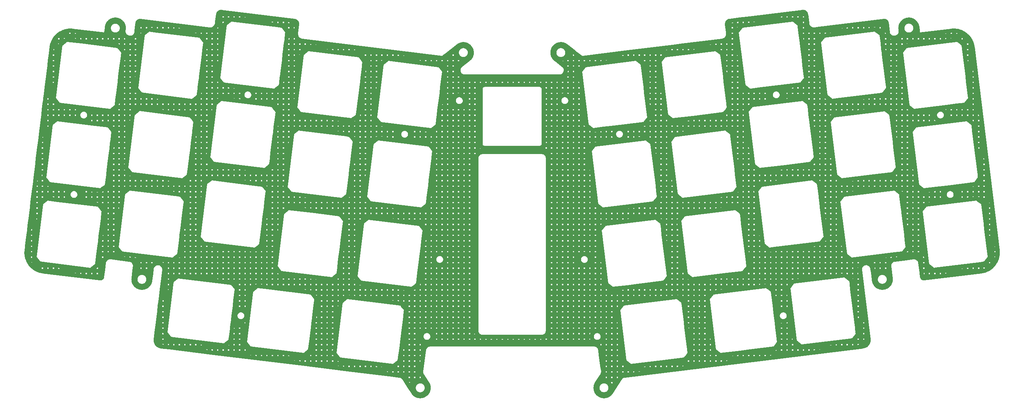
<source format=gbl>
G04 #@! TF.GenerationSoftware,KiCad,Pcbnew,7.0.10-7.0.10~ubuntu23.04.1*
G04 #@! TF.CreationDate,2024-02-22T03:40:30+00:00*
G04 #@! TF.ProjectId,plate_36keys,706c6174-655f-4333-966b-6579732e6b69,1.0*
G04 #@! TF.SameCoordinates,Original*
G04 #@! TF.FileFunction,Copper,L2,Bot*
G04 #@! TF.FilePolarity,Positive*
%FSLAX46Y46*%
G04 Gerber Fmt 4.6, Leading zero omitted, Abs format (unit mm)*
G04 Created by KiCad (PCBNEW 7.0.10-7.0.10~ubuntu23.04.1) date 2024-02-22 03:40:30*
%MOMM*%
%LPD*%
G01*
G04 APERTURE LIST*
G04 APERTURE END LIST*
G04 #@! TA.AperFunction,NonConductor*
G36*
X215811438Y-58985844D02*
G01*
X215884552Y-58994177D01*
X215887642Y-58994570D01*
X215991590Y-59009182D01*
X216007443Y-59012481D01*
X216084419Y-59033830D01*
X216089598Y-59035388D01*
X216183305Y-59065837D01*
X216196377Y-59070920D01*
X216271238Y-59105036D01*
X216278025Y-59108383D01*
X216363054Y-59153592D01*
X216373247Y-59159656D01*
X216442605Y-59205561D01*
X216450505Y-59211248D01*
X216525897Y-59270147D01*
X216533326Y-59276436D01*
X216537600Y-59280352D01*
X216594654Y-59332627D01*
X216602995Y-59341040D01*
X216667445Y-59412610D01*
X216672318Y-59418367D01*
X216723536Y-59482748D01*
X216731650Y-59494227D01*
X216783872Y-59577784D01*
X216786639Y-59582434D01*
X216825964Y-59651928D01*
X216833011Y-59666535D01*
X216872314Y-59763786D01*
X216873491Y-59766810D01*
X216899217Y-59835595D01*
X216904361Y-59853236D01*
X216933239Y-59989009D01*
X216933460Y-59990070D01*
X216941721Y-60030649D01*
X216943289Y-60040273D01*
X217194032Y-62082417D01*
X217193994Y-62082642D01*
X217211747Y-62226980D01*
X217211748Y-62226985D01*
X217263865Y-62408610D01*
X217343740Y-62579837D01*
X217343750Y-62579854D01*
X217449421Y-62736482D01*
X217449428Y-62736492D01*
X217578302Y-62874673D01*
X217578314Y-62874684D01*
X217727196Y-62990997D01*
X217727201Y-62991000D01*
X217727207Y-62991005D01*
X217892471Y-63082616D01*
X218070026Y-63147251D01*
X218070028Y-63147251D01*
X218070029Y-63147252D01*
X218255511Y-63183325D01*
X218409120Y-63188709D01*
X218444345Y-63189945D01*
X218444346Y-63189944D01*
X218444352Y-63189945D01*
X218524320Y-63180138D01*
X218524346Y-63180138D01*
X218538029Y-63178457D01*
X218538030Y-63178458D01*
X218907873Y-63133047D01*
X227378685Y-63133047D01*
X227378685Y-63435047D01*
X227680685Y-63435047D01*
X227680685Y-63133047D01*
X228678685Y-63133047D01*
X228678685Y-63435047D01*
X228980685Y-63435047D01*
X228980685Y-63133047D01*
X229978685Y-63133047D01*
X229978685Y-63435047D01*
X230280685Y-63435047D01*
X230280685Y-63133047D01*
X231278685Y-63133047D01*
X231278685Y-63392281D01*
X231580685Y-63355199D01*
X231580685Y-63133047D01*
X232578685Y-63133047D01*
X232578685Y-63232432D01*
X232754632Y-63211262D01*
X232778928Y-63210737D01*
X232880685Y-63218542D01*
X232880685Y-63133047D01*
X233878685Y-63133047D01*
X233878685Y-63435047D01*
X234180685Y-63435047D01*
X234180685Y-63133047D01*
X235178685Y-63133047D01*
X235178685Y-63435047D01*
X235240572Y-63435047D01*
X235203491Y-63133047D01*
X235178685Y-63133047D01*
X234180685Y-63133047D01*
X233878685Y-63133047D01*
X232880685Y-63133047D01*
X232578685Y-63133047D01*
X231580685Y-63133047D01*
X231278685Y-63133047D01*
X230280685Y-63133047D01*
X229978685Y-63133047D01*
X228980685Y-63133047D01*
X228678685Y-63133047D01*
X227680685Y-63133047D01*
X227378685Y-63133047D01*
X218907873Y-63133047D01*
X234931073Y-61165644D01*
X234931101Y-61165647D01*
X234954586Y-61162759D01*
X234965387Y-61161908D01*
X235005766Y-61160497D01*
X235006582Y-61160473D01*
X235132312Y-61157436D01*
X235152532Y-61158604D01*
X235219934Y-61168077D01*
X235223703Y-61168670D01*
X235316817Y-61184878D01*
X235333840Y-61189103D01*
X235403638Y-61211781D01*
X235409995Y-61214041D01*
X235448661Y-61228980D01*
X235493060Y-61246134D01*
X235506571Y-61252309D01*
X235573040Y-61287652D01*
X235581192Y-61292394D01*
X235648581Y-61335120D01*
X235654994Y-61339186D01*
X235664938Y-61346198D01*
X235724643Y-61392845D01*
X235733852Y-61400797D01*
X235782775Y-61447429D01*
X235797108Y-61461090D01*
X235803690Y-61467862D01*
X235837918Y-61505877D01*
X235854048Y-61523792D01*
X235863316Y-61535418D01*
X235914549Y-61608250D01*
X235918284Y-61613880D01*
X235930339Y-61633174D01*
X235957161Y-61676100D01*
X235965392Y-61691622D01*
X235973266Y-61709412D01*
X235998316Y-61766013D01*
X236003602Y-61777955D01*
X236005165Y-61781649D01*
X236025929Y-61833047D01*
X236030622Y-61844663D01*
X236036652Y-61864011D01*
X236063671Y-61984663D01*
X236063959Y-61985985D01*
X236072749Y-62027348D01*
X236074534Y-62038012D01*
X236346754Y-64255066D01*
X236346757Y-64255098D01*
X236347268Y-64259250D01*
X236347271Y-64259313D01*
X236347275Y-64259313D01*
X236348747Y-64271336D01*
X236348797Y-64271562D01*
X236357965Y-64346188D01*
X236377599Y-64410393D01*
X236405173Y-64500566D01*
X236409159Y-64513599D01*
X236488637Y-64669570D01*
X236488643Y-64669579D01*
X236593993Y-64809377D01*
X236594002Y-64809387D01*
X236722017Y-64928764D01*
X236722028Y-64928772D01*
X236868837Y-65024114D01*
X236868839Y-65024114D01*
X236868841Y-65024116D01*
X237029981Y-65092523D01*
X237200552Y-65131912D01*
X237375371Y-65141087D01*
X237462249Y-65130427D01*
X237462357Y-65130412D01*
X237462577Y-65130386D01*
X237462670Y-65130374D01*
X237513370Y-65124149D01*
X237513400Y-65124152D01*
X237542212Y-65120609D01*
X237542269Y-65120602D01*
X237554656Y-65119084D01*
X237554955Y-65119015D01*
X237629150Y-65109905D01*
X237796559Y-65058717D01*
X237952538Y-64979239D01*
X238092346Y-64873885D01*
X238097515Y-64868343D01*
X238186819Y-64772577D01*
X238211738Y-64745855D01*
X238218757Y-64735047D01*
X249478685Y-64735047D01*
X249780685Y-64735047D01*
X250778685Y-64735047D01*
X251080685Y-64735047D01*
X251080685Y-64483938D01*
X252078685Y-64483938D01*
X252078685Y-64735047D01*
X252380685Y-64735047D01*
X252380685Y-64537565D01*
X252220289Y-64507837D01*
X252078685Y-64483938D01*
X251080685Y-64483938D01*
X251080685Y-64470094D01*
X251017698Y-64475196D01*
X250922392Y-64486920D01*
X250922176Y-64486920D01*
X250778685Y-64504538D01*
X250778685Y-64735047D01*
X249780685Y-64735047D01*
X249780685Y-64627077D01*
X249478685Y-64664159D01*
X249478685Y-64735047D01*
X238218757Y-64735047D01*
X238307085Y-64599039D01*
X238308716Y-64595198D01*
X238375490Y-64437901D01*
X238383930Y-64401350D01*
X238414878Y-64267326D01*
X238424049Y-64092506D01*
X238413387Y-64005628D01*
X238413326Y-64005132D01*
X238369913Y-63651565D01*
X238369231Y-63644173D01*
X238357204Y-63449680D01*
X238357261Y-63449678D01*
X238357186Y-63449377D01*
X238351301Y-63350165D01*
X238351300Y-63341708D01*
X239807302Y-63341708D01*
X239807634Y-63345078D01*
X239814816Y-63417997D01*
X239815413Y-63430151D01*
X239815413Y-63444875D01*
X239816716Y-63451426D01*
X239818285Y-63459314D01*
X239820070Y-63471349D01*
X239827584Y-63547641D01*
X239827585Y-63547644D01*
X239849839Y-63621010D01*
X239852794Y-63632804D01*
X239855667Y-63647244D01*
X239861299Y-63660841D01*
X239865397Y-63672296D01*
X239887651Y-63745657D01*
X239887652Y-63745661D01*
X239923793Y-63813277D01*
X239928993Y-63824272D01*
X239934625Y-63837868D01*
X239934627Y-63837872D01*
X239942814Y-63850125D01*
X239949063Y-63860551D01*
X239974908Y-63908904D01*
X239985202Y-63928161D01*
X240033827Y-63987411D01*
X240041074Y-63997182D01*
X240046758Y-64005689D01*
X240049261Y-64009434D01*
X240049264Y-64009438D01*
X240059671Y-64019844D01*
X240067847Y-64028864D01*
X240116474Y-64088118D01*
X240131109Y-64100128D01*
X240175726Y-64136744D01*
X240175728Y-64136745D01*
X240184748Y-64144921D01*
X240195156Y-64155329D01*
X240195157Y-64155331D01*
X240207410Y-64163518D01*
X240217180Y-64170764D01*
X240233218Y-64183926D01*
X240276433Y-64219392D01*
X240276436Y-64219394D01*
X240294086Y-64228828D01*
X240344045Y-64255531D01*
X240354464Y-64261776D01*
X240366721Y-64269966D01*
X240380338Y-64275606D01*
X240391318Y-64280799D01*
X240458931Y-64316940D01*
X240532311Y-64339199D01*
X240543744Y-64343290D01*
X240557349Y-64348926D01*
X240571785Y-64351797D01*
X240583576Y-64354750D01*
X240656951Y-64377008D01*
X240733255Y-64384523D01*
X240745272Y-64386306D01*
X240759718Y-64389180D01*
X240774441Y-64389180D01*
X240786595Y-64389777D01*
X240862885Y-64397291D01*
X240939175Y-64389777D01*
X240951329Y-64389180D01*
X240966050Y-64389180D01*
X240966052Y-64389180D01*
X240980518Y-64386302D01*
X240992500Y-64384524D01*
X241064436Y-64377439D01*
X241068820Y-64377008D01*
X241142178Y-64354755D01*
X241153970Y-64351800D01*
X241168421Y-64348926D01*
X241182026Y-64343290D01*
X241193459Y-64339199D01*
X241266839Y-64316940D01*
X241334454Y-64280798D01*
X241345442Y-64275601D01*
X241359049Y-64269966D01*
X241371305Y-64261776D01*
X241381712Y-64255538D01*
X241449335Y-64219393D01*
X241508601Y-64170754D01*
X241518350Y-64163524D01*
X241530610Y-64155333D01*
X241541038Y-64144904D01*
X241550015Y-64136767D01*
X241609295Y-64088118D01*
X241657944Y-64028838D01*
X241666081Y-64019861D01*
X241676510Y-64009433D01*
X241684701Y-63997173D01*
X241691931Y-63987424D01*
X241740570Y-63928158D01*
X241776715Y-63860535D01*
X241782953Y-63850128D01*
X241791143Y-63837872D01*
X241796778Y-63824265D01*
X241801979Y-63813270D01*
X241812099Y-63794338D01*
X241838117Y-63745662D01*
X241860376Y-63672282D01*
X241864467Y-63660849D01*
X241870103Y-63647244D01*
X241872977Y-63632793D01*
X241875932Y-63621001D01*
X241898185Y-63547642D01*
X241905701Y-63471323D01*
X241907480Y-63459338D01*
X241910357Y-63444875D01*
X241910925Y-63421691D01*
X241911478Y-63412671D01*
X241918468Y-63341708D01*
X241911478Y-63270747D01*
X241910924Y-63261720D01*
X241910357Y-63238541D01*
X241907483Y-63224092D01*
X241905700Y-63212078D01*
X241898185Y-63135774D01*
X241875927Y-63062399D01*
X241872974Y-63050608D01*
X241870103Y-63036172D01*
X241864467Y-63022567D01*
X241860376Y-63011134D01*
X241838117Y-62937754D01*
X241801975Y-62870137D01*
X241796783Y-62859161D01*
X241791143Y-62845544D01*
X241782953Y-62833287D01*
X241776706Y-62822864D01*
X241744546Y-62762696D01*
X241740571Y-62755259D01*
X241740569Y-62755256D01*
X241695038Y-62699777D01*
X241691940Y-62696002D01*
X241684695Y-62686233D01*
X241680290Y-62679641D01*
X241676510Y-62673983D01*
X241676508Y-62673980D01*
X241676506Y-62673979D01*
X241666098Y-62663571D01*
X241657922Y-62654551D01*
X241609295Y-62595297D01*
X241550041Y-62546670D01*
X241541021Y-62538494D01*
X241530615Y-62528087D01*
X241530611Y-62528084D01*
X241518359Y-62519897D01*
X241508588Y-62512650D01*
X241449338Y-62464025D01*
X241449336Y-62464024D01*
X241449335Y-62464023D01*
X241381730Y-62427887D01*
X241371302Y-62421637D01*
X241359049Y-62413450D01*
X241359046Y-62413448D01*
X241359045Y-62413448D01*
X241345449Y-62407816D01*
X241334454Y-62402616D01*
X241266838Y-62366475D01*
X241266834Y-62366474D01*
X241193473Y-62344220D01*
X241182018Y-62340122D01*
X241168421Y-62334490D01*
X241168422Y-62334490D01*
X241153981Y-62331617D01*
X241142187Y-62328662D01*
X241068821Y-62306408D01*
X241068818Y-62306407D01*
X240992526Y-62298893D01*
X240980491Y-62297108D01*
X240966052Y-62294236D01*
X240951329Y-62294236D01*
X240939175Y-62293639D01*
X240862885Y-62286125D01*
X240786595Y-62293639D01*
X240774441Y-62294236D01*
X240759714Y-62294236D01*
X240745269Y-62297109D01*
X240733237Y-62298894D01*
X240656950Y-62306408D01*
X240656948Y-62306408D01*
X240583586Y-62328661D01*
X240571793Y-62331616D01*
X240557346Y-62334490D01*
X240543744Y-62340124D01*
X240532296Y-62344220D01*
X240458932Y-62366475D01*
X240458930Y-62366476D01*
X240391314Y-62402616D01*
X240380326Y-62407813D01*
X240366727Y-62413446D01*
X240366713Y-62413454D01*
X240354465Y-62421637D01*
X240344041Y-62427885D01*
X240276435Y-62464023D01*
X240217179Y-62512652D01*
X240207410Y-62519897D01*
X240195165Y-62528079D01*
X240195153Y-62528088D01*
X240184740Y-62538501D01*
X240175731Y-62546666D01*
X240116474Y-62595297D01*
X240067843Y-62654554D01*
X240059678Y-62663563D01*
X240049265Y-62673976D01*
X240049256Y-62673988D01*
X240041074Y-62686233D01*
X240033829Y-62696002D01*
X239985200Y-62755258D01*
X239949062Y-62822864D01*
X239942814Y-62833288D01*
X239934631Y-62845536D01*
X239934623Y-62845550D01*
X239928990Y-62859149D01*
X239923793Y-62870137D01*
X239887653Y-62937753D01*
X239887652Y-62937755D01*
X239865397Y-63011119D01*
X239861301Y-63022567D01*
X239855667Y-63036169D01*
X239852793Y-63050616D01*
X239849838Y-63062409D01*
X239827585Y-63135771D01*
X239827585Y-63135773D01*
X239820071Y-63212060D01*
X239818286Y-63224092D01*
X239815413Y-63238537D01*
X239815413Y-63253263D01*
X239814816Y-63265417D01*
X239807302Y-63341708D01*
X238351300Y-63341708D01*
X238351300Y-63335541D01*
X238360977Y-63171914D01*
X238361031Y-63171069D01*
X238362613Y-63147251D01*
X238369662Y-63041112D01*
X238371386Y-63027174D01*
X238399792Y-62870984D01*
X238399998Y-62869888D01*
X238425887Y-62736698D01*
X238429166Y-62723659D01*
X238475539Y-62574137D01*
X238476066Y-62572486D01*
X238519113Y-62441556D01*
X238523751Y-62429586D01*
X238587282Y-62287916D01*
X238588314Y-62285679D01*
X238647926Y-62160137D01*
X238653705Y-62149378D01*
X238733462Y-62017043D01*
X238735100Y-62014404D01*
X238810339Y-61896756D01*
X238817048Y-61887281D01*
X238911840Y-61765952D01*
X238914191Y-61763039D01*
X239003891Y-61655376D01*
X239011321Y-61647229D01*
X239119816Y-61538441D01*
X239122912Y-61535449D01*
X239225626Y-61439667D01*
X239233579Y-61432854D01*
X239354148Y-61338133D01*
X239358076Y-61335176D01*
X239472217Y-61252855D01*
X239480388Y-61247443D01*
X239611362Y-61168026D01*
X239616197Y-61165244D01*
X239739850Y-61097827D01*
X239748110Y-61093717D01*
X239887545Y-61030737D01*
X239893233Y-61028339D01*
X240024489Y-60976900D01*
X240032635Y-60974033D01*
X240178553Y-60928348D01*
X240185106Y-60926495D01*
X240321806Y-60891904D01*
X240329625Y-60890195D01*
X240479986Y-60862431D01*
X240487297Y-60861308D01*
X240627294Y-60844119D01*
X240634641Y-60843442D01*
X240787257Y-60834004D01*
X240795272Y-60833771D01*
X240936276Y-60834263D01*
X240943041Y-60834475D01*
X241095729Y-60843505D01*
X241104331Y-60844317D01*
X241244059Y-60862465D01*
X241250198Y-60863421D01*
X241400740Y-60890800D01*
X241409759Y-60892791D01*
X241546024Y-60928287D01*
X241551441Y-60929831D01*
X241697673Y-60975184D01*
X241706958Y-60978475D01*
X241830881Y-61028040D01*
X241837497Y-61030687D01*
X241842186Y-61032675D01*
X241982033Y-61095389D01*
X241991405Y-61100077D01*
X242114174Y-61168129D01*
X242118000Y-61170341D01*
X242249541Y-61249620D01*
X242258743Y-61255743D01*
X242371745Y-61338448D01*
X242374823Y-61340776D01*
X242496101Y-61435528D01*
X242504949Y-61443140D01*
X242602530Y-61535418D01*
X242606324Y-61539005D01*
X242608689Y-61541302D01*
X242718008Y-61650329D01*
X242726259Y-61659416D01*
X242814404Y-61766726D01*
X242816045Y-61768769D01*
X242826428Y-61781985D01*
X242911887Y-61890765D01*
X242919307Y-61901292D01*
X242992656Y-62017768D01*
X242993759Y-62019554D01*
X243074813Y-62153231D01*
X243081164Y-62165118D01*
X243138442Y-62287952D01*
X243139067Y-62289312D01*
X243192951Y-62408607D01*
X243196973Y-62417513D01*
X243204303Y-62433740D01*
X243209360Y-62446878D01*
X243249199Y-62570963D01*
X243249471Y-62571820D01*
X243298393Y-62728079D01*
X243301941Y-62742318D01*
X243321071Y-62844539D01*
X243321126Y-62844834D01*
X243355570Y-63031383D01*
X243356707Y-63038786D01*
X243477167Y-64019844D01*
X243518424Y-64355859D01*
X243519547Y-64365000D01*
X243519526Y-64365276D01*
X243522511Y-64389488D01*
X243522715Y-64389848D01*
X243522716Y-64389849D01*
X243523012Y-64389930D01*
X250887570Y-63485675D01*
X250887602Y-63485678D01*
X250913899Y-63482444D01*
X250919004Y-63481923D01*
X251123368Y-63465370D01*
X251329586Y-63449168D01*
X251339494Y-63448788D01*
X251546390Y-63449171D01*
X251546757Y-63449173D01*
X251754565Y-63450989D01*
X251763879Y-63451424D01*
X251972011Y-63469057D01*
X251973152Y-63469160D01*
X252177775Y-63488865D01*
X252186453Y-63490014D01*
X252393381Y-63524937D01*
X252395125Y-63525246D01*
X252596200Y-63562515D01*
X252604211Y-63564277D01*
X252807977Y-63616277D01*
X252810250Y-63616882D01*
X253006851Y-63671406D01*
X253014161Y-63673679D01*
X253213189Y-63742416D01*
X253216029Y-63743437D01*
X253406740Y-63814742D01*
X253413330Y-63817423D01*
X253606095Y-63902401D01*
X253609435Y-63903933D01*
X253792960Y-63991470D01*
X253793042Y-63991509D01*
X253798876Y-63994484D01*
X253895862Y-64047200D01*
X253971139Y-64088117D01*
X253984042Y-64095130D01*
X253987705Y-64097203D01*
X254162946Y-64200427D01*
X254167974Y-64203555D01*
X254344281Y-64319204D01*
X254348236Y-64321909D01*
X254513761Y-64439977D01*
X254518025Y-64443161D01*
X254684218Y-64573003D01*
X254688347Y-64576376D01*
X254842945Y-64708414D01*
X254846564Y-64711629D01*
X255001378Y-64854670D01*
X255005670Y-64858832D01*
X255035495Y-64889181D01*
X255148209Y-65003877D01*
X255151108Y-65006931D01*
X255272747Y-65139552D01*
X255293562Y-65162246D01*
X255297860Y-65167188D01*
X255427251Y-65324150D01*
X255429562Y-65327040D01*
X255558632Y-65493494D01*
X255562830Y-65499242D01*
X255678156Y-65667036D01*
X255679834Y-65669543D01*
X255794681Y-65846031D01*
X255798671Y-65852601D01*
X255899060Y-66030031D01*
X255900299Y-66032274D01*
X256000006Y-66217320D01*
X256003678Y-66224714D01*
X256042984Y-66310958D01*
X256088454Y-66410729D01*
X256089219Y-66412443D01*
X256102292Y-66442393D01*
X256173137Y-66604708D01*
X256176377Y-66612917D01*
X256244916Y-66806454D01*
X256245383Y-66807798D01*
X256296356Y-66957156D01*
X256308639Y-66993150D01*
X256312813Y-67005379D01*
X256315507Y-67014374D01*
X256367492Y-67215365D01*
X256367703Y-67216193D01*
X256418040Y-67416497D01*
X256420078Y-67426250D01*
X256456178Y-67641941D01*
X256456225Y-67642222D01*
X256487432Y-67831346D01*
X256488162Y-67836422D01*
X262424359Y-116182867D01*
X262424363Y-116182905D01*
X262424565Y-116184549D01*
X262425085Y-116189652D01*
X262442923Y-116409781D01*
X262442945Y-116410058D01*
X262457852Y-116599290D01*
X262458235Y-116609253D01*
X262457838Y-116827891D01*
X262457833Y-116828745D01*
X262456132Y-117024153D01*
X262455695Y-117033539D01*
X262437427Y-117249218D01*
X262437298Y-117250636D01*
X262418362Y-117447333D01*
X262417204Y-117456083D01*
X262381358Y-117668504D01*
X262381011Y-117670466D01*
X262344826Y-117865725D01*
X262343052Y-117873790D01*
X262289902Y-118082071D01*
X262289243Y-118084547D01*
X262236056Y-118276341D01*
X262233773Y-118283682D01*
X262163708Y-118486567D01*
X262162648Y-118489515D01*
X262092841Y-118676225D01*
X262090157Y-118682818D01*
X262003663Y-118879027D01*
X262002120Y-118882392D01*
X261916233Y-119062460D01*
X261913258Y-119068294D01*
X261810902Y-119256606D01*
X261808798Y-119260324D01*
X261707512Y-119432273D01*
X261704354Y-119437350D01*
X261586806Y-119616551D01*
X261584072Y-119620546D01*
X261468176Y-119783026D01*
X261464939Y-119787361D01*
X261333014Y-119956218D01*
X261329591Y-119960408D01*
X261199968Y-120112175D01*
X261196753Y-120115794D01*
X261051314Y-120273200D01*
X261047151Y-120277493D01*
X260904812Y-120417367D01*
X260901715Y-120420307D01*
X260743757Y-120565181D01*
X260738815Y-120569479D01*
X260584878Y-120696372D01*
X260581986Y-120698684D01*
X260412508Y-120830091D01*
X260406760Y-120834289D01*
X260242518Y-120947167D01*
X260239914Y-120948909D01*
X260059996Y-121065980D01*
X260053426Y-121069971D01*
X259880170Y-121167992D01*
X259877926Y-121169231D01*
X259688711Y-121271176D01*
X259681316Y-121274848D01*
X259500663Y-121357172D01*
X259498843Y-121357984D01*
X259301341Y-121444181D01*
X259293130Y-121447422D01*
X259106799Y-121513400D01*
X259105455Y-121513867D01*
X258900677Y-121583742D01*
X258891676Y-121586437D01*
X258702364Y-121635391D01*
X258701537Y-121635602D01*
X258489585Y-121688857D01*
X258479831Y-121690895D01*
X258297653Y-121721376D01*
X258297372Y-121721423D01*
X258073861Y-121758293D01*
X258068791Y-121759022D01*
X244613206Y-123411160D01*
X244602411Y-123412009D01*
X244562190Y-123413410D01*
X244560858Y-123413449D01*
X244435540Y-123416467D01*
X244415288Y-123415295D01*
X244347843Y-123405811D01*
X244343838Y-123405181D01*
X244251047Y-123389023D01*
X244233995Y-123384790D01*
X244164101Y-123362076D01*
X244157731Y-123359812D01*
X244074809Y-123327770D01*
X244061283Y-123321588D01*
X243994730Y-123286197D01*
X243986551Y-123281438D01*
X243912871Y-123234722D01*
X243902940Y-123227720D01*
X243843133Y-123180992D01*
X243833957Y-123173069D01*
X243770775Y-123112848D01*
X243764182Y-123106064D01*
X243713752Y-123050056D01*
X243704484Y-123038431D01*
X243653339Y-122965729D01*
X243649600Y-122960094D01*
X243610643Y-122897752D01*
X243602421Y-122882248D01*
X243564279Y-122796083D01*
X243562752Y-122792475D01*
X243537182Y-122729193D01*
X243531157Y-122709865D01*
X243504230Y-122589674D01*
X243504002Y-122588631D01*
X243495040Y-122546478D01*
X243493261Y-122535848D01*
X243382411Y-121633047D01*
X244387906Y-121633047D01*
X244424986Y-121935047D01*
X244580685Y-121935047D01*
X244580685Y-121633047D01*
X245578685Y-121633047D01*
X245578685Y-121935047D01*
X245880685Y-121935047D01*
X245880685Y-121633047D01*
X246878685Y-121633047D01*
X246878685Y-121935047D01*
X247180685Y-121935047D01*
X247180685Y-121633047D01*
X248178685Y-121633047D01*
X248178685Y-121935047D01*
X248446071Y-121935047D01*
X248480685Y-121930796D01*
X248480685Y-121633047D01*
X249478685Y-121633047D01*
X249478685Y-121808257D01*
X249780685Y-121771176D01*
X249780685Y-121633047D01*
X250778685Y-121633047D01*
X250778685Y-121648637D01*
X250905659Y-121633047D01*
X250778685Y-121633047D01*
X249780685Y-121633047D01*
X249478685Y-121633047D01*
X248480685Y-121633047D01*
X248178685Y-121633047D01*
X247180685Y-121633047D01*
X246878685Y-121633047D01*
X245880685Y-121633047D01*
X245578685Y-121633047D01*
X244580685Y-121633047D01*
X244387906Y-121633047D01*
X243382411Y-121633047D01*
X243222792Y-120333047D01*
X244278685Y-120333047D01*
X244278685Y-120635047D01*
X244580685Y-120635047D01*
X253378685Y-120635047D01*
X253680685Y-120635047D01*
X254678685Y-120635047D01*
X254980685Y-120635047D01*
X254980685Y-120385026D01*
X254678685Y-120422107D01*
X254678685Y-120635047D01*
X253680685Y-120635047D01*
X253680685Y-120544646D01*
X253378685Y-120581727D01*
X253378685Y-120635047D01*
X244580685Y-120635047D01*
X244580685Y-120333047D01*
X244278685Y-120333047D01*
X243222792Y-120333047D01*
X243092187Y-119269356D01*
X243092186Y-119269354D01*
X243090703Y-119257274D01*
X243090649Y-119257035D01*
X243081512Y-119182576D01*
X243035806Y-119033047D01*
X244278685Y-119033047D01*
X244278685Y-119335047D01*
X244580685Y-119335047D01*
X244580685Y-119033047D01*
X244278685Y-119033047D01*
X243035806Y-119033047D01*
X243030338Y-119015157D01*
X242950868Y-118859168D01*
X242950587Y-118858795D01*
X242845518Y-118719354D01*
X242836612Y-118711049D01*
X242717483Y-118599954D01*
X242600262Y-118523829D01*
X242570658Y-118504604D01*
X242409513Y-118436204D01*
X242267640Y-118403454D01*
X242238932Y-118396827D01*
X242238931Y-118396826D01*
X242238927Y-118396826D01*
X242075687Y-118388277D01*
X242064106Y-118387671D01*
X242064105Y-118387671D01*
X241977326Y-118398330D01*
X241977324Y-118398330D01*
X240302504Y-118603972D01*
X237564766Y-118940123D01*
X237564700Y-118940131D01*
X237564279Y-118940182D01*
X237555778Y-118941253D01*
X237555391Y-118941301D01*
X237477280Y-118950888D01*
X237477273Y-118950889D01*
X237309860Y-119002060D01*
X237153868Y-119081533D01*
X237014054Y-119186882D01*
X237014053Y-119186883D01*
X236894656Y-119314915D01*
X236799309Y-119461735D01*
X236730904Y-119622889D01*
X236700295Y-119755484D01*
X236692002Y-119791415D01*
X236691527Y-119793471D01*
X236685700Y-119904741D01*
X236682450Y-119966813D01*
X236682372Y-119968293D01*
X236693044Y-120055182D01*
X236693047Y-120055201D01*
X236693104Y-120055668D01*
X237035025Y-122840396D01*
X237035031Y-122840457D01*
X237035088Y-122840917D01*
X237035134Y-122841422D01*
X237035440Y-122844282D01*
X237035441Y-122844293D01*
X237035399Y-122844296D01*
X237035776Y-122848377D01*
X237048893Y-123060445D01*
X237048901Y-123060732D01*
X237048911Y-123060732D01*
X237053643Y-123140221D01*
X237053646Y-123154908D01*
X237043448Y-123327396D01*
X237043392Y-123328294D01*
X237035463Y-123447701D01*
X237033734Y-123461671D01*
X237004403Y-123622961D01*
X237004126Y-123624434D01*
X236979609Y-123750570D01*
X236976322Y-123763641D01*
X236928881Y-123916615D01*
X236928243Y-123918614D01*
X236886948Y-124044217D01*
X236882296Y-124056225D01*
X236817584Y-124200534D01*
X236816453Y-124202984D01*
X236758889Y-124324215D01*
X236753079Y-124335034D01*
X236672139Y-124469337D01*
X236670400Y-124472138D01*
X236597386Y-124586309D01*
X236590635Y-124595844D01*
X236494617Y-124718742D01*
X236492172Y-124721772D01*
X236404909Y-124826512D01*
X236397439Y-124834703D01*
X236287741Y-124944696D01*
X236284511Y-124947820D01*
X236184391Y-125041186D01*
X236176427Y-125048007D01*
X236054570Y-125143741D01*
X236050501Y-125146804D01*
X235939171Y-125227099D01*
X235930928Y-125232558D01*
X235798722Y-125312723D01*
X235793787Y-125315563D01*
X235672965Y-125381437D01*
X235664651Y-125385574D01*
X235523970Y-125449118D01*
X235518171Y-125451562D01*
X235389871Y-125501842D01*
X235381676Y-125504727D01*
X235234450Y-125550822D01*
X235227818Y-125552697D01*
X235094170Y-125586515D01*
X235086267Y-125588243D01*
X234934620Y-125616244D01*
X234927217Y-125617381D01*
X234790331Y-125634189D01*
X234782872Y-125634877D01*
X234628956Y-125644394D01*
X234620871Y-125644629D01*
X234483009Y-125644149D01*
X234476119Y-125643934D01*
X234322101Y-125634824D01*
X234313452Y-125634007D01*
X234176845Y-125616264D01*
X234170628Y-125615296D01*
X234018712Y-125587667D01*
X234009643Y-125585664D01*
X233876500Y-125550982D01*
X233871025Y-125549421D01*
X233723342Y-125503618D01*
X233714023Y-125500315D01*
X233586543Y-125449325D01*
X233581854Y-125447336D01*
X233440485Y-125383938D01*
X233431108Y-125379248D01*
X233392292Y-125357732D01*
X233311375Y-125312878D01*
X233307498Y-125310636D01*
X233174426Y-125230434D01*
X233165198Y-125224293D01*
X233055191Y-125143778D01*
X233052084Y-125141429D01*
X232929188Y-125045411D01*
X232920331Y-125037792D01*
X232821865Y-124944675D01*
X232819528Y-124942406D01*
X232708477Y-124831650D01*
X232700229Y-124822566D01*
X232617556Y-124721916D01*
X232614995Y-124718799D01*
X232613313Y-124716704D01*
X232597705Y-124696836D01*
X232515650Y-124592389D01*
X232508242Y-124581878D01*
X232437692Y-124469844D01*
X232436754Y-124468326D01*
X232353616Y-124331211D01*
X232347284Y-124319358D01*
X232292927Y-124202783D01*
X232292424Y-124201688D01*
X232224864Y-124052107D01*
X232219819Y-124039000D01*
X232190719Y-123948359D01*
X232183225Y-123925015D01*
X232182954Y-123924160D01*
X232172672Y-123891318D01*
X232131329Y-123759261D01*
X232127789Y-123745053D01*
X232114151Y-123672171D01*
X232113975Y-123671230D01*
X232113921Y-123670938D01*
X232074417Y-123456975D01*
X232073280Y-123449573D01*
X232072147Y-123440344D01*
X232036406Y-123149257D01*
X233499094Y-123149257D01*
X233505616Y-123215475D01*
X233506608Y-123225546D01*
X233507205Y-123237700D01*
X233507205Y-123252424D01*
X233508013Y-123256485D01*
X233510077Y-123266863D01*
X233511862Y-123278898D01*
X233519376Y-123355190D01*
X233541629Y-123428549D01*
X233544584Y-123440344D01*
X233547459Y-123454794D01*
X233553091Y-123468391D01*
X233557189Y-123479845D01*
X233579445Y-123553210D01*
X233579447Y-123553215D01*
X233615581Y-123620819D01*
X233620781Y-123631811D01*
X233626420Y-123645424D01*
X233634605Y-123657673D01*
X233640854Y-123668100D01*
X233676992Y-123735708D01*
X233699880Y-123763597D01*
X233725621Y-123794963D01*
X233732868Y-123804734D01*
X233741051Y-123816980D01*
X233741054Y-123816984D01*
X233751460Y-123827390D01*
X233759633Y-123836407D01*
X233808266Y-123895668D01*
X233851061Y-123930788D01*
X233867523Y-123944298D01*
X233867526Y-123944300D01*
X233876546Y-123952476D01*
X233886947Y-123962878D01*
X233886949Y-123962879D01*
X233886953Y-123962883D01*
X233899197Y-123971064D01*
X233908967Y-123978310D01*
X233968227Y-124026943D01*
X234035847Y-124063086D01*
X234046257Y-124069327D01*
X234058513Y-124077516D01*
X234070688Y-124082559D01*
X234072129Y-124083156D01*
X234083126Y-124088358D01*
X234150717Y-124124486D01*
X234150723Y-124124489D01*
X234224097Y-124146746D01*
X234235527Y-124150837D01*
X234249141Y-124156476D01*
X234263586Y-124159349D01*
X234275385Y-124162305D01*
X234288766Y-124166364D01*
X234348744Y-124184558D01*
X234425048Y-124192073D01*
X234437065Y-124193856D01*
X234451511Y-124196730D01*
X234466234Y-124196730D01*
X234478388Y-124197327D01*
X234554678Y-124204841D01*
X234630968Y-124197327D01*
X234643122Y-124196730D01*
X234657843Y-124196730D01*
X234657845Y-124196730D01*
X234672311Y-124193852D01*
X234684293Y-124192074D01*
X234760612Y-124184558D01*
X234833981Y-124162301D01*
X234845754Y-124159352D01*
X234860215Y-124156476D01*
X234873843Y-124150830D01*
X234885234Y-124146754D01*
X234958633Y-124124489D01*
X235026246Y-124088348D01*
X235037218Y-124083159D01*
X235050843Y-124077516D01*
X235063107Y-124069321D01*
X235073502Y-124063089D01*
X235141129Y-124026943D01*
X235200395Y-123978304D01*
X235210136Y-123971079D01*
X235222403Y-123962883D01*
X235232824Y-123952461D01*
X235241802Y-123944322D01*
X235301089Y-123895668D01*
X235349743Y-123836381D01*
X235357882Y-123827403D01*
X235368304Y-123816982D01*
X235376500Y-123804715D01*
X235383725Y-123794974D01*
X235432364Y-123735708D01*
X235468510Y-123668081D01*
X235474742Y-123657686D01*
X235482937Y-123645422D01*
X235488580Y-123631797D01*
X235493773Y-123620819D01*
X235529910Y-123553212D01*
X235552175Y-123479813D01*
X235556251Y-123468422D01*
X235561897Y-123454794D01*
X235564773Y-123440333D01*
X235567722Y-123428560D01*
X235589979Y-123355191D01*
X235597495Y-123278872D01*
X235599274Y-123266887D01*
X235602151Y-123252424D01*
X235602719Y-123229240D01*
X235603272Y-123220220D01*
X235610262Y-123149257D01*
X235603272Y-123078296D01*
X235602718Y-123069269D01*
X235602151Y-123046090D01*
X235599276Y-123031641D01*
X235597494Y-123019627D01*
X235589979Y-122943323D01*
X235567726Y-122869964D01*
X235564770Y-122858164D01*
X235561897Y-122843720D01*
X235556258Y-122830106D01*
X235552167Y-122818676D01*
X235529910Y-122745302D01*
X235523576Y-122733451D01*
X235493779Y-122677705D01*
X235488577Y-122666708D01*
X235487980Y-122665267D01*
X235482937Y-122653092D01*
X235474748Y-122640836D01*
X235468507Y-122630426D01*
X235432364Y-122562806D01*
X235383731Y-122503546D01*
X235376489Y-122493782D01*
X235368304Y-122481532D01*
X235368300Y-122481528D01*
X235368299Y-122481526D01*
X235357897Y-122471125D01*
X235349721Y-122462105D01*
X235301089Y-122402845D01*
X235241828Y-122354212D01*
X235232811Y-122346039D01*
X235222405Y-122335633D01*
X235222403Y-122335631D01*
X235210155Y-122327447D01*
X235200384Y-122320200D01*
X235198090Y-122318318D01*
X235141129Y-122271571D01*
X235141126Y-122271569D01*
X235117979Y-122259197D01*
X235073521Y-122235433D01*
X235063094Y-122229184D01*
X235050845Y-122220999D01*
X235037232Y-122215360D01*
X235026240Y-122210160D01*
X234958636Y-122174026D01*
X234958631Y-122174024D01*
X234885266Y-122151768D01*
X234873812Y-122147670D01*
X234860215Y-122142038D01*
X234845765Y-122139163D01*
X234833970Y-122136208D01*
X234760610Y-122113955D01*
X234760611Y-122113955D01*
X234684319Y-122106441D01*
X234672284Y-122104656D01*
X234657845Y-122101784D01*
X234643122Y-122101784D01*
X234630968Y-122101187D01*
X234554678Y-122093673D01*
X234478388Y-122101187D01*
X234466234Y-122101784D01*
X234451507Y-122101784D01*
X234437062Y-122104657D01*
X234425030Y-122106442D01*
X234348743Y-122113956D01*
X234348741Y-122113956D01*
X234275380Y-122136209D01*
X234263585Y-122139164D01*
X234249139Y-122142038D01*
X234235530Y-122147675D01*
X234224078Y-122151772D01*
X234150724Y-122174024D01*
X234150722Y-122174025D01*
X234083119Y-122210158D01*
X234072133Y-122215355D01*
X234058515Y-122220996D01*
X234058507Y-122221001D01*
X234046257Y-122229186D01*
X234035824Y-122235439D01*
X233968226Y-122271570D01*
X233908973Y-122320198D01*
X233899209Y-122327440D01*
X233886960Y-122335625D01*
X233886946Y-122335636D01*
X233876541Y-122346042D01*
X233867529Y-122354210D01*
X233808267Y-122402846D01*
X233759631Y-122462108D01*
X233751463Y-122471120D01*
X233741057Y-122481525D01*
X233741046Y-122481539D01*
X233732861Y-122493788D01*
X233725619Y-122503552D01*
X233676991Y-122562805D01*
X233640860Y-122630403D01*
X233634607Y-122640836D01*
X233626422Y-122653086D01*
X233626417Y-122653094D01*
X233620776Y-122666712D01*
X233615579Y-122677698D01*
X233579446Y-122745301D01*
X233579445Y-122745303D01*
X233557193Y-122818657D01*
X233553096Y-122830109D01*
X233547459Y-122843718D01*
X233544585Y-122858164D01*
X233541630Y-122869959D01*
X233519377Y-122943320D01*
X233519377Y-122943322D01*
X233511863Y-123019609D01*
X233510078Y-123031641D01*
X233507205Y-123046086D01*
X233507205Y-123060812D01*
X233506608Y-123072966D01*
X233499501Y-123145125D01*
X233499094Y-123149257D01*
X232036406Y-123149257D01*
X231850239Y-121633047D01*
X232855734Y-121633047D01*
X232880685Y-121836255D01*
X232880685Y-121633047D01*
X232855734Y-121633047D01*
X231850239Y-121633047D01*
X231737733Y-120716762D01*
X231737740Y-120716718D01*
X231731310Y-120664360D01*
X231731312Y-120664360D01*
X231720013Y-120572344D01*
X231663983Y-120395600D01*
X231630475Y-120333047D01*
X232689184Y-120333047D01*
X232690210Y-120337282D01*
X232700033Y-120382350D01*
X232701123Y-120387974D01*
X232706933Y-120422148D01*
X232707763Y-120427818D01*
X232733209Y-120635047D01*
X232880685Y-120635047D01*
X232880685Y-120333047D01*
X233878685Y-120333047D01*
X233878685Y-120635047D01*
X234180685Y-120635047D01*
X234180685Y-120333047D01*
X235178685Y-120333047D01*
X235178685Y-120635047D01*
X235480685Y-120635047D01*
X235480685Y-120333047D01*
X235178685Y-120333047D01*
X234180685Y-120333047D01*
X233878685Y-120333047D01*
X232880685Y-120333047D01*
X232689184Y-120333047D01*
X231630475Y-120333047D01*
X231576432Y-120232159D01*
X231460339Y-120087590D01*
X231319658Y-119966813D01*
X231159181Y-119873943D01*
X231159176Y-119873941D01*
X230984370Y-119812140D01*
X230801182Y-119783513D01*
X230801174Y-119783512D01*
X230615847Y-119789032D01*
X230434700Y-119828508D01*
X230434690Y-119828512D01*
X230263870Y-119900606D01*
X230109201Y-120002863D01*
X229975956Y-120131800D01*
X229868677Y-120283017D01*
X229841385Y-120342177D01*
X229791005Y-120451383D01*
X229791004Y-120451386D01*
X229791003Y-120451386D01*
X229745595Y-120631139D01*
X229745594Y-120631146D01*
X229738044Y-120751532D01*
X229733988Y-120816198D01*
X229744469Y-120901568D01*
X229745287Y-120908227D01*
X229745300Y-120908332D01*
X229745346Y-120908710D01*
X231765872Y-137364580D01*
X231765899Y-137364835D01*
X231765902Y-137364835D01*
X231765927Y-137365042D01*
X231765954Y-137365356D01*
X231766287Y-137368466D01*
X231766288Y-137368477D01*
X231766232Y-137368482D01*
X231766623Y-137372883D01*
X231771162Y-137452849D01*
X231771201Y-137453578D01*
X231780202Y-137630580D01*
X231780021Y-137646068D01*
X231771546Y-137760107D01*
X231771362Y-137762312D01*
X231758294Y-137903917D01*
X231756221Y-137917773D01*
X231731611Y-138036091D01*
X231730806Y-138039693D01*
X231699225Y-138171693D01*
X231695695Y-138183722D01*
X231655006Y-138300236D01*
X231653202Y-138305075D01*
X231604094Y-138428878D01*
X231599560Y-138438969D01*
X231543476Y-138550237D01*
X231540330Y-138556084D01*
X231474649Y-138670684D01*
X231469563Y-138678813D01*
X231399154Y-138782223D01*
X231394370Y-138788778D01*
X231313252Y-138892603D01*
X231308050Y-138898830D01*
X231224733Y-138992178D01*
X231218076Y-138999079D01*
X231122780Y-139090523D01*
X231117868Y-139094990D01*
X231023473Y-139176326D01*
X231014777Y-139183167D01*
X230906499Y-139260789D01*
X230902241Y-139263709D01*
X230799064Y-139331355D01*
X230788246Y-139337691D01*
X230667808Y-139400266D01*
X230664509Y-139401918D01*
X230555660Y-139454420D01*
X230542716Y-139459784D01*
X230408435Y-139506736D01*
X230406340Y-139507448D01*
X230297766Y-139543250D01*
X230282788Y-139547171D01*
X230110146Y-139581014D01*
X230109421Y-139581154D01*
X230029282Y-139596369D01*
X230021265Y-139597621D01*
X173444504Y-146544372D01*
X173444438Y-146544380D01*
X173444179Y-146544411D01*
X173438105Y-146545176D01*
X173437715Y-146545224D01*
X173357181Y-146555098D01*
X173357180Y-146555098D01*
X173357179Y-146555099D01*
X173343945Y-146559140D01*
X173190063Y-146606126D01*
X173034324Y-146685345D01*
X173034317Y-146685349D01*
X172894670Y-146790359D01*
X172775334Y-146917984D01*
X172775331Y-146917988D01*
X172772688Y-146922045D01*
X172727692Y-146991103D01*
X172727691Y-146991105D01*
X170553825Y-150326441D01*
X170549548Y-150332589D01*
X170420094Y-150507178D01*
X170419926Y-150507404D01*
X170375351Y-150567236D01*
X170365891Y-150578477D01*
X170245597Y-150705333D01*
X170244976Y-150705983D01*
X170163416Y-150790753D01*
X170153096Y-150800326D01*
X170025863Y-150905575D01*
X170024703Y-150906524D01*
X169925639Y-150986474D01*
X169914705Y-150994356D01*
X169779121Y-151081314D01*
X169777347Y-151082431D01*
X169665636Y-151151440D01*
X169654342Y-151157631D01*
X169511248Y-151226657D01*
X169508805Y-151227802D01*
X169387356Y-151283163D01*
X169375942Y-151287698D01*
X169226907Y-151338515D01*
X169223775Y-151339537D01*
X169095026Y-151379651D01*
X169083721Y-151382597D01*
X168930539Y-151414893D01*
X168926714Y-151415636D01*
X168793103Y-151439448D01*
X168782116Y-151440903D01*
X168626813Y-151454442D01*
X168622329Y-151454752D01*
X168486126Y-151461664D01*
X168475641Y-151461752D01*
X168320344Y-151456489D01*
X168315258Y-151456212D01*
X168178811Y-151445965D01*
X168168989Y-151444832D01*
X168015783Y-151420938D01*
X168010180Y-151419932D01*
X167875802Y-151392605D01*
X167866777Y-151390415D01*
X167717781Y-151348290D01*
X167711772Y-151346425D01*
X167581682Y-151302405D01*
X167573567Y-151299338D01*
X167505681Y-151270926D01*
X167430868Y-151239615D01*
X167424589Y-151236779D01*
X167300939Y-151176752D01*
X167293803Y-151172996D01*
X167159353Y-151096513D01*
X167153009Y-151092646D01*
X167043473Y-151021254D01*
X167037815Y-151017566D01*
X167031683Y-151013300D01*
X166907440Y-150921175D01*
X166901142Y-150916178D01*
X166796302Y-150827283D01*
X166791176Y-150822685D01*
X166678917Y-150716230D01*
X166672832Y-150710042D01*
X166580048Y-150608803D01*
X166575917Y-150604059D01*
X166554756Y-150578477D01*
X166477202Y-150484722D01*
X166471583Y-150477384D01*
X166392336Y-150365479D01*
X166389154Y-150360760D01*
X166305433Y-150230220D01*
X166300432Y-150221693D01*
X166235973Y-150100998D01*
X166233674Y-150096470D01*
X166198913Y-150024406D01*
X166166150Y-149956484D01*
X166162008Y-149946880D01*
X166113320Y-149819410D01*
X166111831Y-149815287D01*
X166061507Y-149667695D01*
X166058412Y-149657088D01*
X166026235Y-149525138D01*
X166025386Y-149521402D01*
X165993090Y-149368210D01*
X165991229Y-149356725D01*
X165975940Y-149222629D01*
X165975621Y-149219460D01*
X165961944Y-149062546D01*
X165961486Y-149050312D01*
X165962525Y-148964762D01*
X167402212Y-148964762D01*
X167409726Y-149041052D01*
X167410323Y-149053206D01*
X167410323Y-149067930D01*
X167411131Y-149071991D01*
X167413195Y-149082369D01*
X167414980Y-149094404D01*
X167422494Y-149170696D01*
X167444747Y-149244055D01*
X167447702Y-149255850D01*
X167450577Y-149270300D01*
X167456209Y-149283897D01*
X167460307Y-149295351D01*
X167482563Y-149368716D01*
X167482565Y-149368721D01*
X167518699Y-149436325D01*
X167523899Y-149447317D01*
X167529538Y-149460930D01*
X167537723Y-149473179D01*
X167543972Y-149483606D01*
X167580110Y-149551214D01*
X167626857Y-149608175D01*
X167628739Y-149610469D01*
X167635986Y-149620240D01*
X167644169Y-149632486D01*
X167644172Y-149632490D01*
X167654578Y-149642896D01*
X167662751Y-149651913D01*
X167711384Y-149711174D01*
X167754179Y-149746294D01*
X167770641Y-149759804D01*
X167770644Y-149759806D01*
X167779664Y-149767982D01*
X167790065Y-149778384D01*
X167790067Y-149778385D01*
X167790071Y-149778389D01*
X167802315Y-149786570D01*
X167812085Y-149793816D01*
X167871345Y-149842449D01*
X167938965Y-149878592D01*
X167949375Y-149884833D01*
X167961631Y-149893022D01*
X167971433Y-149897082D01*
X167975247Y-149898662D01*
X167986244Y-149903864D01*
X168053835Y-149939992D01*
X168053841Y-149939995D01*
X168127215Y-149962252D01*
X168138645Y-149966343D01*
X168152259Y-149971982D01*
X168166704Y-149974855D01*
X168178503Y-149977811D01*
X168191884Y-149981870D01*
X168251862Y-150000064D01*
X168328166Y-150007579D01*
X168340183Y-150009362D01*
X168354629Y-150012236D01*
X168369352Y-150012236D01*
X168381506Y-150012833D01*
X168457796Y-150020347D01*
X168534086Y-150012833D01*
X168546240Y-150012236D01*
X168560961Y-150012236D01*
X168560963Y-150012236D01*
X168575429Y-150009358D01*
X168587411Y-150007580D01*
X168663730Y-150000064D01*
X168737099Y-149977807D01*
X168748872Y-149974858D01*
X168763333Y-149971982D01*
X168776961Y-149966336D01*
X168788352Y-149962260D01*
X168861751Y-149939995D01*
X168929364Y-149903854D01*
X168940336Y-149898665D01*
X168953961Y-149893022D01*
X168966225Y-149884827D01*
X168976620Y-149878595D01*
X169044247Y-149842449D01*
X169103513Y-149793810D01*
X169113254Y-149786585D01*
X169125521Y-149778389D01*
X169135942Y-149767967D01*
X169144920Y-149759828D01*
X169204207Y-149711174D01*
X169252861Y-149651887D01*
X169261000Y-149642909D01*
X169271422Y-149632488D01*
X169279618Y-149620221D01*
X169286843Y-149610480D01*
X169335482Y-149551214D01*
X169371628Y-149483587D01*
X169377860Y-149473192D01*
X169386055Y-149460928D01*
X169391698Y-149447303D01*
X169396891Y-149436325D01*
X169433028Y-149368718D01*
X169455293Y-149295319D01*
X169459369Y-149283928D01*
X169465015Y-149270300D01*
X169467891Y-149255839D01*
X169470840Y-149244066D01*
X169493097Y-149170697D01*
X169500613Y-149094378D01*
X169502392Y-149082393D01*
X169505269Y-149067930D01*
X169505837Y-149044746D01*
X169506390Y-149035726D01*
X169513380Y-148964763D01*
X169506390Y-148893802D01*
X169505836Y-148884775D01*
X169505269Y-148861596D01*
X169502394Y-148847147D01*
X169500612Y-148835133D01*
X169493097Y-148758829D01*
X169470844Y-148685470D01*
X169467888Y-148673670D01*
X169465015Y-148659226D01*
X169459376Y-148645612D01*
X169455285Y-148634182D01*
X169433028Y-148560808D01*
X169433025Y-148560802D01*
X169396897Y-148493211D01*
X169391695Y-148482214D01*
X169391098Y-148480773D01*
X169386055Y-148468598D01*
X169377866Y-148456342D01*
X169371625Y-148445932D01*
X169335482Y-148378312D01*
X169286849Y-148319052D01*
X169279607Y-148309288D01*
X169271422Y-148297038D01*
X169271418Y-148297034D01*
X169271417Y-148297032D01*
X169261015Y-148286631D01*
X169252839Y-148277611D01*
X169204207Y-148218351D01*
X169144946Y-148169718D01*
X169135929Y-148161545D01*
X169125523Y-148151139D01*
X169125521Y-148151137D01*
X169113273Y-148142953D01*
X169103502Y-148135706D01*
X169101208Y-148133824D01*
X169044247Y-148087077D01*
X169044244Y-148087075D01*
X169021097Y-148074703D01*
X168976639Y-148050939D01*
X168966212Y-148044690D01*
X168953963Y-148036505D01*
X168940350Y-148030866D01*
X168929358Y-148025666D01*
X168861754Y-147989532D01*
X168861749Y-147989530D01*
X168788384Y-147967274D01*
X168776930Y-147963176D01*
X168763333Y-147957544D01*
X168748883Y-147954669D01*
X168737088Y-147951714D01*
X168663728Y-147929461D01*
X168663729Y-147929461D01*
X168587437Y-147921947D01*
X168575402Y-147920162D01*
X168560963Y-147917290D01*
X168546240Y-147917290D01*
X168534086Y-147916693D01*
X168457796Y-147909179D01*
X168381506Y-147916693D01*
X168369352Y-147917290D01*
X168354625Y-147917290D01*
X168340180Y-147920163D01*
X168328148Y-147921948D01*
X168251861Y-147929462D01*
X168251859Y-147929462D01*
X168178498Y-147951715D01*
X168166703Y-147954670D01*
X168152257Y-147957544D01*
X168138648Y-147963181D01*
X168127196Y-147967278D01*
X168053842Y-147989530D01*
X168053840Y-147989531D01*
X167986237Y-148025664D01*
X167975251Y-148030861D01*
X167961633Y-148036502D01*
X167961625Y-148036507D01*
X167949375Y-148044692D01*
X167938942Y-148050945D01*
X167871344Y-148087076D01*
X167812091Y-148135704D01*
X167802327Y-148142946D01*
X167790078Y-148151131D01*
X167790064Y-148151142D01*
X167779659Y-148161548D01*
X167770647Y-148169716D01*
X167711385Y-148218352D01*
X167662749Y-148277614D01*
X167654581Y-148286626D01*
X167644175Y-148297031D01*
X167644164Y-148297045D01*
X167635979Y-148309294D01*
X167628737Y-148319058D01*
X167580109Y-148378311D01*
X167543978Y-148445909D01*
X167537725Y-148456342D01*
X167529540Y-148468592D01*
X167529535Y-148468600D01*
X167523894Y-148482218D01*
X167518697Y-148493204D01*
X167482564Y-148560807D01*
X167482563Y-148560809D01*
X167460311Y-148634163D01*
X167456214Y-148645615D01*
X167450577Y-148659224D01*
X167447703Y-148673670D01*
X167444748Y-148685465D01*
X167422495Y-148758826D01*
X167422495Y-148758828D01*
X167414981Y-148835115D01*
X167413196Y-148847147D01*
X167410323Y-148861592D01*
X167410323Y-148876318D01*
X167409726Y-148888472D01*
X167402212Y-148964762D01*
X165962525Y-148964762D01*
X165963108Y-148916731D01*
X165963167Y-148914154D01*
X165968551Y-148755338D01*
X165969653Y-148742531D01*
X165987702Y-148612384D01*
X165987982Y-148610487D01*
X166012825Y-148451200D01*
X166015616Y-148438050D01*
X166048804Y-148315013D01*
X166049084Y-148314000D01*
X166094106Y-148154768D01*
X166098685Y-148141501D01*
X166143397Y-148032458D01*
X166143503Y-148032202D01*
X166211173Y-147870518D01*
X166217609Y-147857381D01*
X166251794Y-147796951D01*
X166345033Y-147633047D01*
X170178685Y-147633047D01*
X170178685Y-147843902D01*
X170178895Y-147844217D01*
X170182151Y-147849358D01*
X170201090Y-147880954D01*
X170204093Y-147886255D01*
X170230171Y-147935047D01*
X170480685Y-147935047D01*
X170480685Y-147633047D01*
X170178685Y-147633047D01*
X166345033Y-147633047D01*
X166362407Y-147602506D01*
X166366276Y-147596158D01*
X167189360Y-146333047D01*
X168878685Y-146333047D01*
X168878685Y-146635047D01*
X169180685Y-146635047D01*
X169180685Y-146333047D01*
X170178685Y-146333047D01*
X170178685Y-146635047D01*
X170480685Y-146635047D01*
X170480685Y-146333047D01*
X171478685Y-146333047D01*
X171478685Y-146635047D01*
X171768495Y-146635047D01*
X171780685Y-146616343D01*
X171780685Y-146333047D01*
X171478685Y-146333047D01*
X170480685Y-146333047D01*
X170178685Y-146333047D01*
X169180685Y-146333047D01*
X168878685Y-146333047D01*
X167189360Y-146333047D01*
X167593967Y-145712134D01*
X167594808Y-145710863D01*
X167600606Y-145702217D01*
X167601277Y-145700915D01*
X167603961Y-145696796D01*
X167603963Y-145696792D01*
X167633208Y-145651949D01*
X167693297Y-145522765D01*
X167734476Y-145386371D01*
X167755914Y-145245518D01*
X167757179Y-145103049D01*
X167748023Y-145034935D01*
X167747769Y-145033047D01*
X168878685Y-145033047D01*
X168878685Y-145335047D01*
X169180685Y-145335047D01*
X169180685Y-145033047D01*
X170178685Y-145033047D01*
X170178685Y-145335047D01*
X170480685Y-145335047D01*
X170480685Y-145033047D01*
X171478685Y-145033047D01*
X171478685Y-145335047D01*
X171780685Y-145335047D01*
X171780685Y-145033047D01*
X172778685Y-145033047D01*
X172778685Y-145335047D01*
X173080685Y-145335047D01*
X173080685Y-145033047D01*
X174078685Y-145033047D01*
X174078685Y-145335047D01*
X174380685Y-145335047D01*
X174380685Y-145033047D01*
X175378685Y-145033047D01*
X175378685Y-145301388D01*
X175680685Y-145264306D01*
X175680685Y-145033047D01*
X176678685Y-145033047D01*
X176678685Y-145141768D01*
X176980685Y-145104687D01*
X176980685Y-145033047D01*
X176678685Y-145033047D01*
X175680685Y-145033047D01*
X175378685Y-145033047D01*
X174380685Y-145033047D01*
X174078685Y-145033047D01*
X173080685Y-145033047D01*
X172778685Y-145033047D01*
X171780685Y-145033047D01*
X171478685Y-145033047D01*
X170480685Y-145033047D01*
X170178685Y-145033047D01*
X169180685Y-145033047D01*
X168878685Y-145033047D01*
X167747769Y-145033047D01*
X167747702Y-145032545D01*
X167747703Y-145032545D01*
X167573368Y-143733047D01*
X168878685Y-143733047D01*
X168878685Y-144035047D01*
X169180685Y-144035047D01*
X169180685Y-143733047D01*
X170178685Y-143733047D01*
X170178685Y-144035047D01*
X170480685Y-144035047D01*
X170480685Y-143733047D01*
X171478685Y-143733047D01*
X171478685Y-144035047D01*
X171780685Y-144035047D01*
X171780685Y-143733047D01*
X172778685Y-143733047D01*
X172778685Y-144035047D01*
X173080685Y-144035047D01*
X173080685Y-143919297D01*
X174078685Y-143919297D01*
X174078685Y-144035047D01*
X174225985Y-144035047D01*
X177978685Y-144035047D01*
X178280685Y-144035047D01*
X179278685Y-144035047D01*
X179580685Y-144035047D01*
X179580685Y-143738573D01*
X179278685Y-143775653D01*
X179278685Y-144035047D01*
X178280685Y-144035047D01*
X178280685Y-143898192D01*
X177978685Y-143935273D01*
X177978685Y-144035047D01*
X174225985Y-144035047D01*
X174221795Y-144031108D01*
X174078685Y-143919297D01*
X173080685Y-143919297D01*
X173080685Y-143733047D01*
X180578685Y-143733047D01*
X180578685Y-144035047D01*
X180880685Y-144035047D01*
X180880685Y-143733047D01*
X181878685Y-143733047D01*
X181878685Y-144035047D01*
X182180685Y-144035047D01*
X182180685Y-143733047D01*
X183178685Y-143733047D01*
X183178685Y-144035047D01*
X183480685Y-144035047D01*
X183480685Y-143733047D01*
X184478685Y-143733047D01*
X184478685Y-144035047D01*
X184780685Y-144035047D01*
X184780685Y-143733047D01*
X185778685Y-143733047D01*
X185778685Y-144024429D01*
X186080685Y-143987347D01*
X186080685Y-143733047D01*
X187078685Y-143733047D01*
X187078685Y-143864809D01*
X187380685Y-143827727D01*
X187380685Y-143733047D01*
X187078685Y-143733047D01*
X186080685Y-143733047D01*
X185778685Y-143733047D01*
X184780685Y-143733047D01*
X184478685Y-143733047D01*
X183480685Y-143733047D01*
X183178685Y-143733047D01*
X182180685Y-143733047D01*
X181878685Y-143733047D01*
X180880685Y-143733047D01*
X180578685Y-143733047D01*
X173080685Y-143733047D01*
X172778685Y-143733047D01*
X171780685Y-143733047D01*
X171478685Y-143733047D01*
X170480685Y-143733047D01*
X170178685Y-143733047D01*
X169180685Y-143733047D01*
X168878685Y-143733047D01*
X167573368Y-143733047D01*
X167398965Y-142433047D01*
X168878685Y-142433047D01*
X168878685Y-142735047D01*
X169180685Y-142735047D01*
X169180685Y-142433047D01*
X170178685Y-142433047D01*
X170178685Y-142735047D01*
X170480685Y-142735047D01*
X170480685Y-142433047D01*
X171478685Y-142433047D01*
X171478685Y-142735047D01*
X171780685Y-142735047D01*
X171780685Y-142433047D01*
X172778685Y-142433047D01*
X172778685Y-142735047D01*
X172845426Y-142735047D01*
X172827387Y-142680865D01*
X172822009Y-142657185D01*
X172797436Y-142462018D01*
X172797337Y-142458445D01*
X172794219Y-142433047D01*
X172778685Y-142433047D01*
X171780685Y-142433047D01*
X171478685Y-142433047D01*
X170480685Y-142433047D01*
X170178685Y-142433047D01*
X169180685Y-142433047D01*
X168878685Y-142433047D01*
X167398965Y-142433047D01*
X167224562Y-141133047D01*
X168878685Y-141133047D01*
X168878685Y-141435047D01*
X169180685Y-141435047D01*
X169180685Y-141133047D01*
X170178685Y-141133047D01*
X170178685Y-141435047D01*
X170480685Y-141435047D01*
X170480685Y-141133047D01*
X171478685Y-141133047D01*
X171478685Y-141435047D01*
X171780685Y-141435047D01*
X171780685Y-141133047D01*
X171478685Y-141133047D01*
X170480685Y-141133047D01*
X170178685Y-141133047D01*
X169180685Y-141133047D01*
X168878685Y-141133047D01*
X167224562Y-141133047D01*
X167079629Y-140052715D01*
X167079632Y-140052690D01*
X167074347Y-140013332D01*
X167074348Y-140013332D01*
X167062353Y-139924002D01*
X167032909Y-139833047D01*
X168878685Y-139833047D01*
X168878685Y-140135047D01*
X169180685Y-140135047D01*
X169180685Y-139833047D01*
X170178685Y-139833047D01*
X170178685Y-140135047D01*
X170480685Y-140135047D01*
X170480685Y-139833047D01*
X171478685Y-139833047D01*
X171478685Y-140135047D01*
X171780685Y-140135047D01*
X171780685Y-139833047D01*
X171478685Y-139833047D01*
X170480685Y-139833047D01*
X170178685Y-139833047D01*
X169180685Y-139833047D01*
X168878685Y-139833047D01*
X167032909Y-139833047D01*
X167021783Y-139798679D01*
X167006835Y-139752503D01*
X166921559Y-139593683D01*
X166809275Y-139452663D01*
X166809273Y-139452660D01*
X166682451Y-139341728D01*
X166673593Y-139333980D01*
X166673590Y-139333978D01*
X166673587Y-139333976D01*
X166518887Y-139241457D01*
X166518886Y-139241456D01*
X166518885Y-139241456D01*
X166350133Y-139178071D01*
X166350128Y-139178070D01*
X166172772Y-139145866D01*
X166172763Y-139145865D01*
X166082739Y-139145864D01*
X166082737Y-139145864D01*
X166082717Y-139145864D01*
X166082638Y-139145864D01*
X166082138Y-139145864D01*
X166027928Y-139145868D01*
X127257171Y-139149396D01*
X127257089Y-139149372D01*
X127115665Y-139149398D01*
X127115653Y-139149399D01*
X126938328Y-139181628D01*
X126938315Y-139181632D01*
X126769584Y-139245038D01*
X126614901Y-139337579D01*
X126614900Y-139337580D01*
X126479243Y-139456275D01*
X126479242Y-139456276D01*
X126366986Y-139597299D01*
X126366978Y-139597312D01*
X126281732Y-139756123D01*
X126226238Y-139927620D01*
X126220444Y-139970808D01*
X126220390Y-139970928D01*
X126214330Y-140016379D01*
X126214268Y-140016848D01*
X126214268Y-140016849D01*
X126214255Y-140016948D01*
X126214254Y-140016948D01*
X126214188Y-140017443D01*
X126214179Y-140017507D01*
X125539657Y-145048357D01*
X125539647Y-145048627D01*
X125531786Y-145107100D01*
X125531785Y-145107116D01*
X125533045Y-145249576D01*
X125533045Y-145249578D01*
X125554475Y-145390427D01*
X125595646Y-145526823D01*
X125595649Y-145526830D01*
X125655725Y-145656006D01*
X125655726Y-145656007D01*
X125655727Y-145656009D01*
X125682294Y-145696755D01*
X125694633Y-145715679D01*
X125694886Y-145716067D01*
X125694906Y-145716098D01*
X126923087Y-147600877D01*
X126926978Y-147607261D01*
X127028498Y-147785716D01*
X127034854Y-147796951D01*
X127071487Y-147861708D01*
X127077944Y-147874886D01*
X127143195Y-148030782D01*
X127143539Y-148031613D01*
X127190388Y-148145864D01*
X127194981Y-148159172D01*
X127238928Y-148314603D01*
X127239327Y-148316046D01*
X127273421Y-148442440D01*
X127276219Y-148455624D01*
X127300631Y-148612136D01*
X127300936Y-148614211D01*
X127319345Y-148746943D01*
X127320450Y-148759777D01*
X127325757Y-148916317D01*
X127325819Y-148919012D01*
X127327468Y-149054738D01*
X127327009Y-149067011D01*
X127313502Y-149221977D01*
X127313172Y-149225256D01*
X127297677Y-149361167D01*
X127295808Y-149372700D01*
X127263875Y-149524172D01*
X127263012Y-149527970D01*
X127230436Y-149661559D01*
X127227331Y-149672199D01*
X127177542Y-149818225D01*
X127176015Y-149822453D01*
X127126777Y-149951363D01*
X127122625Y-149960991D01*
X127055742Y-150099649D01*
X127053435Y-150104190D01*
X126988285Y-150226182D01*
X126983284Y-150234710D01*
X126900316Y-150364076D01*
X126897133Y-150368797D01*
X126817067Y-150481857D01*
X126811420Y-150489230D01*
X126713571Y-150607521D01*
X126709439Y-150612265D01*
X126615732Y-150714513D01*
X126609641Y-150720709D01*
X126498342Y-150826254D01*
X126493210Y-150830856D01*
X126387363Y-150920604D01*
X126381027Y-150925631D01*
X126257837Y-151016976D01*
X126251687Y-151021254D01*
X126135421Y-151097032D01*
X126129026Y-151100930D01*
X125995720Y-151176762D01*
X125988561Y-151180531D01*
X125863718Y-151241137D01*
X125857438Y-151243973D01*
X125715951Y-151303189D01*
X125707823Y-151306261D01*
X125576432Y-151350721D01*
X125570423Y-151352585D01*
X125422708Y-151394349D01*
X125413683Y-151396540D01*
X125277920Y-151424149D01*
X125272316Y-151425155D01*
X125120470Y-151448835D01*
X125110649Y-151449968D01*
X124972739Y-151460325D01*
X124967653Y-151460602D01*
X124813796Y-151465816D01*
X124803310Y-151465728D01*
X124665476Y-151458732D01*
X124660992Y-151458422D01*
X124507313Y-151445024D01*
X124496326Y-151443569D01*
X124360960Y-151419444D01*
X124357136Y-151418701D01*
X124205659Y-151386765D01*
X124194354Y-151383819D01*
X124063734Y-151343121D01*
X124060600Y-151342098D01*
X123913392Y-151291902D01*
X123901979Y-151287368D01*
X123778460Y-151231063D01*
X123776018Y-151229918D01*
X123634954Y-151161871D01*
X123623660Y-151155680D01*
X123509591Y-151085214D01*
X123507867Y-151084129D01*
X123374537Y-150998615D01*
X123363614Y-150990739D01*
X123261723Y-150908506D01*
X123260634Y-150907617D01*
X123136117Y-150804614D01*
X123125802Y-150795045D01*
X123040173Y-150706045D01*
X123039552Y-150705394D01*
X122923271Y-150582768D01*
X122913821Y-150571541D01*
X122862516Y-150502695D01*
X122862337Y-150502455D01*
X122849207Y-150484747D01*
X122739296Y-150336511D01*
X122735043Y-150330397D01*
X121847612Y-148968821D01*
X123775556Y-148968821D01*
X123783070Y-149045111D01*
X123783667Y-149057265D01*
X123783667Y-149071989D01*
X123785558Y-149081498D01*
X123786539Y-149086428D01*
X123788324Y-149098463D01*
X123795838Y-149174755D01*
X123818091Y-149248114D01*
X123821046Y-149259909D01*
X123823921Y-149274359D01*
X123829553Y-149287956D01*
X123833651Y-149299410D01*
X123855907Y-149372775D01*
X123855909Y-149372780D01*
X123892043Y-149440384D01*
X123897243Y-149451376D01*
X123901198Y-149460925D01*
X123902882Y-149464989D01*
X123911067Y-149477238D01*
X123917316Y-149487665D01*
X123935333Y-149521371D01*
X123951287Y-149551220D01*
X123953454Y-149555273D01*
X123998749Y-149610465D01*
X124002083Y-149614528D01*
X124009330Y-149624299D01*
X124017513Y-149636545D01*
X124017516Y-149636549D01*
X124027922Y-149646955D01*
X124036095Y-149655972D01*
X124084728Y-149715233D01*
X124127523Y-149750353D01*
X124143985Y-149763863D01*
X124143988Y-149763865D01*
X124153008Y-149772041D01*
X124163409Y-149782443D01*
X124163411Y-149782444D01*
X124163415Y-149782448D01*
X124175659Y-149790629D01*
X124185429Y-149797875D01*
X124244689Y-149846508D01*
X124312309Y-149882651D01*
X124322719Y-149888892D01*
X124334975Y-149897081D01*
X124347150Y-149902124D01*
X124348591Y-149902721D01*
X124359588Y-149907923D01*
X124419589Y-149939994D01*
X124427185Y-149944054D01*
X124500559Y-149966311D01*
X124511989Y-149970402D01*
X124525603Y-149976041D01*
X124540048Y-149978914D01*
X124551847Y-149981870D01*
X124551854Y-149981872D01*
X124625206Y-150004123D01*
X124701510Y-150011638D01*
X124713527Y-150013421D01*
X124727973Y-150016295D01*
X124742696Y-150016295D01*
X124754850Y-150016892D01*
X124831140Y-150024406D01*
X124907430Y-150016892D01*
X124919584Y-150016295D01*
X124934305Y-150016295D01*
X124934307Y-150016295D01*
X124948773Y-150013417D01*
X124960755Y-150011639D01*
X125037074Y-150004123D01*
X125110443Y-149981866D01*
X125122216Y-149978917D01*
X125136677Y-149976041D01*
X125150305Y-149970395D01*
X125161696Y-149966319D01*
X125235095Y-149944054D01*
X125302708Y-149907913D01*
X125313680Y-149902724D01*
X125327305Y-149897081D01*
X125339569Y-149888886D01*
X125349964Y-149882654D01*
X125417591Y-149846508D01*
X125476857Y-149797869D01*
X125486598Y-149790644D01*
X125498865Y-149782448D01*
X125509286Y-149772026D01*
X125518264Y-149763887D01*
X125577551Y-149715233D01*
X125626205Y-149655946D01*
X125634344Y-149646968D01*
X125644766Y-149636547D01*
X125652962Y-149624280D01*
X125660187Y-149614539D01*
X125708826Y-149555273D01*
X125744972Y-149487646D01*
X125751204Y-149477251D01*
X125759399Y-149464987D01*
X125765042Y-149451362D01*
X125770235Y-149440384D01*
X125806372Y-149372777D01*
X125828637Y-149299378D01*
X125832713Y-149287987D01*
X125838359Y-149274359D01*
X125841235Y-149259898D01*
X125844184Y-149248125D01*
X125866441Y-149174756D01*
X125873957Y-149098437D01*
X125875736Y-149086452D01*
X125878613Y-149071989D01*
X125879181Y-149048805D01*
X125879734Y-149039785D01*
X125886724Y-148968822D01*
X125879734Y-148897861D01*
X125879180Y-148888834D01*
X125878613Y-148865655D01*
X125875738Y-148851206D01*
X125873956Y-148839192D01*
X125866441Y-148762888D01*
X125844188Y-148689529D01*
X125841232Y-148677729D01*
X125838359Y-148663285D01*
X125832720Y-148649671D01*
X125828629Y-148638241D01*
X125806372Y-148564867D01*
X125804203Y-148560809D01*
X125770241Y-148497270D01*
X125765039Y-148486273D01*
X125763359Y-148482218D01*
X125759399Y-148472657D01*
X125751210Y-148460401D01*
X125744969Y-148449991D01*
X125708826Y-148382371D01*
X125660193Y-148323111D01*
X125652951Y-148313347D01*
X125644766Y-148301097D01*
X125644762Y-148301093D01*
X125644761Y-148301091D01*
X125634359Y-148290690D01*
X125626183Y-148281670D01*
X125622854Y-148277614D01*
X125581082Y-148226713D01*
X125577551Y-148222410D01*
X125518290Y-148173777D01*
X125509273Y-148165604D01*
X125498867Y-148155198D01*
X125498865Y-148155196D01*
X125486617Y-148147012D01*
X125476846Y-148139765D01*
X125471898Y-148135704D01*
X125417591Y-148091136D01*
X125417588Y-148091134D01*
X125394441Y-148078762D01*
X125349983Y-148054998D01*
X125339556Y-148048749D01*
X125327307Y-148040564D01*
X125313694Y-148034925D01*
X125302702Y-148029725D01*
X125235098Y-147993591D01*
X125235093Y-147993589D01*
X125161728Y-147971333D01*
X125150274Y-147967235D01*
X125136677Y-147961603D01*
X125122227Y-147958728D01*
X125110432Y-147955773D01*
X125037072Y-147933520D01*
X125037073Y-147933520D01*
X124960781Y-147926006D01*
X124948746Y-147924221D01*
X124934307Y-147921349D01*
X124919584Y-147921349D01*
X124907430Y-147920752D01*
X124831140Y-147913238D01*
X124754850Y-147920752D01*
X124742696Y-147921349D01*
X124727969Y-147921349D01*
X124713524Y-147924222D01*
X124701492Y-147926007D01*
X124625205Y-147933521D01*
X124625203Y-147933521D01*
X124551842Y-147955774D01*
X124540047Y-147958729D01*
X124525601Y-147961603D01*
X124511992Y-147967240D01*
X124500540Y-147971337D01*
X124427186Y-147993589D01*
X124427184Y-147993590D01*
X124359581Y-148029723D01*
X124348595Y-148034920D01*
X124334977Y-148040561D01*
X124334969Y-148040566D01*
X124322719Y-148048751D01*
X124312286Y-148055004D01*
X124244688Y-148091135D01*
X124185435Y-148139763D01*
X124175671Y-148147005D01*
X124163422Y-148155190D01*
X124163408Y-148155201D01*
X124153003Y-148165607D01*
X124143991Y-148173775D01*
X124084729Y-148222411D01*
X124036093Y-148281673D01*
X124027925Y-148290685D01*
X124017519Y-148301090D01*
X124017508Y-148301104D01*
X124009323Y-148313353D01*
X124002081Y-148323117D01*
X123953453Y-148382370D01*
X123917322Y-148449968D01*
X123911069Y-148460401D01*
X123902884Y-148472651D01*
X123902879Y-148472659D01*
X123897238Y-148486277D01*
X123892041Y-148497263D01*
X123855908Y-148564866D01*
X123855907Y-148564868D01*
X123833655Y-148638222D01*
X123829558Y-148649674D01*
X123823921Y-148663283D01*
X123821047Y-148677729D01*
X123818092Y-148689524D01*
X123795839Y-148762885D01*
X123795839Y-148762887D01*
X123788325Y-148839174D01*
X123786540Y-148851206D01*
X123783667Y-148865651D01*
X123783667Y-148880377D01*
X123783070Y-148892531D01*
X123775556Y-148968821D01*
X121847612Y-148968821D01*
X120976997Y-147633047D01*
X122168261Y-147633047D01*
X122365095Y-147935047D01*
X122380685Y-147935047D01*
X122380685Y-147633047D01*
X122168261Y-147633047D01*
X120976997Y-147633047D01*
X120590092Y-147039423D01*
X120590086Y-147039403D01*
X120590085Y-147039405D01*
X120513618Y-146922045D01*
X120513611Y-146922036D01*
X120394273Y-146794409D01*
X120254620Y-146689395D01*
X120254615Y-146689392D01*
X120147779Y-146635047D01*
X120098876Y-146610171D01*
X120098873Y-146610170D01*
X120098871Y-146610169D01*
X119931760Y-146559139D01*
X119845086Y-146548512D01*
X119845070Y-146548505D01*
X119845048Y-146548507D01*
X119840856Y-146547991D01*
X119840794Y-146547985D01*
X118090264Y-146333047D01*
X122078685Y-146333047D01*
X122078685Y-146635047D01*
X122380685Y-146635047D01*
X122380685Y-146333047D01*
X123378685Y-146333047D01*
X123378685Y-146635047D01*
X123680685Y-146635047D01*
X123680685Y-146333047D01*
X124678685Y-146333047D01*
X124678685Y-146635047D01*
X124980685Y-146635047D01*
X124980685Y-146448056D01*
X124905741Y-146333047D01*
X124678685Y-146333047D01*
X123680685Y-146333047D01*
X123378685Y-146333047D01*
X122380685Y-146333047D01*
X122078685Y-146333047D01*
X118090264Y-146333047D01*
X107502613Y-145033047D01*
X115691724Y-145033047D01*
X115880685Y-145056248D01*
X115880685Y-145033047D01*
X116878685Y-145033047D01*
X116878685Y-145178787D01*
X117180685Y-145215868D01*
X117180685Y-145033047D01*
X118178685Y-145033047D01*
X118178685Y-145335047D01*
X118480685Y-145335047D01*
X118480685Y-145033047D01*
X119478685Y-145033047D01*
X119478685Y-145335047D01*
X119780685Y-145335047D01*
X119780685Y-145033047D01*
X120778685Y-145033047D01*
X120778685Y-145335047D01*
X121080685Y-145335047D01*
X121080685Y-145033047D01*
X122078685Y-145033047D01*
X122078685Y-145335047D01*
X122380685Y-145335047D01*
X122380685Y-145033047D01*
X123378685Y-145033047D01*
X123378685Y-145335047D01*
X123680685Y-145335047D01*
X123680685Y-145033047D01*
X123378685Y-145033047D01*
X122380685Y-145033047D01*
X122078685Y-145033047D01*
X121080685Y-145033047D01*
X120778685Y-145033047D01*
X119780685Y-145033047D01*
X119478685Y-145033047D01*
X118480685Y-145033047D01*
X118178685Y-145033047D01*
X117180685Y-145033047D01*
X116878685Y-145033047D01*
X115880685Y-145033047D01*
X115691724Y-145033047D01*
X107502613Y-145033047D01*
X96914961Y-143733047D01*
X105178685Y-143733047D01*
X105178685Y-143742207D01*
X105480685Y-143779289D01*
X105480685Y-143733047D01*
X106478685Y-143733047D01*
X106478685Y-143901827D01*
X106780685Y-143938909D01*
X106780685Y-143733047D01*
X107778685Y-143733047D01*
X107778685Y-144035047D01*
X108080685Y-144035047D01*
X108080685Y-143733047D01*
X109078685Y-143733047D01*
X109078685Y-144035047D01*
X109380685Y-144035047D01*
X109380685Y-143733047D01*
X110378685Y-143733047D01*
X110378685Y-144035047D01*
X110680685Y-144035047D01*
X110680685Y-143733047D01*
X111678685Y-143733047D01*
X111678685Y-144035047D01*
X111980685Y-144035047D01*
X111980685Y-143733047D01*
X112978685Y-143733047D01*
X112978685Y-144035047D01*
X113280685Y-144035047D01*
X113280685Y-143809840D01*
X114278685Y-143809840D01*
X114278685Y-144035047D01*
X114580685Y-144035047D01*
X114580685Y-143969459D01*
X115578685Y-143969459D01*
X115578685Y-144035047D01*
X115880685Y-144035047D01*
X115880685Y-144006541D01*
X115578685Y-143969459D01*
X114580685Y-143969459D01*
X114580685Y-143846921D01*
X114278685Y-143809840D01*
X113280685Y-143809840D01*
X113280685Y-143733047D01*
X119478685Y-143733047D01*
X119478685Y-144035047D01*
X119780685Y-144035047D01*
X119780685Y-143733047D01*
X120778685Y-143733047D01*
X120778685Y-144035047D01*
X121080685Y-144035047D01*
X121080685Y-143733047D01*
X122078685Y-143733047D01*
X122078685Y-144035047D01*
X122380685Y-144035047D01*
X122380685Y-143733047D01*
X123378685Y-143733047D01*
X123378685Y-144035047D01*
X123680685Y-144035047D01*
X123680685Y-143733047D01*
X124678685Y-143733047D01*
X124678685Y-143959747D01*
X124709080Y-143733047D01*
X124678685Y-143733047D01*
X123680685Y-143733047D01*
X123378685Y-143733047D01*
X122380685Y-143733047D01*
X122078685Y-143733047D01*
X121080685Y-143733047D01*
X120778685Y-143733047D01*
X119780685Y-143733047D01*
X119478685Y-143733047D01*
X113280685Y-143733047D01*
X112978685Y-143733047D01*
X111980685Y-143733047D01*
X111678685Y-143733047D01*
X110680685Y-143733047D01*
X110378685Y-143733047D01*
X109380685Y-143733047D01*
X109078685Y-143733047D01*
X108080685Y-143733047D01*
X107778685Y-143733047D01*
X106780685Y-143733047D01*
X106478685Y-143733047D01*
X105480685Y-143733047D01*
X105178685Y-143733047D01*
X96914961Y-143733047D01*
X86327310Y-142433047D01*
X94778685Y-142433047D01*
X94778685Y-142465248D01*
X95080685Y-142502329D01*
X95080685Y-142433047D01*
X96078685Y-142433047D01*
X96078685Y-142624868D01*
X96380685Y-142661949D01*
X96380685Y-142433047D01*
X97378685Y-142433047D01*
X97378685Y-142735047D01*
X97680685Y-142735047D01*
X97680685Y-142433047D01*
X98678685Y-142433047D01*
X98678685Y-142735047D01*
X98980685Y-142735047D01*
X98980685Y-142433047D01*
X99978685Y-142433047D01*
X99978685Y-142735047D01*
X100280685Y-142735047D01*
X100280685Y-142433047D01*
X101278685Y-142433047D01*
X101278685Y-142735047D01*
X101580685Y-142735047D01*
X101580685Y-142433047D01*
X102578685Y-142433047D01*
X102578685Y-142735047D01*
X102880685Y-142735047D01*
X102880685Y-142433047D01*
X103878685Y-142433047D01*
X103878685Y-142735047D01*
X104180685Y-142735047D01*
X104180685Y-142506071D01*
X105178685Y-142506071D01*
X105178685Y-142735047D01*
X105480685Y-142735047D01*
X105480685Y-142699568D01*
X105475160Y-142697753D01*
X105452816Y-142687880D01*
X105368477Y-142640177D01*
X105283874Y-142592878D01*
X105263775Y-142578868D01*
X105178685Y-142506071D01*
X104180685Y-142506071D01*
X104180685Y-142433047D01*
X103878685Y-142433047D01*
X102880685Y-142433047D01*
X102578685Y-142433047D01*
X101580685Y-142433047D01*
X101278685Y-142433047D01*
X100280685Y-142433047D01*
X99978685Y-142433047D01*
X98980685Y-142433047D01*
X98678685Y-142433047D01*
X97680685Y-142433047D01*
X97378685Y-142433047D01*
X96380685Y-142433047D01*
X96078685Y-142433047D01*
X95080685Y-142433047D01*
X94778685Y-142433047D01*
X86327310Y-142433047D01*
X75739658Y-141133047D01*
X84378685Y-141133047D01*
X84378685Y-141188288D01*
X84680685Y-141225370D01*
X84680685Y-141133047D01*
X85678685Y-141133047D01*
X85678685Y-141347908D01*
X85980685Y-141384990D01*
X85980685Y-141133047D01*
X86978685Y-141133047D01*
X86978685Y-141435047D01*
X87280685Y-141435047D01*
X87280685Y-141133047D01*
X88278685Y-141133047D01*
X88278685Y-141435047D01*
X88580685Y-141435047D01*
X88580685Y-141133047D01*
X89578685Y-141133047D01*
X89578685Y-141435047D01*
X89880685Y-141435047D01*
X89880685Y-141133047D01*
X90878685Y-141133047D01*
X90878685Y-141435047D01*
X91180685Y-141435047D01*
X91180685Y-141133047D01*
X92178685Y-141133047D01*
X92178685Y-141435047D01*
X92480685Y-141435047D01*
X92480685Y-141255921D01*
X93478685Y-141255921D01*
X93478685Y-141435047D01*
X93780685Y-141435047D01*
X93780685Y-141415541D01*
X94778685Y-141415541D01*
X94778685Y-141435047D01*
X94937544Y-141435047D01*
X94778685Y-141415541D01*
X93780685Y-141415541D01*
X93780685Y-141293003D01*
X93478685Y-141255921D01*
X92480685Y-141255921D01*
X92480685Y-141133383D01*
X92477945Y-141133047D01*
X98678685Y-141133047D01*
X98678685Y-141435047D01*
X98980685Y-141435047D01*
X98980685Y-141133047D01*
X99978685Y-141133047D01*
X99978685Y-141435047D01*
X100280685Y-141435047D01*
X100280685Y-141133047D01*
X101278685Y-141133047D01*
X101278685Y-141435047D01*
X101580685Y-141435047D01*
X101580685Y-141133047D01*
X102578685Y-141133047D01*
X102578685Y-141435047D01*
X102880685Y-141435047D01*
X102880685Y-141133047D01*
X103878685Y-141133047D01*
X103878685Y-141435047D01*
X104180685Y-141435047D01*
X104180685Y-141244819D01*
X104138746Y-141190892D01*
X104125800Y-141170381D01*
X104107067Y-141133047D01*
X103878685Y-141133047D01*
X102880685Y-141133047D01*
X102578685Y-141133047D01*
X101580685Y-141133047D01*
X101278685Y-141133047D01*
X100280685Y-141133047D01*
X99978685Y-141133047D01*
X98980685Y-141133047D01*
X98678685Y-141133047D01*
X92477945Y-141133047D01*
X92178685Y-141133047D01*
X91180685Y-141133047D01*
X90878685Y-141133047D01*
X89880685Y-141133047D01*
X89578685Y-141133047D01*
X88580685Y-141133047D01*
X88278685Y-141133047D01*
X87280685Y-141133047D01*
X86978685Y-141133047D01*
X85980685Y-141133047D01*
X85678685Y-141133047D01*
X84680685Y-141133047D01*
X84378685Y-141133047D01*
X75739658Y-141133047D01*
X65152007Y-139833047D01*
X73978685Y-139833047D01*
X73978685Y-139911329D01*
X74280685Y-139948410D01*
X74280685Y-139833047D01*
X75278685Y-139833047D01*
X75278685Y-140070949D01*
X75580685Y-140108030D01*
X75580685Y-139833047D01*
X76578685Y-139833047D01*
X76578685Y-140135047D01*
X76880685Y-140135047D01*
X76880685Y-139833047D01*
X77878685Y-139833047D01*
X77878685Y-140135047D01*
X78180685Y-140135047D01*
X78180685Y-139833047D01*
X79178685Y-139833047D01*
X79178685Y-140135047D01*
X79480685Y-140135047D01*
X79480685Y-139833047D01*
X80478685Y-139833047D01*
X80478685Y-140135047D01*
X80780685Y-140135047D01*
X80780685Y-139833047D01*
X81778685Y-139833047D01*
X81778685Y-140135047D01*
X82080685Y-140135047D01*
X82080685Y-139833047D01*
X83078685Y-139833047D01*
X83078685Y-140135047D01*
X83380685Y-140135047D01*
X83380685Y-139833047D01*
X83078685Y-139833047D01*
X82080685Y-139833047D01*
X81778685Y-139833047D01*
X80780685Y-139833047D01*
X80478685Y-139833047D01*
X79480685Y-139833047D01*
X79178685Y-139833047D01*
X78180685Y-139833047D01*
X77878685Y-139833047D01*
X76880685Y-139833047D01*
X76578685Y-139833047D01*
X75580685Y-139833047D01*
X75278685Y-139833047D01*
X74280685Y-139833047D01*
X73978685Y-139833047D01*
X65152007Y-139833047D01*
X63267503Y-139601659D01*
X63259488Y-139600407D01*
X63181176Y-139585540D01*
X63180454Y-139585401D01*
X63027720Y-139555466D01*
X63006085Y-139551226D01*
X62991113Y-139547307D01*
X62930765Y-139527408D01*
X62882950Y-139511641D01*
X62880855Y-139510929D01*
X62746152Y-139463830D01*
X62733210Y-139458467D01*
X62624662Y-139406112D01*
X62621362Y-139404459D01*
X62500621Y-139341728D01*
X62489803Y-139335393D01*
X62386816Y-139267873D01*
X62382568Y-139264960D01*
X62274075Y-139187184D01*
X62265394Y-139180353D01*
X62171151Y-139099149D01*
X62166246Y-139094688D01*
X62070784Y-139003085D01*
X62064127Y-138996184D01*
X61980949Y-138902992D01*
X61975746Y-138896763D01*
X61894486Y-138792753D01*
X61889703Y-138786200D01*
X61819410Y-138682961D01*
X61814323Y-138674831D01*
X61748536Y-138560043D01*
X61745390Y-138554197D01*
X61734730Y-138533047D01*
X63578685Y-138533047D01*
X63578685Y-138634370D01*
X63880685Y-138671451D01*
X63880685Y-138533047D01*
X64878685Y-138533047D01*
X64878685Y-138793989D01*
X65180685Y-138831071D01*
X65180685Y-138533047D01*
X66178685Y-138533047D01*
X66178685Y-138835047D01*
X66480685Y-138835047D01*
X66480685Y-138533047D01*
X67478685Y-138533047D01*
X67478685Y-138835047D01*
X67780685Y-138835047D01*
X67780685Y-138533047D01*
X68778685Y-138533047D01*
X68778685Y-138835047D01*
X69080685Y-138835047D01*
X69080685Y-138533047D01*
X70078685Y-138533047D01*
X70078685Y-138835047D01*
X70380685Y-138835047D01*
X70380685Y-138542386D01*
X71378685Y-138542386D01*
X71378685Y-138835047D01*
X71680685Y-138835047D01*
X71680685Y-138702005D01*
X72678685Y-138702005D01*
X72678685Y-138835047D01*
X72980685Y-138835047D01*
X79213802Y-138835047D01*
X79480685Y-138835047D01*
X79480685Y-138626535D01*
X79213802Y-138835047D01*
X72980685Y-138835047D01*
X72980685Y-138739087D01*
X72678685Y-138702005D01*
X71680685Y-138702005D01*
X71680685Y-138579467D01*
X71378685Y-138542386D01*
X70380685Y-138542386D01*
X70380685Y-138533047D01*
X80478685Y-138533047D01*
X80478685Y-138835047D01*
X80780685Y-138835047D01*
X80780685Y-138533047D01*
X81778685Y-138533047D01*
X81778685Y-138835047D01*
X82080685Y-138835047D01*
X82080685Y-138533047D01*
X81778685Y-138533047D01*
X80780685Y-138533047D01*
X80478685Y-138533047D01*
X70380685Y-138533047D01*
X70078685Y-138533047D01*
X69080685Y-138533047D01*
X68778685Y-138533047D01*
X67780685Y-138533047D01*
X67478685Y-138533047D01*
X66480685Y-138533047D01*
X66178685Y-138533047D01*
X65180685Y-138533047D01*
X64878685Y-138533047D01*
X63880685Y-138533047D01*
X63578685Y-138533047D01*
X61734730Y-138533047D01*
X61689398Y-138443110D01*
X61684864Y-138433018D01*
X61659662Y-138369482D01*
X61635654Y-138308955D01*
X61633852Y-138304119D01*
X61632496Y-138300236D01*
X61593241Y-138187825D01*
X61589728Y-138175851D01*
X61558056Y-138043457D01*
X61557280Y-138039987D01*
X61532717Y-137921887D01*
X61530651Y-137908081D01*
X61517521Y-137765783D01*
X61517357Y-137763810D01*
X61508913Y-137650164D01*
X61508733Y-137634717D01*
X61513799Y-137535047D01*
X62513086Y-137535047D01*
X62580685Y-137535047D01*
X62580685Y-137233047D01*
X63578685Y-137233047D01*
X63578685Y-137535047D01*
X63880685Y-137535047D01*
X63880685Y-137434743D01*
X64878685Y-137434743D01*
X64878685Y-137535047D01*
X64958083Y-137535047D01*
X64954164Y-137530958D01*
X64878685Y-137434743D01*
X63880685Y-137434743D01*
X63880685Y-137233047D01*
X63578685Y-137233047D01*
X62580685Y-137233047D01*
X62545206Y-137233047D01*
X62527335Y-137378590D01*
X62527335Y-137378804D01*
X62517082Y-137462144D01*
X62514319Y-137510785D01*
X62513086Y-137535047D01*
X61513799Y-137535047D01*
X61517749Y-137457327D01*
X61522318Y-137376885D01*
X61523045Y-137368791D01*
X61526093Y-137344009D01*
X61526090Y-137343982D01*
X61527269Y-137334384D01*
X61699331Y-135933047D01*
X63578685Y-135933047D01*
X63578685Y-136235047D01*
X63880685Y-136235047D01*
X63880685Y-136106216D01*
X63880178Y-136105206D01*
X63871471Y-136082564D01*
X63845796Y-135989484D01*
X63829995Y-135933047D01*
X63578685Y-135933047D01*
X61699331Y-135933047D01*
X61725243Y-135722014D01*
X64807287Y-135722014D01*
X64807351Y-135722240D01*
X64807399Y-135722412D01*
X64822184Y-135741424D01*
X64822554Y-135741744D01*
X65662819Y-136817232D01*
X65663026Y-136817641D01*
X65678075Y-136836825D01*
X65678076Y-136836827D01*
X65678169Y-136836879D01*
X65678170Y-136836880D01*
X65678437Y-136837031D01*
X65678438Y-136837030D01*
X65678439Y-136837031D01*
X65698319Y-136839431D01*
X65698424Y-136839443D01*
X78159599Y-138369483D01*
X78159764Y-138369539D01*
X78159767Y-138369518D01*
X78184515Y-138372584D01*
X78184518Y-138372586D01*
X78184600Y-138372562D01*
X78184916Y-138372476D01*
X78184916Y-138372475D01*
X78184918Y-138372475D01*
X78184918Y-138372473D01*
X78204585Y-138357074D01*
X78204597Y-138357090D01*
X78204709Y-138356958D01*
X78605761Y-138043622D01*
X83715292Y-138043622D01*
X83715356Y-138043848D01*
X83715404Y-138044020D01*
X83730189Y-138063032D01*
X83730559Y-138063352D01*
X84570824Y-139138840D01*
X84571031Y-139139249D01*
X84586080Y-139158433D01*
X84586081Y-139158435D01*
X84586174Y-139158487D01*
X84586175Y-139158488D01*
X84586442Y-139158639D01*
X84586443Y-139158638D01*
X84586444Y-139158639D01*
X84606324Y-139161039D01*
X84606429Y-139161051D01*
X97067604Y-140691091D01*
X97067769Y-140691147D01*
X97067772Y-140691126D01*
X97092520Y-140694192D01*
X97092523Y-140694194D01*
X97092605Y-140694170D01*
X97092921Y-140694084D01*
X97092921Y-140694083D01*
X97092923Y-140694083D01*
X97092923Y-140694081D01*
X97112590Y-140678682D01*
X97112602Y-140678698D01*
X97112714Y-140678566D01*
X97142322Y-140655434D01*
X104986797Y-140655434D01*
X104986861Y-140655660D01*
X104986909Y-140655832D01*
X105001694Y-140674844D01*
X105002064Y-140675164D01*
X105842329Y-141750652D01*
X105842536Y-141751061D01*
X105857585Y-141770245D01*
X105857586Y-141770247D01*
X105857679Y-141770299D01*
X105857680Y-141770300D01*
X105857947Y-141770451D01*
X105857948Y-141770450D01*
X105857949Y-141770451D01*
X105877829Y-141772851D01*
X105877934Y-141772863D01*
X118339109Y-143302903D01*
X118339274Y-143302959D01*
X118339277Y-143302938D01*
X118364025Y-143306004D01*
X118364028Y-143306006D01*
X118364110Y-143305982D01*
X118364426Y-143305896D01*
X118364426Y-143305895D01*
X118364428Y-143305895D01*
X118364428Y-143305893D01*
X118384095Y-143290494D01*
X118384107Y-143290510D01*
X118384219Y-143290378D01*
X119471023Y-142441274D01*
X119478841Y-142435218D01*
X119478843Y-142435218D01*
X119478896Y-142435124D01*
X119479048Y-142434857D01*
X119479047Y-142434854D01*
X119479048Y-142434853D01*
X119479267Y-142433047D01*
X120778685Y-142433047D01*
X120778685Y-142735047D01*
X121080685Y-142735047D01*
X121080685Y-142433047D01*
X122078685Y-142433047D01*
X122078685Y-142735047D01*
X122380685Y-142735047D01*
X122380685Y-142433047D01*
X123378685Y-142433047D01*
X123378685Y-142735047D01*
X123680685Y-142735047D01*
X123680685Y-142433047D01*
X124678685Y-142433047D01*
X124678685Y-142735047D01*
X124842889Y-142735047D01*
X124883380Y-142433047D01*
X124678685Y-142433047D01*
X123680685Y-142433047D01*
X123378685Y-142433047D01*
X122380685Y-142433047D01*
X122078685Y-142433047D01*
X121080685Y-142433047D01*
X120778685Y-142433047D01*
X119479267Y-142433047D01*
X119482052Y-142410119D01*
X119482080Y-142410122D01*
X119482065Y-142409932D01*
X119560213Y-141773469D01*
X119638847Y-141133047D01*
X120778685Y-141133047D01*
X120778685Y-141435047D01*
X121080685Y-141435047D01*
X121080685Y-141133047D01*
X122078685Y-141133047D01*
X122078685Y-141435047D01*
X122380685Y-141435047D01*
X122380685Y-141133047D01*
X123378685Y-141133047D01*
X123378685Y-141435047D01*
X123680685Y-141435047D01*
X123680685Y-141133047D01*
X124678685Y-141133047D01*
X124678685Y-141435047D01*
X124980685Y-141435047D01*
X124980685Y-141133047D01*
X124678685Y-141133047D01*
X123680685Y-141133047D01*
X123378685Y-141133047D01*
X122380685Y-141133047D01*
X122078685Y-141133047D01*
X121080685Y-141133047D01*
X120778685Y-141133047D01*
X119638847Y-141133047D01*
X119761386Y-140135047D01*
X120778685Y-140135047D01*
X121080685Y-140135047D01*
X121080685Y-139833047D01*
X122078685Y-139833047D01*
X122078685Y-140135047D01*
X122380685Y-140135047D01*
X122380685Y-139833047D01*
X123378685Y-139833047D01*
X123378685Y-140135047D01*
X123680685Y-140135047D01*
X123680685Y-139833047D01*
X124678685Y-139833047D01*
X124678685Y-140135047D01*
X124980685Y-140135047D01*
X124980685Y-139833047D01*
X124678685Y-139833047D01*
X123680685Y-139833047D01*
X123378685Y-139833047D01*
X122380685Y-139833047D01*
X122078685Y-139833047D01*
X121080685Y-139833047D01*
X120803962Y-139833047D01*
X120778685Y-140038910D01*
X120778685Y-140135047D01*
X119761386Y-140135047D01*
X119921006Y-138835047D01*
X120926501Y-138835047D01*
X121080685Y-138835047D01*
X121080685Y-138533047D01*
X122078685Y-138533047D01*
X122078685Y-138835047D01*
X122380685Y-138835047D01*
X122380685Y-138533047D01*
X123378685Y-138533047D01*
X123378685Y-138835047D01*
X123680685Y-138835047D01*
X123680685Y-138533047D01*
X124678685Y-138533047D01*
X124678685Y-138835047D01*
X124980685Y-138835047D01*
X124980685Y-138533047D01*
X125978685Y-138533047D01*
X125978685Y-138568317D01*
X125978867Y-138568165D01*
X126005182Y-138547150D01*
X126009605Y-138543777D01*
X126024352Y-138533047D01*
X167578685Y-138533047D01*
X167578685Y-138816784D01*
X167593226Y-138835047D01*
X167880685Y-138835047D01*
X167880685Y-138533047D01*
X168878685Y-138533047D01*
X168878685Y-138835047D01*
X169180685Y-138835047D01*
X169180685Y-138533047D01*
X170178685Y-138533047D01*
X170178685Y-138835047D01*
X170480685Y-138835047D01*
X170480685Y-138533047D01*
X171478685Y-138533047D01*
X171478685Y-138835047D01*
X171780685Y-138835047D01*
X171780685Y-138533047D01*
X171478685Y-138533047D01*
X170480685Y-138533047D01*
X170178685Y-138533047D01*
X169180685Y-138533047D01*
X168878685Y-138533047D01*
X167880685Y-138533047D01*
X167578685Y-138533047D01*
X126024352Y-138533047D01*
X125978685Y-138533047D01*
X124980685Y-138533047D01*
X124678685Y-138533047D01*
X123680685Y-138533047D01*
X123378685Y-138533047D01*
X122380685Y-138533047D01*
X122078685Y-138533047D01*
X121080685Y-138533047D01*
X120963581Y-138533047D01*
X120926501Y-138835047D01*
X119921006Y-138835047D01*
X120117706Y-137233047D01*
X122078685Y-137233047D01*
X122078685Y-137535047D01*
X122380685Y-137535047D01*
X122380685Y-137233047D01*
X123378685Y-137233047D01*
X123378685Y-137535047D01*
X123680685Y-137535047D01*
X123680685Y-137233047D01*
X124678685Y-137233047D01*
X124678685Y-137535047D01*
X124794069Y-137535047D01*
X124781028Y-137507966D01*
X124778188Y-137501618D01*
X124762087Y-137462745D01*
X124759608Y-137456250D01*
X124742918Y-137408555D01*
X124730369Y-137378256D01*
X124727890Y-137371759D01*
X124709398Y-137318908D01*
X124707286Y-137312283D01*
X124698224Y-137280831D01*
X124681522Y-137233096D01*
X124681506Y-137233047D01*
X124678685Y-137233047D01*
X123680685Y-137233047D01*
X123378685Y-137233047D01*
X122380685Y-137233047D01*
X122078685Y-137233047D01*
X120117706Y-137233047D01*
X120176934Y-136750675D01*
X125612576Y-136750675D01*
X125619876Y-136815462D01*
X125620656Y-136829346D01*
X125620656Y-136840526D01*
X125623143Y-136851425D01*
X125625471Y-136865127D01*
X125632773Y-136929929D01*
X125632773Y-136929930D01*
X125654308Y-136991473D01*
X125658155Y-137004825D01*
X125660645Y-137015733D01*
X125665497Y-137025808D01*
X125670817Y-137038653D01*
X125692352Y-137100196D01*
X125727043Y-137155407D01*
X125733767Y-137167573D01*
X125738615Y-137177640D01*
X125745586Y-137186381D01*
X125753632Y-137197722D01*
X125788321Y-137252930D01*
X125788323Y-137252933D01*
X125834431Y-137299041D01*
X125843689Y-137309399D01*
X125850666Y-137318148D01*
X125850668Y-137318150D01*
X125850672Y-137318154D01*
X125859404Y-137325117D01*
X125869774Y-137334384D01*
X125915880Y-137380490D01*
X125971093Y-137415183D01*
X125982429Y-137423226D01*
X125991170Y-137430196D01*
X126001231Y-137435041D01*
X126013404Y-137441769D01*
X126068611Y-137476458D01*
X126068616Y-137476461D01*
X126068619Y-137476462D01*
X126130168Y-137497999D01*
X126143005Y-137503316D01*
X126153082Y-137508169D01*
X126163979Y-137510656D01*
X126177339Y-137514505D01*
X126238882Y-137536040D01*
X126238883Y-137536040D01*
X126238886Y-137536041D01*
X126303696Y-137543343D01*
X126317380Y-137545668D01*
X126328286Y-137548158D01*
X126328287Y-137548158D01*
X126339467Y-137548158D01*
X126353351Y-137548938D01*
X126418139Y-137556238D01*
X126418141Y-137556238D01*
X126418143Y-137556238D01*
X126482931Y-137548938D01*
X126496815Y-137548158D01*
X126507995Y-137548158D01*
X126507996Y-137548158D01*
X126518904Y-137545668D01*
X126532579Y-137543343D01*
X126597396Y-137536041D01*
X126658960Y-137514498D01*
X126672283Y-137510660D01*
X126683200Y-137508169D01*
X126693283Y-137503313D01*
X126706103Y-137498002D01*
X126767663Y-137476462D01*
X126822902Y-137441752D01*
X126835029Y-137435051D01*
X126845113Y-137430195D01*
X126853863Y-137423216D01*
X126865174Y-137415191D01*
X126920403Y-137380489D01*
X126966533Y-137334358D01*
X126976868Y-137325124D01*
X126985616Y-137318148D01*
X126992592Y-137309400D01*
X127001826Y-137299065D01*
X127047957Y-137252935D01*
X127060453Y-137233047D01*
X128578685Y-137233047D01*
X128578685Y-137535047D01*
X128880685Y-137535047D01*
X128880685Y-137233047D01*
X129878685Y-137233047D01*
X129878685Y-137535047D01*
X130180685Y-137535047D01*
X130180685Y-137233047D01*
X131178685Y-137233047D01*
X131178685Y-137535047D01*
X131480685Y-137535047D01*
X131480685Y-137233047D01*
X132478685Y-137233047D01*
X132478685Y-137535047D01*
X132780685Y-137535047D01*
X132780685Y-137233047D01*
X133778685Y-137233047D01*
X133778685Y-137535047D01*
X134080685Y-137535047D01*
X134080685Y-137233047D01*
X135078685Y-137233047D01*
X135078685Y-137535047D01*
X135380685Y-137535047D01*
X135380685Y-137233047D01*
X136378685Y-137233047D01*
X136378685Y-137535047D01*
X136680685Y-137535047D01*
X136680685Y-137233047D01*
X137678685Y-137233047D01*
X137678685Y-137535047D01*
X137980685Y-137535047D01*
X137980685Y-137233852D01*
X138978685Y-137233852D01*
X138978685Y-137535047D01*
X139280685Y-137535047D01*
X139280685Y-137346633D01*
X140278685Y-137346633D01*
X140278685Y-137535047D01*
X140580685Y-137535047D01*
X140580685Y-137346633D01*
X141578685Y-137346633D01*
X141578685Y-137535047D01*
X141880685Y-137535047D01*
X141880685Y-137346633D01*
X142878685Y-137346633D01*
X142878685Y-137535047D01*
X143180685Y-137535047D01*
X143180685Y-137346633D01*
X144178685Y-137346633D01*
X144178685Y-137535047D01*
X144480685Y-137535047D01*
X144480685Y-137346633D01*
X145478685Y-137346633D01*
X145478685Y-137535047D01*
X145780685Y-137535047D01*
X145780685Y-137346633D01*
X146778685Y-137346633D01*
X146778685Y-137535047D01*
X147080685Y-137535047D01*
X147080685Y-137346633D01*
X148078685Y-137346633D01*
X148078685Y-137535047D01*
X148380685Y-137535047D01*
X148380685Y-137346633D01*
X149378685Y-137346633D01*
X149378685Y-137535047D01*
X149680685Y-137535047D01*
X149680685Y-137346633D01*
X150678685Y-137346633D01*
X150678685Y-137535047D01*
X150980685Y-137535047D01*
X150980685Y-137346633D01*
X151978685Y-137346633D01*
X151978685Y-137535047D01*
X152280685Y-137535047D01*
X152280685Y-137346633D01*
X153278685Y-137346633D01*
X153278685Y-137535047D01*
X153580685Y-137535047D01*
X153580685Y-137346696D01*
X153440215Y-137346709D01*
X153439832Y-137346633D01*
X153278685Y-137346633D01*
X152280685Y-137346633D01*
X151978685Y-137346633D01*
X150980685Y-137346633D01*
X150678685Y-137346633D01*
X149680685Y-137346633D01*
X149378685Y-137346633D01*
X148380685Y-137346633D01*
X148078685Y-137346633D01*
X147080685Y-137346633D01*
X146778685Y-137346633D01*
X145780685Y-137346633D01*
X145478685Y-137346633D01*
X144480685Y-137346633D01*
X144178685Y-137346633D01*
X143180685Y-137346633D01*
X142878685Y-137346633D01*
X141880685Y-137346633D01*
X141578685Y-137346633D01*
X140580685Y-137346633D01*
X140278685Y-137346633D01*
X139280685Y-137346633D01*
X139280685Y-137313933D01*
X139185806Y-137297180D01*
X139180500Y-137296123D01*
X139148552Y-137289032D01*
X139143298Y-137287745D01*
X139101241Y-137276465D01*
X139096054Y-137274952D01*
X139064856Y-137265109D01*
X139059733Y-137263369D01*
X138978685Y-137233852D01*
X137980685Y-137233852D01*
X137980685Y-137233047D01*
X154578685Y-137233047D01*
X154578685Y-137535047D01*
X154880685Y-137535047D01*
X154880685Y-137233047D01*
X155878685Y-137233047D01*
X155878685Y-137535047D01*
X156180685Y-137535047D01*
X156180685Y-137233047D01*
X157178685Y-137233047D01*
X157178685Y-137535047D01*
X157480685Y-137535047D01*
X157480685Y-137233047D01*
X158478685Y-137233047D01*
X158478685Y-137535047D01*
X158780685Y-137535047D01*
X158780685Y-137233047D01*
X159778685Y-137233047D01*
X159778685Y-137535047D01*
X160080685Y-137535047D01*
X160080685Y-137233047D01*
X161078685Y-137233047D01*
X161078685Y-137535047D01*
X161380685Y-137535047D01*
X161380685Y-137233047D01*
X162378685Y-137233047D01*
X162378685Y-137535047D01*
X162680685Y-137535047D01*
X162680685Y-137233047D01*
X163678685Y-137233047D01*
X163678685Y-137535047D01*
X163980685Y-137535047D01*
X163980685Y-137233047D01*
X164978685Y-137233047D01*
X164978685Y-137535047D01*
X165236731Y-137535047D01*
X165223690Y-137507966D01*
X165220850Y-137501618D01*
X165204749Y-137462745D01*
X165202270Y-137456250D01*
X165185580Y-137408555D01*
X165173031Y-137378256D01*
X165170552Y-137371759D01*
X165152060Y-137318908D01*
X165149948Y-137312283D01*
X165140886Y-137280831D01*
X165124184Y-137233096D01*
X165124168Y-137233047D01*
X164978685Y-137233047D01*
X163980685Y-137233047D01*
X163678685Y-137233047D01*
X162680685Y-137233047D01*
X162378685Y-137233047D01*
X161380685Y-137233047D01*
X161078685Y-137233047D01*
X160080685Y-137233047D01*
X159778685Y-137233047D01*
X158780685Y-137233047D01*
X158478685Y-137233047D01*
X157480685Y-137233047D01*
X157178685Y-137233047D01*
X156180685Y-137233047D01*
X155878685Y-137233047D01*
X154880685Y-137233047D01*
X154578685Y-137233047D01*
X137980685Y-137233047D01*
X137678685Y-137233047D01*
X136680685Y-137233047D01*
X136378685Y-137233047D01*
X135380685Y-137233047D01*
X135078685Y-137233047D01*
X134080685Y-137233047D01*
X133778685Y-137233047D01*
X132780685Y-137233047D01*
X132478685Y-137233047D01*
X131480685Y-137233047D01*
X131178685Y-137233047D01*
X130180685Y-137233047D01*
X129878685Y-137233047D01*
X128880685Y-137233047D01*
X128578685Y-137233047D01*
X127060453Y-137233047D01*
X127082659Y-137197706D01*
X127090684Y-137186395D01*
X127097663Y-137177645D01*
X127102519Y-137167561D01*
X127109220Y-137155434D01*
X127143930Y-137100195D01*
X127165470Y-137038635D01*
X127170781Y-137025815D01*
X127175637Y-137015732D01*
X127178128Y-137004815D01*
X127181966Y-136991492D01*
X127203509Y-136929928D01*
X127210809Y-136865139D01*
X127213138Y-136851429D01*
X127215625Y-136840531D01*
X127215626Y-136840528D01*
X127216156Y-136821574D01*
X127216883Y-136811228D01*
X127223706Y-136750675D01*
X166055238Y-136750675D01*
X166062538Y-136815462D01*
X166063318Y-136829346D01*
X166063318Y-136840526D01*
X166065805Y-136851425D01*
X166068133Y-136865127D01*
X166075435Y-136929929D01*
X166075435Y-136929930D01*
X166096970Y-136991473D01*
X166100817Y-137004825D01*
X166103307Y-137015733D01*
X166108159Y-137025808D01*
X166113479Y-137038653D01*
X166135014Y-137100196D01*
X166169705Y-137155407D01*
X166176429Y-137167573D01*
X166181277Y-137177640D01*
X166188248Y-137186381D01*
X166196294Y-137197722D01*
X166230983Y-137252930D01*
X166230985Y-137252933D01*
X166277093Y-137299041D01*
X166286351Y-137309399D01*
X166293328Y-137318148D01*
X166293330Y-137318150D01*
X166293334Y-137318154D01*
X166302066Y-137325117D01*
X166312436Y-137334384D01*
X166358542Y-137380490D01*
X166413755Y-137415183D01*
X166425091Y-137423226D01*
X166433832Y-137430196D01*
X166443893Y-137435041D01*
X166456066Y-137441769D01*
X166511273Y-137476458D01*
X166511278Y-137476461D01*
X166511281Y-137476462D01*
X166572830Y-137497999D01*
X166585667Y-137503316D01*
X166595744Y-137508169D01*
X166606641Y-137510656D01*
X166620001Y-137514505D01*
X166681544Y-137536040D01*
X166681545Y-137536040D01*
X166681548Y-137536041D01*
X166746358Y-137543343D01*
X166760042Y-137545668D01*
X166770948Y-137548158D01*
X166770949Y-137548158D01*
X166782129Y-137548158D01*
X166796013Y-137548938D01*
X166860801Y-137556238D01*
X166860803Y-137556238D01*
X166860805Y-137556238D01*
X166925593Y-137548938D01*
X166939477Y-137548158D01*
X166950657Y-137548158D01*
X166950658Y-137548158D01*
X166961566Y-137545668D01*
X166975241Y-137543343D01*
X167040058Y-137536041D01*
X167101622Y-137514498D01*
X167114945Y-137510660D01*
X167125862Y-137508169D01*
X167135945Y-137503313D01*
X167148765Y-137498002D01*
X167210325Y-137476462D01*
X167265564Y-137441752D01*
X167277691Y-137435051D01*
X167287775Y-137430195D01*
X167296525Y-137423216D01*
X167307836Y-137415191D01*
X167363065Y-137380489D01*
X167409195Y-137334358D01*
X167419530Y-137325124D01*
X167428278Y-137318148D01*
X167435254Y-137309400D01*
X167444488Y-137299065D01*
X167490619Y-137252935D01*
X167503115Y-137233047D01*
X168878685Y-137233047D01*
X168878685Y-137535047D01*
X169180685Y-137535047D01*
X169180685Y-137233047D01*
X170178685Y-137233047D01*
X170178685Y-137535047D01*
X170480685Y-137535047D01*
X170480685Y-137233047D01*
X171478685Y-137233047D01*
X171478685Y-137535047D01*
X171780685Y-137535047D01*
X171780685Y-137233047D01*
X171478685Y-137233047D01*
X170480685Y-137233047D01*
X170178685Y-137233047D01*
X169180685Y-137233047D01*
X168878685Y-137233047D01*
X167503115Y-137233047D01*
X167525321Y-137197706D01*
X167533346Y-137186395D01*
X167540325Y-137177645D01*
X167545181Y-137167561D01*
X167551882Y-137155434D01*
X167586592Y-137100195D01*
X167608132Y-137038635D01*
X167613443Y-137025815D01*
X167618299Y-137015732D01*
X167620790Y-137004815D01*
X167624628Y-136991492D01*
X167646171Y-136929928D01*
X167653471Y-136865139D01*
X167655800Y-136851429D01*
X167658287Y-136840531D01*
X167658288Y-136840528D01*
X167658818Y-136821574D01*
X167659545Y-136811228D01*
X167666368Y-136750673D01*
X167659545Y-136690117D01*
X167658818Y-136679771D01*
X167658288Y-136660818D01*
X167655800Y-136649917D01*
X167653473Y-136636231D01*
X167646171Y-136571418D01*
X167624633Y-136509865D01*
X167620785Y-136496507D01*
X167618299Y-136485614D01*
X167613447Y-136475539D01*
X167608126Y-136462693D01*
X167586591Y-136401148D01*
X167586588Y-136401143D01*
X167551899Y-136345936D01*
X167545171Y-136333763D01*
X167540326Y-136323702D01*
X167540326Y-136323701D01*
X167533356Y-136314961D01*
X167525313Y-136303625D01*
X167490620Y-136248412D01*
X167444514Y-136202306D01*
X167435247Y-136191936D01*
X167428284Y-136183204D01*
X167428280Y-136183200D01*
X167428278Y-136183199D01*
X167428278Y-136183198D01*
X167419529Y-136176221D01*
X167409171Y-136166963D01*
X167363063Y-136120855D01*
X167363060Y-136120853D01*
X167307852Y-136086164D01*
X167296511Y-136078118D01*
X167287770Y-136071147D01*
X167277703Y-136066299D01*
X167265537Y-136059575D01*
X167210326Y-136024884D01*
X167148783Y-136003349D01*
X167135938Y-135998029D01*
X167125863Y-135993177D01*
X167114955Y-135990687D01*
X167101603Y-135986840D01*
X167040059Y-135965305D01*
X166975257Y-135958003D01*
X166961555Y-135955675D01*
X166957087Y-135954655D01*
X166950658Y-135953188D01*
X166950657Y-135953188D01*
X166939477Y-135953188D01*
X166925593Y-135952408D01*
X166860805Y-135945108D01*
X166860801Y-135945108D01*
X166796013Y-135952408D01*
X166782129Y-135953188D01*
X166770946Y-135953188D01*
X166760036Y-135955677D01*
X166746342Y-135958003D01*
X166681546Y-135965305D01*
X166681538Y-135965307D01*
X166619995Y-135986841D01*
X166606645Y-135990688D01*
X166595743Y-135993177D01*
X166585667Y-135998029D01*
X166572830Y-136003346D01*
X166511279Y-136024884D01*
X166456058Y-136059581D01*
X166443899Y-136066301D01*
X166433831Y-136071150D01*
X166433826Y-136071153D01*
X166425088Y-136078121D01*
X166413756Y-136086161D01*
X166358542Y-136120855D01*
X166358535Y-136120861D01*
X166312430Y-136166966D01*
X166302067Y-136176228D01*
X166293327Y-136183197D01*
X166286358Y-136191937D01*
X166277096Y-136202300D01*
X166230991Y-136248405D01*
X166230985Y-136248412D01*
X166196291Y-136303626D01*
X166188251Y-136314958D01*
X166181283Y-136323696D01*
X166181280Y-136323701D01*
X166176431Y-136333769D01*
X166169711Y-136345928D01*
X166135014Y-136401149D01*
X166113476Y-136462700D01*
X166108159Y-136475537D01*
X166103307Y-136485613D01*
X166100818Y-136496515D01*
X166096971Y-136509865D01*
X166075437Y-136571408D01*
X166075435Y-136571416D01*
X166068133Y-136636212D01*
X166065807Y-136649906D01*
X166063318Y-136660815D01*
X166063318Y-136671999D01*
X166062538Y-136685883D01*
X166055238Y-136750670D01*
X166055238Y-136750675D01*
X127223706Y-136750675D01*
X127223706Y-136750673D01*
X127216883Y-136690117D01*
X127216156Y-136679771D01*
X127215626Y-136660818D01*
X127213138Y-136649917D01*
X127210811Y-136636231D01*
X127203509Y-136571418D01*
X127181971Y-136509865D01*
X127178123Y-136496507D01*
X127175637Y-136485614D01*
X127170785Y-136475539D01*
X127165464Y-136462693D01*
X127143929Y-136401148D01*
X127143926Y-136401143D01*
X127109237Y-136345936D01*
X127102509Y-136333763D01*
X127097664Y-136323702D01*
X127097664Y-136323701D01*
X127090694Y-136314961D01*
X127082651Y-136303625D01*
X127047958Y-136248412D01*
X127001852Y-136202306D01*
X126992585Y-136191936D01*
X126985622Y-136183204D01*
X126985618Y-136183200D01*
X126985616Y-136183199D01*
X126985616Y-136183198D01*
X126976867Y-136176221D01*
X126966509Y-136166963D01*
X126920401Y-136120855D01*
X126920398Y-136120853D01*
X126865190Y-136086164D01*
X126853849Y-136078118D01*
X126845108Y-136071147D01*
X126835041Y-136066299D01*
X126822875Y-136059575D01*
X126767664Y-136024884D01*
X126706121Y-136003349D01*
X126693276Y-135998029D01*
X126683201Y-135993177D01*
X126672293Y-135990687D01*
X126658941Y-135986840D01*
X126597397Y-135965305D01*
X126532595Y-135958003D01*
X126518893Y-135955675D01*
X126514425Y-135954655D01*
X126507996Y-135953188D01*
X126507995Y-135953188D01*
X126496815Y-135953188D01*
X126482931Y-135952408D01*
X126418143Y-135945108D01*
X126418139Y-135945108D01*
X126353351Y-135952408D01*
X126339467Y-135953188D01*
X126328284Y-135953188D01*
X126317374Y-135955677D01*
X126303680Y-135958003D01*
X126238884Y-135965305D01*
X126238876Y-135965307D01*
X126177333Y-135986841D01*
X126163983Y-135990688D01*
X126153081Y-135993177D01*
X126143005Y-135998029D01*
X126130168Y-136003346D01*
X126068617Y-136024884D01*
X126013396Y-136059581D01*
X126001237Y-136066301D01*
X125991169Y-136071150D01*
X125991164Y-136071153D01*
X125982426Y-136078121D01*
X125971094Y-136086161D01*
X125915880Y-136120855D01*
X125915873Y-136120861D01*
X125869768Y-136166966D01*
X125859405Y-136176228D01*
X125850665Y-136183197D01*
X125843696Y-136191937D01*
X125834434Y-136202300D01*
X125788329Y-136248405D01*
X125788323Y-136248412D01*
X125753629Y-136303626D01*
X125745589Y-136314958D01*
X125738621Y-136323696D01*
X125738618Y-136323701D01*
X125733769Y-136333769D01*
X125727049Y-136345928D01*
X125692352Y-136401149D01*
X125670814Y-136462700D01*
X125665497Y-136475537D01*
X125660645Y-136485613D01*
X125658156Y-136496515D01*
X125654309Y-136509865D01*
X125632775Y-136571408D01*
X125632773Y-136571416D01*
X125625471Y-136636212D01*
X125623145Y-136649906D01*
X125620656Y-136660815D01*
X125620656Y-136671999D01*
X125619876Y-136685883D01*
X125612576Y-136750670D01*
X125612576Y-136750675D01*
X120176934Y-136750675D01*
X120277326Y-135933047D01*
X122078685Y-135933047D01*
X122078685Y-136235047D01*
X122380685Y-136235047D01*
X122380685Y-135933047D01*
X123378685Y-135933047D01*
X123378685Y-136235047D01*
X123680685Y-136235047D01*
X123680685Y-135933047D01*
X124678685Y-135933047D01*
X124678685Y-136235047D01*
X124693139Y-136235047D01*
X124698223Y-136220513D01*
X124707297Y-136189027D01*
X124709408Y-136182407D01*
X124727897Y-136129569D01*
X124730375Y-136123075D01*
X124742913Y-136092800D01*
X124759612Y-136045085D01*
X124762091Y-136038591D01*
X124778190Y-135999724D01*
X124781030Y-135993376D01*
X124805328Y-135942919D01*
X124808519Y-135936742D01*
X124810561Y-135933047D01*
X128578685Y-135933047D01*
X128578685Y-136235047D01*
X128880685Y-136235047D01*
X128880685Y-135933047D01*
X129878685Y-135933047D01*
X129878685Y-136235047D01*
X130180685Y-136235047D01*
X130180685Y-135933047D01*
X131178685Y-135933047D01*
X131178685Y-136235047D01*
X131480685Y-136235047D01*
X131480685Y-135933047D01*
X132478685Y-135933047D01*
X132478685Y-136235047D01*
X132780685Y-136235047D01*
X132780685Y-135933047D01*
X133778685Y-135933047D01*
X133778685Y-136235047D01*
X134080685Y-136235047D01*
X134080685Y-135933047D01*
X135078685Y-135933047D01*
X135078685Y-136235047D01*
X135380685Y-136235047D01*
X135380685Y-135933047D01*
X136378685Y-135933047D01*
X136378685Y-136235047D01*
X136680685Y-136235047D01*
X136680685Y-135933047D01*
X137678685Y-135933047D01*
X137678685Y-136235047D01*
X137846116Y-136235047D01*
X137837722Y-136218925D01*
X137835328Y-136214072D01*
X137816925Y-136174611D01*
X137814748Y-136169664D01*
X137802231Y-136139452D01*
X137800271Y-136134414D01*
X137726953Y-135933047D01*
X137678685Y-135933047D01*
X136680685Y-135933047D01*
X136378685Y-135933047D01*
X135380685Y-135933047D01*
X135078685Y-135933047D01*
X134080685Y-135933047D01*
X133778685Y-135933047D01*
X132780685Y-135933047D01*
X132478685Y-135933047D01*
X131480685Y-135933047D01*
X131178685Y-135933047D01*
X130180685Y-135933047D01*
X129878685Y-135933047D01*
X128880685Y-135933047D01*
X128578685Y-135933047D01*
X124810561Y-135933047D01*
X124678685Y-135933047D01*
X123680685Y-135933047D01*
X123378685Y-135933047D01*
X122380685Y-135933047D01*
X122078685Y-135933047D01*
X120277326Y-135933047D01*
X120436945Y-134633047D01*
X122078685Y-134633047D01*
X122078685Y-134935047D01*
X122380685Y-134935047D01*
X122380685Y-134633047D01*
X123378685Y-134633047D01*
X123378685Y-134935047D01*
X123680685Y-134935047D01*
X123680685Y-134633047D01*
X124678685Y-134633047D01*
X124678685Y-134935047D01*
X124980685Y-134935047D01*
X124980685Y-134633047D01*
X125978685Y-134633047D01*
X125978685Y-134935047D01*
X126280685Y-134935047D01*
X126280685Y-134633047D01*
X127278685Y-134633047D01*
X127278685Y-134935047D01*
X127580685Y-134935047D01*
X127580685Y-134633047D01*
X128578685Y-134633047D01*
X128578685Y-134935047D01*
X128880685Y-134935047D01*
X128880685Y-134633047D01*
X129878685Y-134633047D01*
X129878685Y-134935047D01*
X130180685Y-134935047D01*
X130180685Y-134633047D01*
X131178685Y-134633047D01*
X131178685Y-134935047D01*
X131480685Y-134935047D01*
X131480685Y-134633047D01*
X132478685Y-134633047D01*
X132478685Y-134935047D01*
X132780685Y-134935047D01*
X132780685Y-134633047D01*
X133778685Y-134633047D01*
X133778685Y-134935047D01*
X134080685Y-134935047D01*
X134080685Y-134633047D01*
X135078685Y-134633047D01*
X135078685Y-134935047D01*
X135380685Y-134935047D01*
X135380685Y-134633047D01*
X136378685Y-134633047D01*
X136378685Y-134935047D01*
X136680685Y-134935047D01*
X136680685Y-134633047D01*
X136378685Y-134633047D01*
X135380685Y-134633047D01*
X135078685Y-134633047D01*
X134080685Y-134633047D01*
X133778685Y-134633047D01*
X132780685Y-134633047D01*
X132478685Y-134633047D01*
X131480685Y-134633047D01*
X131178685Y-134633047D01*
X130180685Y-134633047D01*
X129878685Y-134633047D01*
X128880685Y-134633047D01*
X128578685Y-134633047D01*
X127580685Y-134633047D01*
X127278685Y-134633047D01*
X126280685Y-134633047D01*
X125978685Y-134633047D01*
X124980685Y-134633047D01*
X124678685Y-134633047D01*
X123680685Y-134633047D01*
X123378685Y-134633047D01*
X122380685Y-134633047D01*
X122078685Y-134633047D01*
X120436945Y-134633047D01*
X120596565Y-133333047D01*
X122078685Y-133333047D01*
X122078685Y-133635047D01*
X122380685Y-133635047D01*
X122380685Y-133333047D01*
X123378685Y-133333047D01*
X123378685Y-133635047D01*
X123680685Y-133635047D01*
X123680685Y-133333047D01*
X124678685Y-133333047D01*
X124678685Y-133635047D01*
X124980685Y-133635047D01*
X124980685Y-133333047D01*
X125978685Y-133333047D01*
X125978685Y-133635047D01*
X126280685Y-133635047D01*
X126280685Y-133333047D01*
X127278685Y-133333047D01*
X127278685Y-133635047D01*
X127580685Y-133635047D01*
X127580685Y-133333047D01*
X128578685Y-133333047D01*
X128578685Y-133635047D01*
X128880685Y-133635047D01*
X128880685Y-133333047D01*
X129878685Y-133333047D01*
X129878685Y-133635047D01*
X130180685Y-133635047D01*
X130180685Y-133333047D01*
X131178685Y-133333047D01*
X131178685Y-133635047D01*
X131480685Y-133635047D01*
X131480685Y-133333047D01*
X132478685Y-133333047D01*
X132478685Y-133635047D01*
X132780685Y-133635047D01*
X132780685Y-133333047D01*
X133778685Y-133333047D01*
X133778685Y-133635047D01*
X134080685Y-133635047D01*
X134080685Y-133333047D01*
X135078685Y-133333047D01*
X135078685Y-133635047D01*
X135380685Y-133635047D01*
X135380685Y-133333047D01*
X136378685Y-133333047D01*
X136378685Y-133635047D01*
X136680685Y-133635047D01*
X136680685Y-133333047D01*
X136378685Y-133333047D01*
X135380685Y-133333047D01*
X135078685Y-133333047D01*
X134080685Y-133333047D01*
X133778685Y-133333047D01*
X132780685Y-133333047D01*
X132478685Y-133333047D01*
X131480685Y-133333047D01*
X131178685Y-133333047D01*
X130180685Y-133333047D01*
X129878685Y-133333047D01*
X128880685Y-133333047D01*
X128578685Y-133333047D01*
X127580685Y-133333047D01*
X127278685Y-133333047D01*
X126280685Y-133333047D01*
X125978685Y-133333047D01*
X124980685Y-133333047D01*
X124678685Y-133333047D01*
X123680685Y-133333047D01*
X123378685Y-133333047D01*
X122380685Y-133333047D01*
X122078685Y-133333047D01*
X120596565Y-133333047D01*
X120756185Y-132033047D01*
X122078685Y-132033047D01*
X122078685Y-132335047D01*
X122380685Y-132335047D01*
X122380685Y-132033047D01*
X123378685Y-132033047D01*
X123378685Y-132335047D01*
X123680685Y-132335047D01*
X123680685Y-132033047D01*
X124678685Y-132033047D01*
X124678685Y-132335047D01*
X124980685Y-132335047D01*
X124980685Y-132033047D01*
X125978685Y-132033047D01*
X125978685Y-132335047D01*
X126280685Y-132335047D01*
X126280685Y-132033047D01*
X127278685Y-132033047D01*
X127278685Y-132335047D01*
X127580685Y-132335047D01*
X127580685Y-132033047D01*
X128578685Y-132033047D01*
X128578685Y-132335047D01*
X128880685Y-132335047D01*
X128880685Y-132033047D01*
X129878685Y-132033047D01*
X129878685Y-132335047D01*
X130180685Y-132335047D01*
X130180685Y-132033047D01*
X131178685Y-132033047D01*
X131178685Y-132335047D01*
X131480685Y-132335047D01*
X131480685Y-132033047D01*
X132478685Y-132033047D01*
X132478685Y-132335047D01*
X132780685Y-132335047D01*
X132780685Y-132033047D01*
X133778685Y-132033047D01*
X133778685Y-132335047D01*
X134080685Y-132335047D01*
X134080685Y-132033047D01*
X135078685Y-132033047D01*
X135078685Y-132335047D01*
X135380685Y-132335047D01*
X135380685Y-132033047D01*
X136378685Y-132033047D01*
X136378685Y-132335047D01*
X136680685Y-132335047D01*
X136680685Y-132033047D01*
X136378685Y-132033047D01*
X135380685Y-132033047D01*
X135078685Y-132033047D01*
X134080685Y-132033047D01*
X133778685Y-132033047D01*
X132780685Y-132033047D01*
X132478685Y-132033047D01*
X131480685Y-132033047D01*
X131178685Y-132033047D01*
X130180685Y-132033047D01*
X129878685Y-132033047D01*
X128880685Y-132033047D01*
X128578685Y-132033047D01*
X127580685Y-132033047D01*
X127278685Y-132033047D01*
X126280685Y-132033047D01*
X125978685Y-132033047D01*
X124980685Y-132033047D01*
X124678685Y-132033047D01*
X123680685Y-132033047D01*
X123378685Y-132033047D01*
X122380685Y-132033047D01*
X122078685Y-132033047D01*
X120756185Y-132033047D01*
X120915805Y-130733047D01*
X122078685Y-130733047D01*
X122078685Y-131035047D01*
X122380685Y-131035047D01*
X122380685Y-130733047D01*
X123378685Y-130733047D01*
X123378685Y-131035047D01*
X123680685Y-131035047D01*
X123680685Y-130733047D01*
X124678685Y-130733047D01*
X124678685Y-131035047D01*
X124980685Y-131035047D01*
X124980685Y-130733047D01*
X125978685Y-130733047D01*
X125978685Y-131035047D01*
X126280685Y-131035047D01*
X126280685Y-130733047D01*
X127278685Y-130733047D01*
X127278685Y-131035047D01*
X127580685Y-131035047D01*
X127580685Y-130733047D01*
X128578685Y-130733047D01*
X128578685Y-131035047D01*
X128880685Y-131035047D01*
X128880685Y-130733047D01*
X129878685Y-130733047D01*
X129878685Y-131035047D01*
X130180685Y-131035047D01*
X130180685Y-130733047D01*
X131178685Y-130733047D01*
X131178685Y-131035047D01*
X131480685Y-131035047D01*
X131480685Y-130733047D01*
X132478685Y-130733047D01*
X132478685Y-131035047D01*
X132780685Y-131035047D01*
X132780685Y-130733047D01*
X133778685Y-130733047D01*
X133778685Y-131035047D01*
X134080685Y-131035047D01*
X134080685Y-130733047D01*
X135078685Y-130733047D01*
X135078685Y-131035047D01*
X135380685Y-131035047D01*
X135380685Y-130733047D01*
X136378685Y-130733047D01*
X136378685Y-131035047D01*
X136680685Y-131035047D01*
X136680685Y-130733047D01*
X136378685Y-130733047D01*
X135380685Y-130733047D01*
X135078685Y-130733047D01*
X134080685Y-130733047D01*
X133778685Y-130733047D01*
X132780685Y-130733047D01*
X132478685Y-130733047D01*
X131480685Y-130733047D01*
X131178685Y-130733047D01*
X130180685Y-130733047D01*
X129878685Y-130733047D01*
X128880685Y-130733047D01*
X128578685Y-130733047D01*
X127580685Y-130733047D01*
X127278685Y-130733047D01*
X126280685Y-130733047D01*
X125978685Y-130733047D01*
X124980685Y-130733047D01*
X124678685Y-130733047D01*
X123680685Y-130733047D01*
X123378685Y-130733047D01*
X122380685Y-130733047D01*
X122078685Y-130733047D01*
X120915805Y-130733047D01*
X120940527Y-130531702D01*
X120940590Y-130531209D01*
X120941477Y-130524305D01*
X120941479Y-130524303D01*
X120941397Y-130524007D01*
X120941369Y-130523904D01*
X120927049Y-130505353D01*
X120926349Y-130504746D01*
X120324993Y-129735047D01*
X120089045Y-129433047D01*
X122078685Y-129433047D01*
X122078685Y-129735047D01*
X122380685Y-129735047D01*
X122380685Y-129433047D01*
X123378685Y-129433047D01*
X123378685Y-129735047D01*
X123680685Y-129735047D01*
X123680685Y-129433047D01*
X124678685Y-129433047D01*
X124678685Y-129735047D01*
X124980685Y-129735047D01*
X124980685Y-129433047D01*
X125978685Y-129433047D01*
X125978685Y-129735047D01*
X126280685Y-129735047D01*
X126280685Y-129433047D01*
X127278685Y-129433047D01*
X127278685Y-129735047D01*
X127580685Y-129735047D01*
X127580685Y-129433047D01*
X128578685Y-129433047D01*
X128578685Y-129735047D01*
X128880685Y-129735047D01*
X128880685Y-129433047D01*
X129878685Y-129433047D01*
X129878685Y-129735047D01*
X130180685Y-129735047D01*
X130180685Y-129433047D01*
X131178685Y-129433047D01*
X131178685Y-129735047D01*
X131480685Y-129735047D01*
X131480685Y-129433047D01*
X132478685Y-129433047D01*
X132478685Y-129735047D01*
X132780685Y-129735047D01*
X132780685Y-129433047D01*
X133778685Y-129433047D01*
X133778685Y-129735047D01*
X134080685Y-129735047D01*
X134080685Y-129433047D01*
X135078685Y-129433047D01*
X135078685Y-129735047D01*
X135380685Y-129735047D01*
X135380685Y-129433047D01*
X136378685Y-129433047D01*
X136378685Y-129735047D01*
X136680685Y-129735047D01*
X136680685Y-129433047D01*
X136378685Y-129433047D01*
X135380685Y-129433047D01*
X135078685Y-129433047D01*
X134080685Y-129433047D01*
X133778685Y-129433047D01*
X132780685Y-129433047D01*
X132478685Y-129433047D01*
X131480685Y-129433047D01*
X131178685Y-129433047D01*
X130180685Y-129433047D01*
X129878685Y-129433047D01*
X128880685Y-129433047D01*
X128578685Y-129433047D01*
X127580685Y-129433047D01*
X127278685Y-129433047D01*
X126280685Y-129433047D01*
X125978685Y-129433047D01*
X124980685Y-129433047D01*
X124678685Y-129433047D01*
X123680685Y-129433047D01*
X123378685Y-129433047D01*
X122380685Y-129433047D01*
X122078685Y-129433047D01*
X120089045Y-129433047D01*
X120076620Y-129417144D01*
X120070691Y-129409488D01*
X120070528Y-129409396D01*
X120070410Y-129409329D01*
X120070329Y-129409283D01*
X120046528Y-129406293D01*
X120045965Y-129406334D01*
X109675876Y-128133047D01*
X118178685Y-128133047D01*
X118178685Y-128171563D01*
X118480685Y-128208645D01*
X118480685Y-128133047D01*
X119478685Y-128133047D01*
X119478685Y-128331183D01*
X119780685Y-128368264D01*
X119780685Y-128133047D01*
X120778685Y-128133047D01*
X120778685Y-128435047D01*
X121080685Y-128435047D01*
X121080685Y-128133047D01*
X122078685Y-128133047D01*
X122078685Y-128435047D01*
X122380685Y-128435047D01*
X122380685Y-128133047D01*
X123378685Y-128133047D01*
X123378685Y-128435047D01*
X123680685Y-128435047D01*
X123680685Y-128133047D01*
X124678685Y-128133047D01*
X124678685Y-128435047D01*
X124980685Y-128435047D01*
X124980685Y-128133047D01*
X125978685Y-128133047D01*
X125978685Y-128435047D01*
X126280685Y-128435047D01*
X126280685Y-128133047D01*
X127278685Y-128133047D01*
X127278685Y-128435047D01*
X127580685Y-128435047D01*
X127580685Y-128133047D01*
X128578685Y-128133047D01*
X128578685Y-128435047D01*
X128880685Y-128435047D01*
X128880685Y-128133047D01*
X129878685Y-128133047D01*
X129878685Y-128435047D01*
X130180685Y-128435047D01*
X130180685Y-128133047D01*
X131178685Y-128133047D01*
X131178685Y-128435047D01*
X131480685Y-128435047D01*
X131480685Y-128133047D01*
X132478685Y-128133047D01*
X132478685Y-128435047D01*
X132780685Y-128435047D01*
X132780685Y-128133047D01*
X133778685Y-128133047D01*
X133778685Y-128435047D01*
X134080685Y-128435047D01*
X134080685Y-128133047D01*
X135078685Y-128133047D01*
X135078685Y-128435047D01*
X135380685Y-128435047D01*
X135380685Y-128133047D01*
X136378685Y-128133047D01*
X136378685Y-128435047D01*
X136680685Y-128435047D01*
X136680685Y-128133047D01*
X136378685Y-128133047D01*
X135380685Y-128133047D01*
X135078685Y-128133047D01*
X134080685Y-128133047D01*
X133778685Y-128133047D01*
X132780685Y-128133047D01*
X132478685Y-128133047D01*
X131480685Y-128133047D01*
X131178685Y-128133047D01*
X130180685Y-128133047D01*
X129878685Y-128133047D01*
X128880685Y-128133047D01*
X128578685Y-128133047D01*
X127580685Y-128133047D01*
X127278685Y-128133047D01*
X126280685Y-128133047D01*
X125978685Y-128133047D01*
X124980685Y-128133047D01*
X124678685Y-128133047D01*
X123680685Y-128133047D01*
X123378685Y-128133047D01*
X122380685Y-128133047D01*
X122078685Y-128133047D01*
X121080685Y-128133047D01*
X120778685Y-128133047D01*
X119780685Y-128133047D01*
X119478685Y-128133047D01*
X118480685Y-128133047D01*
X118178685Y-128133047D01*
X109675876Y-128133047D01*
X107588953Y-127876805D01*
X107588789Y-127876750D01*
X107564250Y-127873730D01*
X107564249Y-127873730D01*
X107564189Y-127873747D01*
X107563982Y-127873804D01*
X107563851Y-127873840D01*
X107545530Y-127887984D01*
X107544926Y-127888676D01*
X106468903Y-128729359D01*
X106468762Y-128729431D01*
X106468769Y-128729439D01*
X106449435Y-128744517D01*
X106448779Y-128745669D01*
X106448430Y-128751298D01*
X106446228Y-128768956D01*
X106446261Y-128769396D01*
X104989838Y-140631014D01*
X104989674Y-140631514D01*
X104986797Y-140655434D01*
X97142322Y-140655434D01*
X98194929Y-139833047D01*
X99978685Y-139833047D01*
X99978685Y-140135047D01*
X100280685Y-140135047D01*
X100280685Y-139833047D01*
X101278685Y-139833047D01*
X101278685Y-140135047D01*
X101580685Y-140135047D01*
X101580685Y-139833047D01*
X102578685Y-139833047D01*
X102578685Y-140135047D01*
X102880685Y-140135047D01*
X102880685Y-139833047D01*
X103878685Y-139833047D01*
X103878685Y-140135047D01*
X104045239Y-140135047D01*
X104082319Y-139833047D01*
X103878685Y-139833047D01*
X102880685Y-139833047D01*
X102578685Y-139833047D01*
X101580685Y-139833047D01*
X101278685Y-139833047D01*
X100280685Y-139833047D01*
X99978685Y-139833047D01*
X98194929Y-139833047D01*
X98199518Y-139829462D01*
X98207336Y-139823406D01*
X98207338Y-139823406D01*
X98207391Y-139823312D01*
X98207543Y-139823045D01*
X98207542Y-139823042D01*
X98207543Y-139823041D01*
X98210547Y-139798307D01*
X98210575Y-139798310D01*
X98210560Y-139798120D01*
X98216161Y-139752503D01*
X98365891Y-138533047D01*
X99978685Y-138533047D01*
X99978685Y-138835047D01*
X100280685Y-138835047D01*
X100280685Y-138533047D01*
X101278685Y-138533047D01*
X101278685Y-138835047D01*
X101580685Y-138835047D01*
X101580685Y-138533047D01*
X102578685Y-138533047D01*
X102578685Y-138835047D01*
X102880685Y-138835047D01*
X102880685Y-138533047D01*
X103878685Y-138533047D01*
X103878685Y-138835047D01*
X104180685Y-138835047D01*
X104180685Y-138533047D01*
X103878685Y-138533047D01*
X102880685Y-138533047D01*
X102578685Y-138533047D01*
X101580685Y-138533047D01*
X101278685Y-138533047D01*
X100280685Y-138533047D01*
X99978685Y-138533047D01*
X98365891Y-138533047D01*
X98525511Y-137233047D01*
X99978685Y-137233047D01*
X99978685Y-137535047D01*
X100280685Y-137535047D01*
X100280685Y-137233047D01*
X101278685Y-137233047D01*
X101278685Y-137535047D01*
X101580685Y-137535047D01*
X101580685Y-137233047D01*
X102578685Y-137233047D01*
X102578685Y-137535047D01*
X102880685Y-137535047D01*
X102880685Y-137233047D01*
X103878685Y-137233047D01*
X103878685Y-137535047D01*
X104180685Y-137535047D01*
X104180685Y-137233047D01*
X103878685Y-137233047D01*
X102880685Y-137233047D01*
X102578685Y-137233047D01*
X101580685Y-137233047D01*
X101278685Y-137233047D01*
X100280685Y-137233047D01*
X99978685Y-137233047D01*
X98525511Y-137233047D01*
X98685131Y-135933047D01*
X99978685Y-135933047D01*
X99978685Y-136235047D01*
X100280685Y-136235047D01*
X100280685Y-135933047D01*
X101278685Y-135933047D01*
X101278685Y-136235047D01*
X101580685Y-136235047D01*
X101580685Y-135933047D01*
X102578685Y-135933047D01*
X102578685Y-136235047D01*
X102880685Y-136235047D01*
X102880685Y-135933047D01*
X103878685Y-135933047D01*
X103878685Y-136235047D01*
X104180685Y-136235047D01*
X104180685Y-135933047D01*
X103878685Y-135933047D01*
X102880685Y-135933047D01*
X102578685Y-135933047D01*
X101580685Y-135933047D01*
X101278685Y-135933047D01*
X100280685Y-135933047D01*
X99978685Y-135933047D01*
X98685131Y-135933047D01*
X98844751Y-134633047D01*
X99978685Y-134633047D01*
X99978685Y-134935047D01*
X100280685Y-134935047D01*
X100280685Y-134633047D01*
X101278685Y-134633047D01*
X101278685Y-134935047D01*
X101580685Y-134935047D01*
X101580685Y-134633047D01*
X102578685Y-134633047D01*
X102578685Y-134935047D01*
X102880685Y-134935047D01*
X102880685Y-134633047D01*
X103878685Y-134633047D01*
X103878685Y-134935047D01*
X104180685Y-134935047D01*
X104180685Y-134633047D01*
X103878685Y-134633047D01*
X102880685Y-134633047D01*
X102578685Y-134633047D01*
X101580685Y-134633047D01*
X101278685Y-134633047D01*
X100280685Y-134633047D01*
X99978685Y-134633047D01*
X98844751Y-134633047D01*
X98967290Y-133635047D01*
X99978685Y-133635047D01*
X100280685Y-133635047D01*
X100280685Y-133333047D01*
X101278685Y-133333047D01*
X101278685Y-133635047D01*
X101580685Y-133635047D01*
X101580685Y-133333047D01*
X102578685Y-133333047D01*
X102578685Y-133635047D01*
X102880685Y-133635047D01*
X102880685Y-133333047D01*
X103878685Y-133333047D01*
X103878685Y-133635047D01*
X104180685Y-133635047D01*
X104180685Y-133333047D01*
X103878685Y-133333047D01*
X102880685Y-133333047D01*
X102578685Y-133333047D01*
X101580685Y-133333047D01*
X101278685Y-133333047D01*
X100280685Y-133333047D01*
X100009866Y-133333047D01*
X99978685Y-133586994D01*
X99978685Y-133635047D01*
X98967290Y-133635047D01*
X99126910Y-132335047D01*
X100132405Y-132335047D01*
X100280685Y-132335047D01*
X100280685Y-132033047D01*
X101278685Y-132033047D01*
X101278685Y-132335047D01*
X101580685Y-132335047D01*
X101580685Y-132033047D01*
X102578685Y-132033047D01*
X102578685Y-132335047D01*
X102880685Y-132335047D01*
X102880685Y-132033047D01*
X103878685Y-132033047D01*
X103878685Y-132335047D01*
X104180685Y-132335047D01*
X104180685Y-132033047D01*
X103878685Y-132033047D01*
X102880685Y-132033047D01*
X102578685Y-132033047D01*
X101580685Y-132033047D01*
X101278685Y-132033047D01*
X100280685Y-132033047D01*
X100169485Y-132033047D01*
X100132405Y-132335047D01*
X99126910Y-132335047D01*
X99323610Y-130733047D01*
X101278685Y-130733047D01*
X101278685Y-131035047D01*
X101580685Y-131035047D01*
X101580685Y-130733047D01*
X102578685Y-130733047D01*
X102578685Y-131035047D01*
X102880685Y-131035047D01*
X102880685Y-130733047D01*
X103878685Y-130733047D01*
X103878685Y-131035047D01*
X104180685Y-131035047D01*
X104180685Y-130733047D01*
X105178685Y-130733047D01*
X105178685Y-130903865D01*
X105199659Y-130733047D01*
X105178685Y-130733047D01*
X104180685Y-130733047D01*
X103878685Y-130733047D01*
X102880685Y-130733047D01*
X102578685Y-130733047D01*
X101580685Y-130733047D01*
X101278685Y-130733047D01*
X99323610Y-130733047D01*
X99483230Y-129433047D01*
X101278685Y-129433047D01*
X101278685Y-129735047D01*
X101580685Y-129735047D01*
X101580685Y-129433047D01*
X102578685Y-129433047D01*
X102578685Y-129735047D01*
X102880685Y-129735047D01*
X102880685Y-129433047D01*
X103878685Y-129433047D01*
X103878685Y-129735047D01*
X104180685Y-129735047D01*
X104180685Y-129433047D01*
X105178685Y-129433047D01*
X105178685Y-129735047D01*
X105322198Y-129735047D01*
X105359278Y-129433047D01*
X105178685Y-129433047D01*
X104180685Y-129433047D01*
X103878685Y-129433047D01*
X102880685Y-129433047D01*
X102578685Y-129433047D01*
X101580685Y-129433047D01*
X101278685Y-129433047D01*
X99483230Y-129433047D01*
X99642850Y-128133047D01*
X101278685Y-128133047D01*
X101278685Y-128435047D01*
X101580685Y-128435047D01*
X101580685Y-128133047D01*
X102578685Y-128133047D01*
X102578685Y-128435047D01*
X102880685Y-128435047D01*
X102880685Y-128133047D01*
X103878685Y-128133047D01*
X103878685Y-128435047D01*
X104180685Y-128435047D01*
X104180685Y-128133047D01*
X105178685Y-128133047D01*
X105178685Y-128435047D01*
X105480685Y-128435047D01*
X105480685Y-128133047D01*
X105178685Y-128133047D01*
X104180685Y-128133047D01*
X103878685Y-128133047D01*
X102880685Y-128133047D01*
X102578685Y-128133047D01*
X101580685Y-128133047D01*
X101278685Y-128133047D01*
X99642850Y-128133047D01*
X99669022Y-127919890D01*
X99669085Y-127919397D01*
X99669972Y-127912493D01*
X99669974Y-127912491D01*
X99669892Y-127912195D01*
X99669864Y-127912092D01*
X99655544Y-127893541D01*
X99654844Y-127892934D01*
X98826768Y-126833047D01*
X100093249Y-126833047D01*
X100280685Y-127072953D01*
X100280685Y-126833047D01*
X101278685Y-126833047D01*
X101278685Y-127135047D01*
X101580685Y-127135047D01*
X101580685Y-126833047D01*
X102578685Y-126833047D01*
X102578685Y-127135047D01*
X102880685Y-127135047D01*
X102880685Y-126833047D01*
X103878685Y-126833047D01*
X103878685Y-127135047D01*
X104180685Y-127135047D01*
X104180685Y-126833047D01*
X105178685Y-126833047D01*
X105178685Y-127135047D01*
X105480685Y-127135047D01*
X105480685Y-126833047D01*
X106478685Y-126833047D01*
X106478685Y-127135047D01*
X106780685Y-127135047D01*
X106780685Y-126833047D01*
X107778685Y-126833047D01*
X107778685Y-126894594D01*
X107784036Y-126895253D01*
X107784127Y-126895273D01*
X108080685Y-126931685D01*
X108080685Y-126833047D01*
X109078685Y-126833047D01*
X109078685Y-127054224D01*
X109380685Y-127091305D01*
X109380685Y-126833047D01*
X110378685Y-126833047D01*
X110378685Y-127135047D01*
X110680685Y-127135047D01*
X110680685Y-126833047D01*
X111678685Y-126833047D01*
X111678685Y-127135047D01*
X111980685Y-127135047D01*
X111980685Y-126833047D01*
X112978685Y-126833047D01*
X112978685Y-127135047D01*
X113280685Y-127135047D01*
X113280685Y-126833047D01*
X114278685Y-126833047D01*
X114278685Y-127135047D01*
X114580685Y-127135047D01*
X114580685Y-126833047D01*
X115578685Y-126833047D01*
X115578685Y-127135047D01*
X115880685Y-127135047D01*
X115880685Y-126833047D01*
X116878685Y-126833047D01*
X116878685Y-127135047D01*
X117180685Y-127135047D01*
X117180685Y-126833047D01*
X118178685Y-126833047D01*
X118178685Y-127135047D01*
X118480685Y-127135047D01*
X118480685Y-126833047D01*
X119478685Y-126833047D01*
X119478685Y-127135047D01*
X119780685Y-127135047D01*
X119780685Y-126833047D01*
X120778685Y-126833047D01*
X120778685Y-127135047D01*
X121080685Y-127135047D01*
X121080685Y-126833047D01*
X122078685Y-126833047D01*
X122078685Y-127135047D01*
X122380685Y-127135047D01*
X122380685Y-126833047D01*
X123378685Y-126833047D01*
X123378685Y-127135047D01*
X123680685Y-127135047D01*
X123680685Y-126833047D01*
X124678685Y-126833047D01*
X124678685Y-127135047D01*
X124980685Y-127135047D01*
X124980685Y-126833047D01*
X125978685Y-126833047D01*
X125978685Y-127135047D01*
X126280685Y-127135047D01*
X126280685Y-126833047D01*
X127278685Y-126833047D01*
X127278685Y-127135047D01*
X127580685Y-127135047D01*
X127580685Y-126833047D01*
X128578685Y-126833047D01*
X128578685Y-127135047D01*
X128880685Y-127135047D01*
X128880685Y-126833047D01*
X129878685Y-126833047D01*
X129878685Y-127135047D01*
X130180685Y-127135047D01*
X130180685Y-126833047D01*
X131178685Y-126833047D01*
X131178685Y-127135047D01*
X131480685Y-127135047D01*
X131480685Y-126833047D01*
X132478685Y-126833047D01*
X132478685Y-127135047D01*
X132780685Y-127135047D01*
X132780685Y-126833047D01*
X133778685Y-126833047D01*
X133778685Y-127135047D01*
X134080685Y-127135047D01*
X134080685Y-126833047D01*
X135078685Y-126833047D01*
X135078685Y-127135047D01*
X135380685Y-127135047D01*
X135380685Y-126833047D01*
X136378685Y-126833047D01*
X136378685Y-127135047D01*
X136680685Y-127135047D01*
X136680685Y-126833047D01*
X136378685Y-126833047D01*
X135380685Y-126833047D01*
X135078685Y-126833047D01*
X134080685Y-126833047D01*
X133778685Y-126833047D01*
X132780685Y-126833047D01*
X132478685Y-126833047D01*
X131480685Y-126833047D01*
X131178685Y-126833047D01*
X130180685Y-126833047D01*
X129878685Y-126833047D01*
X128880685Y-126833047D01*
X128578685Y-126833047D01*
X127580685Y-126833047D01*
X127278685Y-126833047D01*
X126280685Y-126833047D01*
X125978685Y-126833047D01*
X124980685Y-126833047D01*
X124678685Y-126833047D01*
X123680685Y-126833047D01*
X123378685Y-126833047D01*
X122380685Y-126833047D01*
X122078685Y-126833047D01*
X121080685Y-126833047D01*
X120778685Y-126833047D01*
X119780685Y-126833047D01*
X119478685Y-126833047D01*
X118480685Y-126833047D01*
X118178685Y-126833047D01*
X117180685Y-126833047D01*
X116878685Y-126833047D01*
X115880685Y-126833047D01*
X115578685Y-126833047D01*
X114580685Y-126833047D01*
X114278685Y-126833047D01*
X113280685Y-126833047D01*
X112978685Y-126833047D01*
X111980685Y-126833047D01*
X111678685Y-126833047D01*
X110680685Y-126833047D01*
X110378685Y-126833047D01*
X109380685Y-126833047D01*
X109078685Y-126833047D01*
X108080685Y-126833047D01*
X107778685Y-126833047D01*
X106780685Y-126833047D01*
X106478685Y-126833047D01*
X105480685Y-126833047D01*
X105178685Y-126833047D01*
X104180685Y-126833047D01*
X103878685Y-126833047D01*
X102880685Y-126833047D01*
X102578685Y-126833047D01*
X101580685Y-126833047D01*
X101278685Y-126833047D01*
X100280685Y-126833047D01*
X100093249Y-126833047D01*
X98826768Y-126833047D01*
X98805115Y-126805332D01*
X98799186Y-126797676D01*
X98799023Y-126797584D01*
X98798905Y-126797517D01*
X98798824Y-126797471D01*
X98775023Y-126794481D01*
X98774460Y-126794522D01*
X88500572Y-125533047D01*
X97378685Y-125533047D01*
X97378685Y-125617645D01*
X97680685Y-125654726D01*
X97680685Y-125533047D01*
X98678685Y-125533047D01*
X98678685Y-125777265D01*
X98822720Y-125794951D01*
X98825997Y-125795042D01*
X98980685Y-125814473D01*
X98980685Y-125533047D01*
X99978685Y-125533047D01*
X99978685Y-125835047D01*
X100280685Y-125835047D01*
X100280685Y-125533047D01*
X101278685Y-125533047D01*
X101278685Y-125835047D01*
X101580685Y-125835047D01*
X101580685Y-125533047D01*
X102578685Y-125533047D01*
X102578685Y-125835047D01*
X102880685Y-125835047D01*
X102880685Y-125533047D01*
X103878685Y-125533047D01*
X103878685Y-125835047D01*
X104180685Y-125835047D01*
X104180685Y-125533047D01*
X105178685Y-125533047D01*
X105178685Y-125835047D01*
X105480685Y-125835047D01*
X105480685Y-125533047D01*
X106478685Y-125533047D01*
X106478685Y-125835047D01*
X106780685Y-125835047D01*
X106780685Y-125533047D01*
X107778685Y-125533047D01*
X107778685Y-125835047D01*
X108080685Y-125835047D01*
X108080685Y-125533047D01*
X109078685Y-125533047D01*
X109078685Y-125835047D01*
X109380685Y-125835047D01*
X109380685Y-125533047D01*
X110378685Y-125533047D01*
X110378685Y-125835047D01*
X110680685Y-125835047D01*
X110680685Y-125533047D01*
X111678685Y-125533047D01*
X111678685Y-125835047D01*
X111980685Y-125835047D01*
X111980685Y-125533047D01*
X112978685Y-125533047D01*
X112978685Y-125835047D01*
X113280685Y-125835047D01*
X113280685Y-125533047D01*
X114278685Y-125533047D01*
X114278685Y-125835047D01*
X114580685Y-125835047D01*
X114580685Y-125533047D01*
X115578685Y-125533047D01*
X115578685Y-125835047D01*
X115880685Y-125835047D01*
X115880685Y-125533047D01*
X116878685Y-125533047D01*
X116878685Y-125835047D01*
X117180685Y-125835047D01*
X117180685Y-125533047D01*
X118178685Y-125533047D01*
X118178685Y-125835047D01*
X118480685Y-125835047D01*
X118480685Y-125557509D01*
X119478685Y-125557509D01*
X119478685Y-125835047D01*
X119780685Y-125835047D01*
X119780685Y-125717129D01*
X120778685Y-125717129D01*
X120778685Y-125835047D01*
X121080685Y-125835047D01*
X123378685Y-125835047D01*
X123680685Y-125835047D01*
X123680685Y-125533047D01*
X124678685Y-125533047D01*
X124678685Y-125835047D01*
X124980685Y-125835047D01*
X124980685Y-125533047D01*
X125978685Y-125533047D01*
X125978685Y-125835047D01*
X126280685Y-125835047D01*
X126280685Y-125533047D01*
X127278685Y-125533047D01*
X127278685Y-125835047D01*
X127580685Y-125835047D01*
X127580685Y-125533047D01*
X128578685Y-125533047D01*
X128578685Y-125835047D01*
X128880685Y-125835047D01*
X128880685Y-125533047D01*
X129878685Y-125533047D01*
X129878685Y-125835047D01*
X130180685Y-125835047D01*
X130180685Y-125533047D01*
X131178685Y-125533047D01*
X131178685Y-125835047D01*
X131480685Y-125835047D01*
X131480685Y-125533047D01*
X132478685Y-125533047D01*
X132478685Y-125835047D01*
X132780685Y-125835047D01*
X132780685Y-125533047D01*
X133778685Y-125533047D01*
X133778685Y-125835047D01*
X134080685Y-125835047D01*
X134080685Y-125533047D01*
X135078685Y-125533047D01*
X135078685Y-125835047D01*
X135380685Y-125835047D01*
X135380685Y-125533047D01*
X136378685Y-125533047D01*
X136378685Y-125835047D01*
X136680685Y-125835047D01*
X136680685Y-125533047D01*
X136378685Y-125533047D01*
X135380685Y-125533047D01*
X135078685Y-125533047D01*
X134080685Y-125533047D01*
X133778685Y-125533047D01*
X132780685Y-125533047D01*
X132478685Y-125533047D01*
X131480685Y-125533047D01*
X131178685Y-125533047D01*
X130180685Y-125533047D01*
X129878685Y-125533047D01*
X128880685Y-125533047D01*
X128578685Y-125533047D01*
X127580685Y-125533047D01*
X127278685Y-125533047D01*
X126280685Y-125533047D01*
X125978685Y-125533047D01*
X124980685Y-125533047D01*
X124678685Y-125533047D01*
X123680685Y-125533047D01*
X123588995Y-125533047D01*
X123408933Y-125673726D01*
X123405632Y-125676860D01*
X123378685Y-125697740D01*
X123378685Y-125835047D01*
X121080685Y-125835047D01*
X121080685Y-125754211D01*
X120778685Y-125717129D01*
X119780685Y-125717129D01*
X119780685Y-125594591D01*
X119478685Y-125557509D01*
X118480685Y-125557509D01*
X118480685Y-125533047D01*
X118178685Y-125533047D01*
X117180685Y-125533047D01*
X116878685Y-125533047D01*
X115880685Y-125533047D01*
X115578685Y-125533047D01*
X114580685Y-125533047D01*
X114278685Y-125533047D01*
X113280685Y-125533047D01*
X112978685Y-125533047D01*
X111980685Y-125533047D01*
X111678685Y-125533047D01*
X110680685Y-125533047D01*
X110378685Y-125533047D01*
X109380685Y-125533047D01*
X109078685Y-125533047D01*
X108080685Y-125533047D01*
X107778685Y-125533047D01*
X106780685Y-125533047D01*
X106478685Y-125533047D01*
X105480685Y-125533047D01*
X105178685Y-125533047D01*
X104180685Y-125533047D01*
X103878685Y-125533047D01*
X102880685Y-125533047D01*
X102578685Y-125533047D01*
X101580685Y-125533047D01*
X101278685Y-125533047D01*
X100280685Y-125533047D01*
X99978685Y-125533047D01*
X98980685Y-125533047D01*
X98678685Y-125533047D01*
X97680685Y-125533047D01*
X97378685Y-125533047D01*
X88500572Y-125533047D01*
X86317448Y-125264993D01*
X86317284Y-125264938D01*
X86292745Y-125261918D01*
X86292744Y-125261918D01*
X86292684Y-125261935D01*
X86292477Y-125261992D01*
X86292346Y-125262028D01*
X86274025Y-125276172D01*
X86273421Y-125276864D01*
X85197398Y-126117547D01*
X85197257Y-126117619D01*
X85197264Y-126117627D01*
X85177930Y-126132705D01*
X85177274Y-126133857D01*
X85176925Y-126139486D01*
X85174723Y-126157144D01*
X85174756Y-126157584D01*
X83718333Y-138019202D01*
X83718169Y-138019702D01*
X83715292Y-138043622D01*
X78605761Y-138043622D01*
X79291513Y-137507854D01*
X79299331Y-137501798D01*
X79299333Y-137501798D01*
X79299386Y-137501704D01*
X79299538Y-137501437D01*
X79299537Y-137501434D01*
X79299538Y-137501433D01*
X79302542Y-137476699D01*
X79302570Y-137476702D01*
X79302555Y-137476512D01*
X79302561Y-137476464D01*
X79332449Y-137233047D01*
X80478685Y-137233047D01*
X80478685Y-137535047D01*
X80780685Y-137535047D01*
X80780685Y-137233047D01*
X81778685Y-137233047D01*
X81778685Y-137535047D01*
X82080685Y-137535047D01*
X82080685Y-137233047D01*
X81778685Y-137233047D01*
X80780685Y-137233047D01*
X80478685Y-137233047D01*
X79332449Y-137233047D01*
X79454988Y-136235047D01*
X80478685Y-136235047D01*
X80780685Y-136235047D01*
X80780685Y-135933047D01*
X81778685Y-135933047D01*
X81778685Y-136235047D01*
X82080685Y-136235047D01*
X82080685Y-135933047D01*
X81778685Y-135933047D01*
X80780685Y-135933047D01*
X80497564Y-135933047D01*
X80478685Y-136086803D01*
X80478685Y-136235047D01*
X79454988Y-136235047D01*
X79614608Y-134935047D01*
X80620103Y-134935047D01*
X80780685Y-134935047D01*
X80780685Y-134633047D01*
X81778685Y-134633047D01*
X81778685Y-134935047D01*
X82080685Y-134935047D01*
X82080685Y-134633047D01*
X83078685Y-134633047D01*
X83078685Y-134935047D01*
X83091523Y-134935047D01*
X83128604Y-134633047D01*
X83078685Y-134633047D01*
X82080685Y-134633047D01*
X81778685Y-134633047D01*
X80780685Y-134633047D01*
X80657183Y-134633047D01*
X80620103Y-134935047D01*
X79614608Y-134935047D01*
X79774228Y-133635047D01*
X80779723Y-133635047D01*
X80780685Y-133635047D01*
X80780685Y-133627209D01*
X80779723Y-133635047D01*
X79774228Y-133635047D01*
X79783375Y-133560550D01*
X81778685Y-133560550D01*
X81778685Y-133635047D01*
X82080685Y-133635047D01*
X83078685Y-133635047D01*
X83251143Y-133635047D01*
X83288224Y-133333047D01*
X83210511Y-133333047D01*
X83172836Y-133356719D01*
X83166838Y-133360257D01*
X83138217Y-133376072D01*
X83095425Y-133402962D01*
X83089435Y-133406496D01*
X83078685Y-133412437D01*
X83078685Y-133635047D01*
X82080685Y-133635047D01*
X82080685Y-133610682D01*
X82071814Y-133610184D01*
X82064888Y-133609600D01*
X82009218Y-133603330D01*
X82002321Y-133602356D01*
X81970030Y-133596868D01*
X81919817Y-133591212D01*
X81912930Y-133590240D01*
X81871436Y-133583191D01*
X81864612Y-133581833D01*
X81809999Y-133569368D01*
X81803263Y-133567631D01*
X81778685Y-133560550D01*
X79783375Y-133560550D01*
X79997424Y-131817255D01*
X81433066Y-131817255D01*
X81440366Y-131882042D01*
X81441146Y-131895926D01*
X81441146Y-131907106D01*
X81443633Y-131918005D01*
X81445961Y-131931707D01*
X81453263Y-131996509D01*
X81453263Y-131996510D01*
X81474798Y-132058053D01*
X81478645Y-132071405D01*
X81481135Y-132082313D01*
X81485987Y-132092388D01*
X81491307Y-132105233D01*
X81512842Y-132166776D01*
X81547533Y-132221987D01*
X81554257Y-132234153D01*
X81559105Y-132244220D01*
X81566076Y-132252961D01*
X81574122Y-132264302D01*
X81608811Y-132319510D01*
X81608813Y-132319513D01*
X81654921Y-132365621D01*
X81664179Y-132375979D01*
X81671156Y-132384728D01*
X81671158Y-132384730D01*
X81671162Y-132384734D01*
X81679894Y-132391697D01*
X81690264Y-132400964D01*
X81736370Y-132447070D01*
X81791583Y-132481763D01*
X81802919Y-132489806D01*
X81811660Y-132496776D01*
X81821721Y-132501621D01*
X81833894Y-132508349D01*
X81889101Y-132543038D01*
X81889106Y-132543041D01*
X81889109Y-132543042D01*
X81950658Y-132564579D01*
X81963495Y-132569896D01*
X81973572Y-132574749D01*
X81984469Y-132577236D01*
X81997829Y-132581085D01*
X82059372Y-132602620D01*
X82059373Y-132602620D01*
X82059376Y-132602621D01*
X82124186Y-132609923D01*
X82137870Y-132612248D01*
X82148776Y-132614738D01*
X82148777Y-132614738D01*
X82159957Y-132614738D01*
X82173841Y-132615518D01*
X82238629Y-132622818D01*
X82238631Y-132622818D01*
X82238633Y-132622818D01*
X82303421Y-132615518D01*
X82317305Y-132614738D01*
X82328485Y-132614738D01*
X82328486Y-132614738D01*
X82339394Y-132612248D01*
X82353069Y-132609923D01*
X82417886Y-132602621D01*
X82479450Y-132581078D01*
X82492773Y-132577240D01*
X82503690Y-132574749D01*
X82513773Y-132569893D01*
X82526593Y-132564582D01*
X82588153Y-132543042D01*
X82643392Y-132508332D01*
X82655519Y-132501631D01*
X82665603Y-132496775D01*
X82674353Y-132489796D01*
X82685664Y-132481771D01*
X82740893Y-132447069D01*
X82787023Y-132400938D01*
X82797358Y-132391704D01*
X82806106Y-132384728D01*
X82813082Y-132375980D01*
X82822316Y-132365645D01*
X82868447Y-132319515D01*
X82903149Y-132264286D01*
X82911174Y-132252975D01*
X82918153Y-132244225D01*
X82923009Y-132234141D01*
X82929710Y-132222014D01*
X82964420Y-132166775D01*
X82985960Y-132105215D01*
X82991271Y-132092395D01*
X82996127Y-132082312D01*
X82998618Y-132071395D01*
X83002456Y-132058072D01*
X83023999Y-131996508D01*
X83031299Y-131931719D01*
X83033628Y-131918009D01*
X83036115Y-131907111D01*
X83036116Y-131907108D01*
X83036646Y-131888154D01*
X83037373Y-131877808D01*
X83044196Y-131817253D01*
X83037373Y-131756697D01*
X83036646Y-131746351D01*
X83036116Y-131727398D01*
X83033628Y-131716497D01*
X83031301Y-131702811D01*
X83023999Y-131637998D01*
X83002461Y-131576445D01*
X82998613Y-131563087D01*
X82996127Y-131552194D01*
X82991275Y-131542119D01*
X82985954Y-131529273D01*
X82964419Y-131467728D01*
X82964416Y-131467723D01*
X82929727Y-131412516D01*
X82922999Y-131400343D01*
X82918154Y-131390282D01*
X82918154Y-131390281D01*
X82911184Y-131381541D01*
X82903141Y-131370205D01*
X82868448Y-131314992D01*
X82822342Y-131268886D01*
X82813075Y-131258516D01*
X82806112Y-131249784D01*
X82806108Y-131249780D01*
X82806106Y-131249779D01*
X82806106Y-131249778D01*
X82797357Y-131242801D01*
X82786999Y-131233543D01*
X82740891Y-131187435D01*
X82740888Y-131187433D01*
X82685680Y-131152744D01*
X82674339Y-131144698D01*
X82665598Y-131137727D01*
X82655531Y-131132879D01*
X82643365Y-131126155D01*
X82588154Y-131091464D01*
X82526611Y-131069929D01*
X82513766Y-131064609D01*
X82503691Y-131059757D01*
X82492783Y-131057267D01*
X82479431Y-131053420D01*
X82417887Y-131031885D01*
X82353085Y-131024583D01*
X82339383Y-131022255D01*
X82334915Y-131021235D01*
X82328486Y-131019768D01*
X82328485Y-131019768D01*
X82317305Y-131019768D01*
X82303421Y-131018988D01*
X82238633Y-131011688D01*
X82238629Y-131011688D01*
X82173841Y-131018988D01*
X82159957Y-131019768D01*
X82148774Y-131019768D01*
X82137864Y-131022257D01*
X82124170Y-131024583D01*
X82059374Y-131031885D01*
X82059366Y-131031887D01*
X81997823Y-131053421D01*
X81984473Y-131057268D01*
X81973571Y-131059757D01*
X81963495Y-131064609D01*
X81950658Y-131069926D01*
X81889107Y-131091464D01*
X81833886Y-131126161D01*
X81821727Y-131132881D01*
X81811659Y-131137730D01*
X81811654Y-131137733D01*
X81802916Y-131144701D01*
X81791584Y-131152741D01*
X81736370Y-131187435D01*
X81736363Y-131187441D01*
X81690258Y-131233546D01*
X81679895Y-131242808D01*
X81671155Y-131249777D01*
X81664186Y-131258517D01*
X81654924Y-131268880D01*
X81608819Y-131314985D01*
X81608813Y-131314992D01*
X81574119Y-131370206D01*
X81566079Y-131381538D01*
X81559111Y-131390276D01*
X81559108Y-131390281D01*
X81554259Y-131400349D01*
X81547539Y-131412508D01*
X81512842Y-131467729D01*
X81491304Y-131529280D01*
X81485987Y-131542117D01*
X81481135Y-131552193D01*
X81478646Y-131563095D01*
X81474799Y-131576445D01*
X81453265Y-131637988D01*
X81453263Y-131637996D01*
X81445961Y-131702792D01*
X81443635Y-131716486D01*
X81441146Y-131727395D01*
X81441146Y-131738579D01*
X81440366Y-131752463D01*
X81433066Y-131817250D01*
X81433066Y-131817255D01*
X79997424Y-131817255D01*
X80290167Y-129433047D01*
X81778685Y-129433047D01*
X81778685Y-129735047D01*
X82080685Y-129735047D01*
X82080685Y-129433047D01*
X83078685Y-129433047D01*
X83078685Y-129735047D01*
X83380685Y-129735047D01*
X83380685Y-129433047D01*
X83078685Y-129433047D01*
X82080685Y-129433047D01*
X81778685Y-129433047D01*
X80290167Y-129433047D01*
X80449787Y-128133047D01*
X81778685Y-128133047D01*
X81778685Y-128435047D01*
X82080685Y-128435047D01*
X82080685Y-128133047D01*
X83078685Y-128133047D01*
X83078685Y-128435047D01*
X83380685Y-128435047D01*
X83380685Y-128133047D01*
X83078685Y-128133047D01*
X82080685Y-128133047D01*
X81778685Y-128133047D01*
X80449787Y-128133047D01*
X80609407Y-126833047D01*
X81778685Y-126833047D01*
X81778685Y-127135047D01*
X82080685Y-127135047D01*
X82080685Y-126833047D01*
X83078685Y-126833047D01*
X83078685Y-127135047D01*
X83380685Y-127135047D01*
X83380685Y-126833047D01*
X83078685Y-126833047D01*
X82080685Y-126833047D01*
X81778685Y-126833047D01*
X80609407Y-126833047D01*
X80761017Y-125598282D01*
X80761080Y-125597789D01*
X80761967Y-125590885D01*
X80761969Y-125590883D01*
X80761887Y-125590587D01*
X80761859Y-125590484D01*
X80747539Y-125571933D01*
X80746839Y-125571326D01*
X80732704Y-125553234D01*
X80716932Y-125533047D01*
X81778685Y-125533047D01*
X81778685Y-125835047D01*
X82080685Y-125835047D01*
X82080685Y-125533047D01*
X83078685Y-125533047D01*
X83078685Y-125835047D01*
X83380685Y-125835047D01*
X83380685Y-125533047D01*
X83078685Y-125533047D01*
X82080685Y-125533047D01*
X81778685Y-125533047D01*
X80716932Y-125533047D01*
X79897110Y-124483724D01*
X79891181Y-124476068D01*
X79891018Y-124475976D01*
X79890900Y-124475909D01*
X79890819Y-124475863D01*
X79867018Y-124472873D01*
X79866455Y-124472914D01*
X77912895Y-124233047D01*
X81778685Y-124233047D01*
X81778685Y-124535047D01*
X82080685Y-124535047D01*
X82080685Y-124233047D01*
X83078685Y-124233047D01*
X83078685Y-124535047D01*
X83380685Y-124535047D01*
X83380685Y-124233047D01*
X84378685Y-124233047D01*
X84378685Y-124535047D01*
X84680685Y-124535047D01*
X84680685Y-124233047D01*
X85678685Y-124233047D01*
X85678685Y-124474978D01*
X85759385Y-124412678D01*
X85779688Y-124399932D01*
X85909979Y-124334761D01*
X85932356Y-124326159D01*
X85980685Y-124312774D01*
X85980685Y-124233047D01*
X86978685Y-124233047D01*
X86978685Y-124340685D01*
X87280685Y-124377767D01*
X87280685Y-124233047D01*
X88278685Y-124233047D01*
X88278685Y-124500305D01*
X88561624Y-124535047D01*
X88580685Y-124535047D01*
X88580685Y-124233047D01*
X89578685Y-124233047D01*
X89578685Y-124535047D01*
X89880685Y-124535047D01*
X89880685Y-124233047D01*
X90878685Y-124233047D01*
X90878685Y-124535047D01*
X91180685Y-124535047D01*
X91180685Y-124233047D01*
X92178685Y-124233047D01*
X92178685Y-124535047D01*
X92480685Y-124535047D01*
X92480685Y-124233047D01*
X93478685Y-124233047D01*
X93478685Y-124535047D01*
X93780685Y-124535047D01*
X93780685Y-124233047D01*
X94778685Y-124233047D01*
X94778685Y-124535047D01*
X95080685Y-124535047D01*
X95080685Y-124233047D01*
X96078685Y-124233047D01*
X96078685Y-124535047D01*
X96380685Y-124535047D01*
X96380685Y-124233047D01*
X97378685Y-124233047D01*
X97378685Y-124535047D01*
X97680685Y-124535047D01*
X97680685Y-124233047D01*
X98678685Y-124233047D01*
X98678685Y-124535047D01*
X98980685Y-124535047D01*
X98980685Y-124233047D01*
X99978685Y-124233047D01*
X99978685Y-124535047D01*
X100280685Y-124535047D01*
X100280685Y-124233047D01*
X101278685Y-124233047D01*
X101278685Y-124535047D01*
X101580685Y-124535047D01*
X101580685Y-124233047D01*
X102578685Y-124233047D01*
X102578685Y-124535047D01*
X102880685Y-124535047D01*
X102880685Y-124233047D01*
X103878685Y-124233047D01*
X103878685Y-124535047D01*
X104180685Y-124535047D01*
X104180685Y-124233047D01*
X105178685Y-124233047D01*
X105178685Y-124535047D01*
X105480685Y-124535047D01*
X105480685Y-124233047D01*
X106478685Y-124233047D01*
X106478685Y-124535047D01*
X106780685Y-124535047D01*
X106780685Y-124233047D01*
X107778685Y-124233047D01*
X107778685Y-124535047D01*
X108080685Y-124535047D01*
X108080685Y-124233047D01*
X109078685Y-124233047D01*
X109078685Y-124535047D01*
X109380685Y-124535047D01*
X109380685Y-124393089D01*
X110378685Y-124393089D01*
X110378685Y-124535047D01*
X110680685Y-124535047D01*
X110680685Y-124477303D01*
X110586050Y-124465934D01*
X110562004Y-124460580D01*
X110419806Y-124413684D01*
X110397295Y-124403684D01*
X110378685Y-124393089D01*
X109380685Y-124393089D01*
X109380685Y-124233047D01*
X109078685Y-124233047D01*
X108080685Y-124233047D01*
X107778685Y-124233047D01*
X106780685Y-124233047D01*
X106478685Y-124233047D01*
X105480685Y-124233047D01*
X105178685Y-124233047D01*
X104180685Y-124233047D01*
X103878685Y-124233047D01*
X102880685Y-124233047D01*
X102578685Y-124233047D01*
X101580685Y-124233047D01*
X101278685Y-124233047D01*
X100280685Y-124233047D01*
X99978685Y-124233047D01*
X98980685Y-124233047D01*
X98678685Y-124233047D01*
X97680685Y-124233047D01*
X97378685Y-124233047D01*
X96380685Y-124233047D01*
X96078685Y-124233047D01*
X95080685Y-124233047D01*
X94778685Y-124233047D01*
X93780685Y-124233047D01*
X93478685Y-124233047D01*
X92480685Y-124233047D01*
X92178685Y-124233047D01*
X91180685Y-124233047D01*
X90878685Y-124233047D01*
X89880685Y-124233047D01*
X89578685Y-124233047D01*
X88580685Y-124233047D01*
X88278685Y-124233047D01*
X87280685Y-124233047D01*
X86978685Y-124233047D01*
X85980685Y-124233047D01*
X85678685Y-124233047D01*
X84680685Y-124233047D01*
X84378685Y-124233047D01*
X83380685Y-124233047D01*
X83078685Y-124233047D01*
X82080685Y-124233047D01*
X81778685Y-124233047D01*
X77912895Y-124233047D01*
X67409443Y-122943385D01*
X67409279Y-122943330D01*
X67384740Y-122940310D01*
X67384739Y-122940310D01*
X67384679Y-122940327D01*
X67384472Y-122940384D01*
X67384341Y-122940420D01*
X67366020Y-122954564D01*
X67365416Y-122955256D01*
X66289393Y-123795939D01*
X66289252Y-123796011D01*
X66289259Y-123796019D01*
X66269925Y-123811097D01*
X66269269Y-123812249D01*
X66268920Y-123817878D01*
X66266718Y-123835536D01*
X66266751Y-123835976D01*
X64810328Y-135697594D01*
X64810164Y-135698094D01*
X64807287Y-135722014D01*
X61725243Y-135722014D01*
X61858951Y-134633047D01*
X63578685Y-134633047D01*
X63578685Y-134935047D01*
X63880685Y-134935047D01*
X63880685Y-134633047D01*
X63578685Y-134633047D01*
X61858951Y-134633047D01*
X62018571Y-133333047D01*
X63578685Y-133333047D01*
X63578685Y-133635047D01*
X63880685Y-133635047D01*
X63880685Y-133333047D01*
X63578685Y-133333047D01*
X62018571Y-133333047D01*
X62178191Y-132033047D01*
X63578685Y-132033047D01*
X63578685Y-132335047D01*
X63880685Y-132335047D01*
X63880685Y-132033047D01*
X63578685Y-132033047D01*
X62178191Y-132033047D01*
X62337811Y-130733047D01*
X63578685Y-130733047D01*
X63578685Y-131035047D01*
X63880685Y-131035047D01*
X63880685Y-130733047D01*
X63578685Y-130733047D01*
X62337811Y-130733047D01*
X62497431Y-129433047D01*
X63578685Y-129433047D01*
X63578685Y-129735047D01*
X63880685Y-129735047D01*
X63880685Y-129433047D01*
X63578685Y-129433047D01*
X62497431Y-129433047D01*
X62619970Y-128435047D01*
X63625465Y-128435047D01*
X63880685Y-128435047D01*
X63880685Y-128133047D01*
X63662546Y-128133047D01*
X63625465Y-128435047D01*
X62619970Y-128435047D01*
X62779590Y-127135047D01*
X63785085Y-127135047D01*
X63880685Y-127135047D01*
X63880685Y-126833047D01*
X64878685Y-126833047D01*
X64878685Y-126951758D01*
X64893261Y-126833047D01*
X64878685Y-126833047D01*
X63880685Y-126833047D01*
X63822166Y-126833047D01*
X63785085Y-127135047D01*
X62779590Y-127135047D01*
X62976291Y-125533047D01*
X64878685Y-125533047D01*
X64878685Y-125835047D01*
X65015800Y-125835047D01*
X65052880Y-125533047D01*
X64878685Y-125533047D01*
X62976291Y-125533047D01*
X63135911Y-124233047D01*
X64878685Y-124233047D01*
X64878685Y-124535047D01*
X65175420Y-124535047D01*
X65180685Y-124492163D01*
X65180685Y-124233047D01*
X64878685Y-124233047D01*
X63135911Y-124233047D01*
X63295531Y-122933047D01*
X64878685Y-122933047D01*
X64878685Y-123235047D01*
X65180685Y-123235047D01*
X65180685Y-122933047D01*
X75514362Y-122933047D01*
X75580685Y-122941190D01*
X75580685Y-122933047D01*
X76578685Y-122933047D01*
X76578685Y-123063729D01*
X76880685Y-123100810D01*
X76880685Y-122933047D01*
X77878685Y-122933047D01*
X77878685Y-123223349D01*
X77973950Y-123235047D01*
X78180685Y-123235047D01*
X78180685Y-122933047D01*
X79178685Y-122933047D01*
X79178685Y-123235047D01*
X79480685Y-123235047D01*
X79480685Y-122933047D01*
X80478685Y-122933047D01*
X80478685Y-123235047D01*
X80780685Y-123235047D01*
X80780685Y-122933047D01*
X81778685Y-122933047D01*
X81778685Y-123235047D01*
X82080685Y-123235047D01*
X82080685Y-122933047D01*
X83078685Y-122933047D01*
X83078685Y-123235047D01*
X83380685Y-123235047D01*
X83380685Y-122933047D01*
X84378685Y-122933047D01*
X84378685Y-123235047D01*
X84680685Y-123235047D01*
X84680685Y-122933047D01*
X85678685Y-122933047D01*
X85678685Y-123235047D01*
X85980685Y-123235047D01*
X85980685Y-122933047D01*
X86978685Y-122933047D01*
X86978685Y-123235047D01*
X87280685Y-123235047D01*
X87280685Y-122933047D01*
X88278685Y-122933047D01*
X88278685Y-123235047D01*
X88580685Y-123235047D01*
X88580685Y-122933047D01*
X89578685Y-122933047D01*
X89578685Y-123235047D01*
X89880685Y-123235047D01*
X89880685Y-122933047D01*
X90878685Y-122933047D01*
X90878685Y-123235047D01*
X91180685Y-123235047D01*
X91180685Y-122933047D01*
X92178685Y-122933047D01*
X92178685Y-123235047D01*
X92480685Y-123235047D01*
X92480685Y-122933047D01*
X93478685Y-122933047D01*
X93478685Y-123235047D01*
X93780685Y-123235047D01*
X93780685Y-122933047D01*
X94778685Y-122933047D01*
X94778685Y-123235047D01*
X95080685Y-123235047D01*
X95080685Y-122933047D01*
X96078685Y-122933047D01*
X96078685Y-123235047D01*
X96380685Y-123235047D01*
X96380685Y-122933047D01*
X97378685Y-122933047D01*
X97378685Y-123235047D01*
X97680685Y-123235047D01*
X97680685Y-123003591D01*
X98678685Y-123003591D01*
X98678685Y-123235047D01*
X98980685Y-123235047D01*
X98980685Y-123163210D01*
X99978685Y-123163210D01*
X99978685Y-123235047D01*
X100280685Y-123235047D01*
X100280685Y-123200292D01*
X99978685Y-123163210D01*
X98980685Y-123163210D01*
X98980685Y-123040672D01*
X98678685Y-123003591D01*
X97680685Y-123003591D01*
X97680685Y-122933047D01*
X105178685Y-122933047D01*
X105178685Y-123235047D01*
X105480685Y-123235047D01*
X105480685Y-122933047D01*
X106478685Y-122933047D01*
X106478685Y-123235047D01*
X106780685Y-123235047D01*
X106780685Y-122933047D01*
X107778685Y-122933047D01*
X107778685Y-123235047D01*
X108080685Y-123235047D01*
X108080685Y-122933047D01*
X109078685Y-122933047D01*
X109078685Y-123235047D01*
X109340806Y-123235047D01*
X109207934Y-123064979D01*
X109205731Y-123062657D01*
X109105036Y-122933047D01*
X109078685Y-122933047D01*
X108080685Y-122933047D01*
X107778685Y-122933047D01*
X106780685Y-122933047D01*
X106478685Y-122933047D01*
X105480685Y-122933047D01*
X105178685Y-122933047D01*
X97680685Y-122933047D01*
X97378685Y-122933047D01*
X96380685Y-122933047D01*
X96078685Y-122933047D01*
X95080685Y-122933047D01*
X94778685Y-122933047D01*
X93780685Y-122933047D01*
X93478685Y-122933047D01*
X92480685Y-122933047D01*
X92178685Y-122933047D01*
X91180685Y-122933047D01*
X90878685Y-122933047D01*
X89880685Y-122933047D01*
X89578685Y-122933047D01*
X88580685Y-122933047D01*
X88278685Y-122933047D01*
X87280685Y-122933047D01*
X86978685Y-122933047D01*
X85980685Y-122933047D01*
X85678685Y-122933047D01*
X84680685Y-122933047D01*
X84378685Y-122933047D01*
X83380685Y-122933047D01*
X83078685Y-122933047D01*
X82080685Y-122933047D01*
X81778685Y-122933047D01*
X80780685Y-122933047D01*
X80478685Y-122933047D01*
X79480685Y-122933047D01*
X79178685Y-122933047D01*
X78180685Y-122933047D01*
X77878685Y-122933047D01*
X76880685Y-122933047D01*
X76578685Y-122933047D01*
X75580685Y-122933047D01*
X75514362Y-122933047D01*
X65180685Y-122933047D01*
X64878685Y-122933047D01*
X63295531Y-122933047D01*
X63455151Y-121633047D01*
X64878685Y-121633047D01*
X64878685Y-121935047D01*
X65180685Y-121935047D01*
X65180685Y-121633047D01*
X66178685Y-121633047D01*
X66178685Y-121935047D01*
X66480685Y-121935047D01*
X66480685Y-121633047D01*
X67478685Y-121633047D01*
X67478685Y-121935047D01*
X67780685Y-121935047D01*
X67780685Y-121633047D01*
X68778685Y-121633047D01*
X68778685Y-121935047D01*
X69080685Y-121935047D01*
X69080685Y-121633047D01*
X70078685Y-121633047D01*
X70078685Y-121935047D01*
X70380685Y-121935047D01*
X70380685Y-121633047D01*
X71378685Y-121633047D01*
X71378685Y-121935047D01*
X71680685Y-121935047D01*
X71680685Y-121633047D01*
X72678685Y-121633047D01*
X72678685Y-121935047D01*
X72980685Y-121935047D01*
X72980685Y-121633047D01*
X73978685Y-121633047D01*
X73978685Y-121935047D01*
X74280685Y-121935047D01*
X74280685Y-121633047D01*
X75278685Y-121633047D01*
X75278685Y-121935047D01*
X75580685Y-121935047D01*
X75580685Y-121633047D01*
X76578685Y-121633047D01*
X76578685Y-121935047D01*
X76880685Y-121935047D01*
X76880685Y-121633047D01*
X77878685Y-121633047D01*
X77878685Y-121935047D01*
X78180685Y-121935047D01*
X78180685Y-121633047D01*
X79178685Y-121633047D01*
X79178685Y-121935047D01*
X79480685Y-121935047D01*
X79480685Y-121633047D01*
X80478685Y-121633047D01*
X80478685Y-121935047D01*
X80780685Y-121935047D01*
X80780685Y-121633047D01*
X81778685Y-121633047D01*
X81778685Y-121935047D01*
X82080685Y-121935047D01*
X82080685Y-121633047D01*
X83078685Y-121633047D01*
X83078685Y-121935047D01*
X83380685Y-121935047D01*
X83380685Y-121633047D01*
X84378685Y-121633047D01*
X84378685Y-121935047D01*
X84680685Y-121935047D01*
X84680685Y-121633047D01*
X85678685Y-121633047D01*
X85678685Y-121935047D01*
X85980685Y-121935047D01*
X85980685Y-121633047D01*
X86978685Y-121633047D01*
X86978685Y-121935047D01*
X87280685Y-121935047D01*
X87280685Y-121633047D01*
X88278685Y-121633047D01*
X88278685Y-121935047D01*
X88580685Y-121935047D01*
X88580685Y-121633047D01*
X89578685Y-121633047D01*
X89578685Y-121935047D01*
X89880685Y-121935047D01*
X89880685Y-121633047D01*
X90878685Y-121633047D01*
X90878685Y-121935047D01*
X91180685Y-121935047D01*
X91180685Y-121868368D01*
X91171981Y-121859287D01*
X91049746Y-121703472D01*
X91048424Y-121701396D01*
X90995024Y-121633047D01*
X90878685Y-121633047D01*
X89880685Y-121633047D01*
X89578685Y-121633047D01*
X88580685Y-121633047D01*
X88278685Y-121633047D01*
X87280685Y-121633047D01*
X86978685Y-121633047D01*
X85980685Y-121633047D01*
X85678685Y-121633047D01*
X84680685Y-121633047D01*
X84378685Y-121633047D01*
X83380685Y-121633047D01*
X83078685Y-121633047D01*
X82080685Y-121633047D01*
X81778685Y-121633047D01*
X80780685Y-121633047D01*
X80478685Y-121633047D01*
X79480685Y-121633047D01*
X79178685Y-121633047D01*
X78180685Y-121633047D01*
X77878685Y-121633047D01*
X76880685Y-121633047D01*
X76578685Y-121633047D01*
X75580685Y-121633047D01*
X75278685Y-121633047D01*
X74280685Y-121633047D01*
X73978685Y-121633047D01*
X72980685Y-121633047D01*
X72678685Y-121633047D01*
X71680685Y-121633047D01*
X71378685Y-121633047D01*
X70380685Y-121633047D01*
X70078685Y-121633047D01*
X69080685Y-121633047D01*
X68778685Y-121633047D01*
X67780685Y-121633047D01*
X67478685Y-121633047D01*
X66480685Y-121633047D01*
X66178685Y-121633047D01*
X65180685Y-121633047D01*
X64878685Y-121633047D01*
X63455151Y-121633047D01*
X63543590Y-120912769D01*
X63543762Y-120911432D01*
X63545084Y-120901568D01*
X63545116Y-120900363D01*
X63547120Y-120884068D01*
X63547082Y-120883705D01*
X63554870Y-120820257D01*
X63554615Y-120816193D01*
X63543258Y-120635219D01*
X63497843Y-120455467D01*
X63441364Y-120333047D01*
X64878685Y-120333047D01*
X64878685Y-120635047D01*
X65180685Y-120635047D01*
X65180685Y-120333047D01*
X66178685Y-120333047D01*
X66178685Y-120635047D01*
X66480685Y-120635047D01*
X66480685Y-120333047D01*
X67478685Y-120333047D01*
X67478685Y-120635047D01*
X67780685Y-120635047D01*
X67780685Y-120333047D01*
X68778685Y-120333047D01*
X68778685Y-120635047D01*
X69080685Y-120635047D01*
X69080685Y-120333047D01*
X70078685Y-120333047D01*
X70078685Y-120635047D01*
X70380685Y-120635047D01*
X70380685Y-120333047D01*
X71378685Y-120333047D01*
X71378685Y-120635047D01*
X71680685Y-120635047D01*
X71680685Y-120333047D01*
X72678685Y-120333047D01*
X72678685Y-120635047D01*
X72980685Y-120635047D01*
X72980685Y-120333047D01*
X73978685Y-120333047D01*
X73978685Y-120635047D01*
X74280685Y-120635047D01*
X74280685Y-120333047D01*
X75278685Y-120333047D01*
X75278685Y-120635047D01*
X75580685Y-120635047D01*
X75580685Y-120333047D01*
X76578685Y-120333047D01*
X76578685Y-120635047D01*
X76880685Y-120635047D01*
X76880685Y-120333047D01*
X77878685Y-120333047D01*
X77878685Y-120635047D01*
X78180685Y-120635047D01*
X78180685Y-120333047D01*
X79178685Y-120333047D01*
X79178685Y-120635047D01*
X79480685Y-120635047D01*
X79480685Y-120333047D01*
X80478685Y-120333047D01*
X80478685Y-120635047D01*
X80780685Y-120635047D01*
X80780685Y-120333047D01*
X81778685Y-120333047D01*
X81778685Y-120635047D01*
X82080685Y-120635047D01*
X82080685Y-120333047D01*
X83078685Y-120333047D01*
X83078685Y-120635047D01*
X83380685Y-120635047D01*
X83380685Y-120333047D01*
X84378685Y-120333047D01*
X84378685Y-120635047D01*
X84680685Y-120635047D01*
X84680685Y-120333047D01*
X85678685Y-120333047D01*
X85678685Y-120635047D01*
X85980685Y-120635047D01*
X85980685Y-120333047D01*
X86978685Y-120333047D01*
X86978685Y-120635047D01*
X87280685Y-120635047D01*
X87280685Y-120333047D01*
X88278685Y-120333047D01*
X88278685Y-120635047D01*
X88580685Y-120635047D01*
X88580685Y-120333047D01*
X89578685Y-120333047D01*
X89578685Y-120635047D01*
X89880685Y-120635047D01*
X89880685Y-120333047D01*
X89578685Y-120333047D01*
X88580685Y-120333047D01*
X88278685Y-120333047D01*
X87280685Y-120333047D01*
X86978685Y-120333047D01*
X85980685Y-120333047D01*
X85678685Y-120333047D01*
X84680685Y-120333047D01*
X84378685Y-120333047D01*
X83380685Y-120333047D01*
X83078685Y-120333047D01*
X82080685Y-120333047D01*
X81778685Y-120333047D01*
X80780685Y-120333047D01*
X80478685Y-120333047D01*
X79480685Y-120333047D01*
X79178685Y-120333047D01*
X78180685Y-120333047D01*
X77878685Y-120333047D01*
X76880685Y-120333047D01*
X76578685Y-120333047D01*
X75580685Y-120333047D01*
X75278685Y-120333047D01*
X74280685Y-120333047D01*
X73978685Y-120333047D01*
X72980685Y-120333047D01*
X72678685Y-120333047D01*
X71680685Y-120333047D01*
X71378685Y-120333047D01*
X70380685Y-120333047D01*
X70078685Y-120333047D01*
X69080685Y-120333047D01*
X68778685Y-120333047D01*
X67780685Y-120333047D01*
X67478685Y-120333047D01*
X66480685Y-120333047D01*
X66178685Y-120333047D01*
X65180685Y-120333047D01*
X64878685Y-120333047D01*
X63441364Y-120333047D01*
X63420175Y-120287120D01*
X63312896Y-120135911D01*
X63312892Y-120135907D01*
X63312890Y-120135904D01*
X63224463Y-120050341D01*
X91025107Y-120050341D01*
X91025122Y-120050392D01*
X91025218Y-120050741D01*
X91039959Y-120069715D01*
X91040372Y-120070071D01*
X91057268Y-120091697D01*
X91880639Y-121145563D01*
X91880846Y-121145972D01*
X91895895Y-121165156D01*
X91895896Y-121165158D01*
X91895897Y-121165158D01*
X91895899Y-121165161D01*
X91896204Y-121165333D01*
X91896257Y-121165363D01*
X91896261Y-121165361D01*
X91912176Y-121167274D01*
X103781892Y-122624692D01*
X103782118Y-122624767D01*
X103806810Y-122627794D01*
X103806811Y-122627795D01*
X103806811Y-122627794D01*
X103806822Y-122627796D01*
X103807198Y-122627692D01*
X103807207Y-122627684D01*
X103807210Y-122627684D01*
X103807211Y-122627681D01*
X103826315Y-122612879D01*
X103826773Y-122612346D01*
X104134463Y-122371952D01*
X109933111Y-122371952D01*
X109933126Y-122372003D01*
X109933222Y-122372352D01*
X109947963Y-122391326D01*
X109948376Y-122391682D01*
X110065489Y-122541579D01*
X110788643Y-123467174D01*
X110788850Y-123467583D01*
X110803903Y-123486773D01*
X110804257Y-123486972D01*
X110804261Y-123486974D01*
X110804264Y-123486972D01*
X110820181Y-123488885D01*
X122689896Y-124946303D01*
X122690122Y-124946378D01*
X122714814Y-124949405D01*
X122714815Y-124949406D01*
X122714815Y-124949405D01*
X122714826Y-124949407D01*
X122715202Y-124949303D01*
X122715211Y-124949295D01*
X122715214Y-124949295D01*
X122715215Y-124949292D01*
X122734319Y-124934490D01*
X122734777Y-124933957D01*
X123245358Y-124535047D01*
X124718041Y-124535047D01*
X124980685Y-124535047D01*
X124980685Y-124233047D01*
X125978685Y-124233047D01*
X125978685Y-124535047D01*
X126280685Y-124535047D01*
X126280685Y-124233047D01*
X127278685Y-124233047D01*
X127278685Y-124535047D01*
X127580685Y-124535047D01*
X127580685Y-124233047D01*
X128578685Y-124233047D01*
X128578685Y-124535047D01*
X128880685Y-124535047D01*
X128880685Y-124233047D01*
X129878685Y-124233047D01*
X129878685Y-124535047D01*
X130180685Y-124535047D01*
X130180685Y-124233047D01*
X131178685Y-124233047D01*
X131178685Y-124535047D01*
X131480685Y-124535047D01*
X131480685Y-124233047D01*
X132478685Y-124233047D01*
X132478685Y-124535047D01*
X132780685Y-124535047D01*
X132780685Y-124233047D01*
X133778685Y-124233047D01*
X133778685Y-124535047D01*
X134080685Y-124535047D01*
X134080685Y-124233047D01*
X135078685Y-124233047D01*
X135078685Y-124535047D01*
X135380685Y-124535047D01*
X135380685Y-124233047D01*
X136378685Y-124233047D01*
X136378685Y-124535047D01*
X136680685Y-124535047D01*
X136680685Y-124233047D01*
X136378685Y-124233047D01*
X135380685Y-124233047D01*
X135078685Y-124233047D01*
X134080685Y-124233047D01*
X133778685Y-124233047D01*
X132780685Y-124233047D01*
X132478685Y-124233047D01*
X131480685Y-124233047D01*
X131178685Y-124233047D01*
X130180685Y-124233047D01*
X129878685Y-124233047D01*
X128880685Y-124233047D01*
X128578685Y-124233047D01*
X127580685Y-124233047D01*
X127278685Y-124233047D01*
X126280685Y-124233047D01*
X125978685Y-124233047D01*
X124980685Y-124233047D01*
X124816348Y-124233047D01*
X124808540Y-124297059D01*
X124803234Y-124320818D01*
X124756970Y-124461354D01*
X124747124Y-124483620D01*
X124718041Y-124535047D01*
X123245358Y-124535047D01*
X123821810Y-124084673D01*
X123829627Y-124078618D01*
X123829629Y-124078618D01*
X123829629Y-124078616D01*
X123829717Y-124078549D01*
X123829680Y-124078528D01*
X123829780Y-124078351D01*
X123829833Y-124078257D01*
X123829832Y-124078254D01*
X123832824Y-124053733D01*
X123832832Y-124053734D01*
X123832820Y-124053586D01*
X123933324Y-123235047D01*
X124938819Y-123235047D01*
X124980685Y-123235047D01*
X124980685Y-122933047D01*
X125978685Y-122933047D01*
X125978685Y-123235047D01*
X126280685Y-123235047D01*
X126280685Y-122933047D01*
X127278685Y-122933047D01*
X127278685Y-123235047D01*
X127580685Y-123235047D01*
X127580685Y-122933047D01*
X128578685Y-122933047D01*
X128578685Y-123235047D01*
X128880685Y-123235047D01*
X128880685Y-122933047D01*
X129878685Y-122933047D01*
X129878685Y-123235047D01*
X130180685Y-123235047D01*
X130180685Y-122933047D01*
X131178685Y-122933047D01*
X131178685Y-123235047D01*
X131480685Y-123235047D01*
X131480685Y-122933047D01*
X132478685Y-122933047D01*
X132478685Y-123235047D01*
X132780685Y-123235047D01*
X132780685Y-122933047D01*
X133778685Y-122933047D01*
X133778685Y-123235047D01*
X134080685Y-123235047D01*
X134080685Y-122933047D01*
X135078685Y-122933047D01*
X135078685Y-123235047D01*
X135380685Y-123235047D01*
X135380685Y-122933047D01*
X136378685Y-122933047D01*
X136378685Y-123235047D01*
X136680685Y-123235047D01*
X136680685Y-122933047D01*
X136378685Y-122933047D01*
X135380685Y-122933047D01*
X135078685Y-122933047D01*
X134080685Y-122933047D01*
X133778685Y-122933047D01*
X132780685Y-122933047D01*
X132478685Y-122933047D01*
X131480685Y-122933047D01*
X131178685Y-122933047D01*
X130180685Y-122933047D01*
X129878685Y-122933047D01*
X128880685Y-122933047D01*
X128578685Y-122933047D01*
X127580685Y-122933047D01*
X127278685Y-122933047D01*
X126280685Y-122933047D01*
X125978685Y-122933047D01*
X124980685Y-122933047D01*
X124975899Y-122933047D01*
X124938819Y-123235047D01*
X123933324Y-123235047D01*
X124130025Y-121633047D01*
X125978685Y-121633047D01*
X125978685Y-121935047D01*
X126280685Y-121935047D01*
X126280685Y-121633047D01*
X127278685Y-121633047D01*
X127278685Y-121935047D01*
X127580685Y-121935047D01*
X127580685Y-121633047D01*
X128578685Y-121633047D01*
X128578685Y-121935047D01*
X128880685Y-121935047D01*
X128880685Y-121633047D01*
X129878685Y-121633047D01*
X129878685Y-121935047D01*
X130180685Y-121935047D01*
X130180685Y-121633047D01*
X131178685Y-121633047D01*
X131178685Y-121935047D01*
X131480685Y-121935047D01*
X131480685Y-121633047D01*
X132478685Y-121633047D01*
X132478685Y-121935047D01*
X132780685Y-121935047D01*
X132780685Y-121633047D01*
X133778685Y-121633047D01*
X133778685Y-121935047D01*
X134080685Y-121935047D01*
X134080685Y-121633047D01*
X135078685Y-121633047D01*
X135078685Y-121935047D01*
X135380685Y-121935047D01*
X135380685Y-121633047D01*
X136378685Y-121633047D01*
X136378685Y-121935047D01*
X136680685Y-121935047D01*
X136680685Y-121633047D01*
X136378685Y-121633047D01*
X135380685Y-121633047D01*
X135078685Y-121633047D01*
X134080685Y-121633047D01*
X133778685Y-121633047D01*
X132780685Y-121633047D01*
X132478685Y-121633047D01*
X131480685Y-121633047D01*
X131178685Y-121633047D01*
X130180685Y-121633047D01*
X129878685Y-121633047D01*
X128880685Y-121633047D01*
X128578685Y-121633047D01*
X127580685Y-121633047D01*
X127278685Y-121633047D01*
X126280685Y-121633047D01*
X125978685Y-121633047D01*
X124130025Y-121633047D01*
X124289645Y-120333047D01*
X125978685Y-120333047D01*
X125978685Y-120635047D01*
X126280685Y-120635047D01*
X126280685Y-120333047D01*
X127278685Y-120333047D01*
X127278685Y-120635047D01*
X127580685Y-120635047D01*
X127580685Y-120333047D01*
X128578685Y-120333047D01*
X128578685Y-120635047D01*
X128880685Y-120635047D01*
X128880685Y-120333047D01*
X129878685Y-120333047D01*
X129878685Y-120635047D01*
X130180685Y-120635047D01*
X130180685Y-120333047D01*
X131178685Y-120333047D01*
X131178685Y-120635047D01*
X131480685Y-120635047D01*
X131480685Y-120333047D01*
X132478685Y-120333047D01*
X132478685Y-120635047D01*
X132780685Y-120635047D01*
X132780685Y-120333047D01*
X133778685Y-120333047D01*
X133778685Y-120635047D01*
X134080685Y-120635047D01*
X134080685Y-120333047D01*
X135078685Y-120333047D01*
X135078685Y-120635047D01*
X135380685Y-120635047D01*
X135380685Y-120333047D01*
X136378685Y-120333047D01*
X136378685Y-120635047D01*
X136680685Y-120635047D01*
X136680685Y-120333047D01*
X136378685Y-120333047D01*
X135380685Y-120333047D01*
X135078685Y-120333047D01*
X134080685Y-120333047D01*
X133778685Y-120333047D01*
X132780685Y-120333047D01*
X132478685Y-120333047D01*
X131480685Y-120333047D01*
X131178685Y-120333047D01*
X130180685Y-120333047D01*
X129878685Y-120333047D01*
X128880685Y-120333047D01*
X128578685Y-120333047D01*
X127580685Y-120333047D01*
X127278685Y-120333047D01*
X126280685Y-120333047D01*
X125978685Y-120333047D01*
X124289645Y-120333047D01*
X124449265Y-119033047D01*
X125978685Y-119033047D01*
X125978685Y-119335047D01*
X126280685Y-119335047D01*
X126280685Y-119033047D01*
X127278685Y-119033047D01*
X127278685Y-119335047D01*
X127580685Y-119335047D01*
X127580685Y-119033047D01*
X127278685Y-119033047D01*
X126280685Y-119033047D01*
X125978685Y-119033047D01*
X124449265Y-119033047D01*
X124524160Y-118423075D01*
X128661190Y-118423075D01*
X128668490Y-118487862D01*
X128669270Y-118501746D01*
X128669270Y-118512926D01*
X128671757Y-118523825D01*
X128674085Y-118537527D01*
X128681387Y-118602329D01*
X128681387Y-118602330D01*
X128702922Y-118663873D01*
X128706769Y-118677225D01*
X128709259Y-118688133D01*
X128714111Y-118698208D01*
X128719431Y-118711053D01*
X128740966Y-118772596D01*
X128775657Y-118827807D01*
X128782381Y-118839973D01*
X128787229Y-118850040D01*
X128794200Y-118858781D01*
X128802246Y-118870122D01*
X128836935Y-118925330D01*
X128836937Y-118925333D01*
X128883045Y-118971441D01*
X128892303Y-118981799D01*
X128899280Y-118990548D01*
X128899282Y-118990550D01*
X128899286Y-118990554D01*
X128908018Y-118997517D01*
X128918388Y-119006784D01*
X128964494Y-119052890D01*
X129019707Y-119087583D01*
X129031043Y-119095626D01*
X129039784Y-119102596D01*
X129049845Y-119107441D01*
X129062018Y-119114169D01*
X129117225Y-119148858D01*
X129117230Y-119148861D01*
X129117233Y-119148862D01*
X129178782Y-119170399D01*
X129191619Y-119175716D01*
X129201696Y-119180569D01*
X129212593Y-119183056D01*
X129225953Y-119186905D01*
X129287496Y-119208440D01*
X129287497Y-119208440D01*
X129287500Y-119208441D01*
X129352310Y-119215743D01*
X129365994Y-119218068D01*
X129376900Y-119220558D01*
X129376901Y-119220558D01*
X129388081Y-119220558D01*
X129401965Y-119221338D01*
X129466753Y-119228638D01*
X129466755Y-119228638D01*
X129466757Y-119228638D01*
X129531545Y-119221338D01*
X129545429Y-119220558D01*
X129556609Y-119220558D01*
X129556610Y-119220558D01*
X129567518Y-119218068D01*
X129581193Y-119215743D01*
X129646010Y-119208441D01*
X129707574Y-119186898D01*
X129720897Y-119183060D01*
X129731814Y-119180569D01*
X129741897Y-119175713D01*
X129754717Y-119170402D01*
X129816277Y-119148862D01*
X129871516Y-119114152D01*
X129883643Y-119107451D01*
X129893727Y-119102595D01*
X129902477Y-119095616D01*
X129913788Y-119087591D01*
X129969017Y-119052889D01*
X129988859Y-119033047D01*
X131178685Y-119033047D01*
X131178685Y-119335047D01*
X131480685Y-119335047D01*
X131480685Y-119033047D01*
X132478685Y-119033047D01*
X132478685Y-119335047D01*
X132780685Y-119335047D01*
X132780685Y-119033047D01*
X133778685Y-119033047D01*
X133778685Y-119335047D01*
X134080685Y-119335047D01*
X134080685Y-119033047D01*
X135078685Y-119033047D01*
X135078685Y-119335047D01*
X135380685Y-119335047D01*
X135380685Y-119033047D01*
X136378685Y-119033047D01*
X136378685Y-119335047D01*
X136680685Y-119335047D01*
X136680685Y-119033047D01*
X136378685Y-119033047D01*
X135380685Y-119033047D01*
X135078685Y-119033047D01*
X134080685Y-119033047D01*
X133778685Y-119033047D01*
X132780685Y-119033047D01*
X132478685Y-119033047D01*
X131480685Y-119033047D01*
X131178685Y-119033047D01*
X129988859Y-119033047D01*
X130015147Y-119006758D01*
X130025482Y-118997524D01*
X130034230Y-118990548D01*
X130041206Y-118981800D01*
X130050440Y-118971465D01*
X130096571Y-118925335D01*
X130131273Y-118870106D01*
X130139298Y-118858795D01*
X130146277Y-118850045D01*
X130151133Y-118839961D01*
X130157834Y-118827834D01*
X130192544Y-118772595D01*
X130214084Y-118711035D01*
X130219395Y-118698215D01*
X130224251Y-118688132D01*
X130226742Y-118677215D01*
X130230580Y-118663892D01*
X130252123Y-118602328D01*
X130259423Y-118537539D01*
X130261752Y-118523829D01*
X130264239Y-118512931D01*
X130264240Y-118512928D01*
X130264770Y-118493974D01*
X130265497Y-118483628D01*
X130272320Y-118423073D01*
X130265497Y-118362517D01*
X130264770Y-118352171D01*
X130264240Y-118333218D01*
X130261752Y-118322317D01*
X130259425Y-118308631D01*
X130252123Y-118243818D01*
X130230585Y-118182265D01*
X130226737Y-118168907D01*
X130224251Y-118158014D01*
X130219399Y-118147939D01*
X130214078Y-118135093D01*
X130192543Y-118073548D01*
X130192540Y-118073543D01*
X130157851Y-118018336D01*
X130151123Y-118006163D01*
X130146278Y-117996102D01*
X130146278Y-117996101D01*
X130139308Y-117987361D01*
X130131265Y-117976025D01*
X130096572Y-117920812D01*
X130050466Y-117874706D01*
X130041199Y-117864336D01*
X130034236Y-117855604D01*
X130034232Y-117855600D01*
X130034230Y-117855599D01*
X130034230Y-117855598D01*
X130025481Y-117848621D01*
X130015123Y-117839363D01*
X129969015Y-117793255D01*
X129969012Y-117793253D01*
X129913804Y-117758564D01*
X129902463Y-117750518D01*
X129893722Y-117743547D01*
X129883655Y-117738699D01*
X129873429Y-117733047D01*
X131178685Y-117733047D01*
X131178685Y-117865194D01*
X131186669Y-117892913D01*
X131203368Y-117940631D01*
X131205481Y-117947260D01*
X131217133Y-117987705D01*
X131218870Y-117994441D01*
X131228138Y-118035047D01*
X131480685Y-118035047D01*
X131480685Y-117733047D01*
X132478685Y-117733047D01*
X132478685Y-118035047D01*
X132780685Y-118035047D01*
X132780685Y-117733047D01*
X133778685Y-117733047D01*
X133778685Y-118035047D01*
X134080685Y-118035047D01*
X134080685Y-117733047D01*
X135078685Y-117733047D01*
X135078685Y-118035047D01*
X135380685Y-118035047D01*
X135380685Y-117733047D01*
X136378685Y-117733047D01*
X136378685Y-118035047D01*
X136680685Y-118035047D01*
X136680685Y-117733047D01*
X136378685Y-117733047D01*
X135380685Y-117733047D01*
X135078685Y-117733047D01*
X134080685Y-117733047D01*
X133778685Y-117733047D01*
X132780685Y-117733047D01*
X132478685Y-117733047D01*
X131480685Y-117733047D01*
X131178685Y-117733047D01*
X129873429Y-117733047D01*
X129871489Y-117731975D01*
X129816278Y-117697284D01*
X129754735Y-117675749D01*
X129741890Y-117670429D01*
X129731815Y-117665577D01*
X129720907Y-117663087D01*
X129707555Y-117659240D01*
X129646011Y-117637705D01*
X129581209Y-117630403D01*
X129567507Y-117628075D01*
X129563039Y-117627055D01*
X129556610Y-117625588D01*
X129556609Y-117625588D01*
X129545429Y-117625588D01*
X129531545Y-117624808D01*
X129466757Y-117617508D01*
X129466753Y-117617508D01*
X129401965Y-117624808D01*
X129388081Y-117625588D01*
X129376898Y-117625588D01*
X129365988Y-117628077D01*
X129352294Y-117630403D01*
X129287498Y-117637705D01*
X129287490Y-117637707D01*
X129225947Y-117659241D01*
X129212597Y-117663088D01*
X129201695Y-117665577D01*
X129191619Y-117670429D01*
X129178782Y-117675746D01*
X129117231Y-117697284D01*
X129062010Y-117731981D01*
X129049851Y-117738701D01*
X129039783Y-117743550D01*
X129039778Y-117743553D01*
X129031040Y-117750521D01*
X129019708Y-117758561D01*
X128964494Y-117793255D01*
X128964487Y-117793261D01*
X128918382Y-117839366D01*
X128908019Y-117848628D01*
X128899279Y-117855597D01*
X128892310Y-117864337D01*
X128883048Y-117874700D01*
X128836943Y-117920805D01*
X128836937Y-117920812D01*
X128802243Y-117976026D01*
X128794203Y-117987358D01*
X128787235Y-117996096D01*
X128787232Y-117996101D01*
X128782383Y-118006169D01*
X128775663Y-118018328D01*
X128740966Y-118073549D01*
X128719428Y-118135100D01*
X128714111Y-118147937D01*
X128709259Y-118158013D01*
X128706770Y-118168915D01*
X128702923Y-118182265D01*
X128681389Y-118243808D01*
X128681387Y-118243816D01*
X128674085Y-118308612D01*
X128671759Y-118322306D01*
X128669270Y-118333215D01*
X128669270Y-118344399D01*
X128668490Y-118358283D01*
X128661190Y-118423070D01*
X128661190Y-118423075D01*
X124524160Y-118423075D01*
X124608885Y-117733047D01*
X125978685Y-117733047D01*
X125978685Y-118035047D01*
X126280685Y-118035047D01*
X126280685Y-117733047D01*
X127278685Y-117733047D01*
X127278685Y-118035047D01*
X127580685Y-118035047D01*
X127580685Y-117733047D01*
X127278685Y-117733047D01*
X126280685Y-117733047D01*
X125978685Y-117733047D01*
X124608885Y-117733047D01*
X124768505Y-116433047D01*
X125978685Y-116433047D01*
X125978685Y-116735047D01*
X126280685Y-116735047D01*
X126280685Y-116433047D01*
X127278685Y-116433047D01*
X127278685Y-116735047D01*
X127580685Y-116735047D01*
X127580685Y-116433047D01*
X128578685Y-116433047D01*
X128578685Y-116735047D01*
X128839840Y-116735047D01*
X128845651Y-116732829D01*
X128880685Y-116720569D01*
X128880685Y-116433047D01*
X129878685Y-116433047D01*
X129878685Y-116667145D01*
X129895347Y-116670947D01*
X129902089Y-116672686D01*
X129942550Y-116684342D01*
X129949178Y-116686454D01*
X129996913Y-116703156D01*
X130028365Y-116712218D01*
X130034990Y-116714330D01*
X130087841Y-116732822D01*
X130093672Y-116735047D01*
X130180685Y-116735047D01*
X130180685Y-116433047D01*
X131178685Y-116433047D01*
X131178685Y-116735047D01*
X131480685Y-116735047D01*
X131480685Y-116433047D01*
X132478685Y-116433047D01*
X132478685Y-116735047D01*
X132780685Y-116735047D01*
X132780685Y-116433047D01*
X133778685Y-116433047D01*
X133778685Y-116735047D01*
X134080685Y-116735047D01*
X134080685Y-116433047D01*
X135078685Y-116433047D01*
X135078685Y-116735047D01*
X135380685Y-116735047D01*
X135380685Y-116433047D01*
X136378685Y-116433047D01*
X136378685Y-116735047D01*
X136680685Y-116735047D01*
X136680685Y-116433047D01*
X136378685Y-116433047D01*
X135380685Y-116433047D01*
X135078685Y-116433047D01*
X134080685Y-116433047D01*
X133778685Y-116433047D01*
X132780685Y-116433047D01*
X132478685Y-116433047D01*
X131480685Y-116433047D01*
X131178685Y-116433047D01*
X130180685Y-116433047D01*
X129878685Y-116433047D01*
X128880685Y-116433047D01*
X128578685Y-116433047D01*
X127580685Y-116433047D01*
X127278685Y-116433047D01*
X126280685Y-116433047D01*
X125978685Y-116433047D01*
X124768505Y-116433047D01*
X124928125Y-115133047D01*
X125978685Y-115133047D01*
X125978685Y-115435047D01*
X126280685Y-115435047D01*
X126280685Y-115133047D01*
X127278685Y-115133047D01*
X127278685Y-115435047D01*
X127580685Y-115435047D01*
X127580685Y-115133047D01*
X128578685Y-115133047D01*
X128578685Y-115435047D01*
X128880685Y-115435047D01*
X128880685Y-115133047D01*
X129878685Y-115133047D01*
X129878685Y-115435047D01*
X130180685Y-115435047D01*
X130180685Y-115133047D01*
X131178685Y-115133047D01*
X131178685Y-115435047D01*
X131480685Y-115435047D01*
X131480685Y-115133047D01*
X132478685Y-115133047D01*
X132478685Y-115435047D01*
X132780685Y-115435047D01*
X132780685Y-115133047D01*
X133778685Y-115133047D01*
X133778685Y-115435047D01*
X134080685Y-115435047D01*
X134080685Y-115133047D01*
X135078685Y-115133047D01*
X135078685Y-115435047D01*
X135380685Y-115435047D01*
X135380685Y-115133047D01*
X136378685Y-115133047D01*
X136378685Y-115435047D01*
X136680685Y-115435047D01*
X136680685Y-115133047D01*
X136378685Y-115133047D01*
X135380685Y-115133047D01*
X135078685Y-115133047D01*
X134080685Y-115133047D01*
X133778685Y-115133047D01*
X132780685Y-115133047D01*
X132478685Y-115133047D01*
X131480685Y-115133047D01*
X131178685Y-115133047D01*
X130180685Y-115133047D01*
X129878685Y-115133047D01*
X128880685Y-115133047D01*
X128578685Y-115133047D01*
X127580685Y-115133047D01*
X127278685Y-115133047D01*
X126280685Y-115133047D01*
X125978685Y-115133047D01*
X124928125Y-115133047D01*
X125050664Y-114135047D01*
X126056159Y-114135047D01*
X126280685Y-114135047D01*
X126280685Y-113833047D01*
X127278685Y-113833047D01*
X127278685Y-114135047D01*
X127580685Y-114135047D01*
X127580685Y-113833047D01*
X128578685Y-113833047D01*
X128578685Y-114135047D01*
X128880685Y-114135047D01*
X128880685Y-113833047D01*
X129878685Y-113833047D01*
X129878685Y-114135047D01*
X130180685Y-114135047D01*
X130180685Y-113833047D01*
X131178685Y-113833047D01*
X131178685Y-114135047D01*
X131480685Y-114135047D01*
X131480685Y-113833047D01*
X132478685Y-113833047D01*
X132478685Y-114135047D01*
X132780685Y-114135047D01*
X132780685Y-113833047D01*
X133778685Y-113833047D01*
X133778685Y-114135047D01*
X134080685Y-114135047D01*
X134080685Y-113833047D01*
X135078685Y-113833047D01*
X135078685Y-114135047D01*
X135380685Y-114135047D01*
X135380685Y-113833047D01*
X136378685Y-113833047D01*
X136378685Y-114135047D01*
X136680685Y-114135047D01*
X136680685Y-113833047D01*
X136378685Y-113833047D01*
X135380685Y-113833047D01*
X135078685Y-113833047D01*
X134080685Y-113833047D01*
X133778685Y-113833047D01*
X132780685Y-113833047D01*
X132478685Y-113833047D01*
X131480685Y-113833047D01*
X131178685Y-113833047D01*
X130180685Y-113833047D01*
X129878685Y-113833047D01*
X128880685Y-113833047D01*
X128578685Y-113833047D01*
X127580685Y-113833047D01*
X127278685Y-113833047D01*
X126280685Y-113833047D01*
X126093239Y-113833047D01*
X126056159Y-114135047D01*
X125050664Y-114135047D01*
X125210284Y-112835047D01*
X126215779Y-112835047D01*
X126280685Y-112835047D01*
X126280685Y-112533047D01*
X127278685Y-112533047D01*
X127278685Y-112835047D01*
X127580685Y-112835047D01*
X127580685Y-112533047D01*
X128578685Y-112533047D01*
X128578685Y-112835047D01*
X128880685Y-112835047D01*
X128880685Y-112533047D01*
X129878685Y-112533047D01*
X129878685Y-112835047D01*
X130180685Y-112835047D01*
X130180685Y-112533047D01*
X131178685Y-112533047D01*
X131178685Y-112835047D01*
X131480685Y-112835047D01*
X131480685Y-112533047D01*
X132478685Y-112533047D01*
X132478685Y-112835047D01*
X132780685Y-112835047D01*
X132780685Y-112533047D01*
X133778685Y-112533047D01*
X133778685Y-112835047D01*
X134080685Y-112835047D01*
X134080685Y-112533047D01*
X135078685Y-112533047D01*
X135078685Y-112835047D01*
X135380685Y-112835047D01*
X135380685Y-112533047D01*
X136378685Y-112533047D01*
X136378685Y-112835047D01*
X136680685Y-112835047D01*
X136680685Y-112533047D01*
X136378685Y-112533047D01*
X135380685Y-112533047D01*
X135078685Y-112533047D01*
X134080685Y-112533047D01*
X133778685Y-112533047D01*
X132780685Y-112533047D01*
X132478685Y-112533047D01*
X131480685Y-112533047D01*
X131178685Y-112533047D01*
X130180685Y-112533047D01*
X129878685Y-112533047D01*
X128880685Y-112533047D01*
X128578685Y-112533047D01*
X127580685Y-112533047D01*
X127278685Y-112533047D01*
X126280685Y-112533047D01*
X126252859Y-112533047D01*
X126215779Y-112835047D01*
X125210284Y-112835047D01*
X125363883Y-111584083D01*
X125365387Y-111572177D01*
X125365388Y-111572176D01*
X125365387Y-111572174D01*
X125365388Y-111572172D01*
X125365280Y-111571779D01*
X125350684Y-111552911D01*
X125350075Y-111552386D01*
X125100580Y-111233047D01*
X127278685Y-111233047D01*
X127278685Y-111535047D01*
X127580685Y-111535047D01*
X127580685Y-111233047D01*
X128578685Y-111233047D01*
X128578685Y-111535047D01*
X128880685Y-111535047D01*
X128880685Y-111233047D01*
X129878685Y-111233047D01*
X129878685Y-111535047D01*
X130180685Y-111535047D01*
X130180685Y-111233047D01*
X131178685Y-111233047D01*
X131178685Y-111535047D01*
X131480685Y-111535047D01*
X131480685Y-111233047D01*
X132478685Y-111233047D01*
X132478685Y-111535047D01*
X132780685Y-111535047D01*
X132780685Y-111233047D01*
X133778685Y-111233047D01*
X133778685Y-111535047D01*
X134080685Y-111535047D01*
X134080685Y-111233047D01*
X135078685Y-111233047D01*
X135078685Y-111535047D01*
X135380685Y-111535047D01*
X135380685Y-111233047D01*
X136378685Y-111233047D01*
X136378685Y-111535047D01*
X136680685Y-111535047D01*
X136680685Y-111233047D01*
X136378685Y-111233047D01*
X135380685Y-111233047D01*
X135078685Y-111233047D01*
X134080685Y-111233047D01*
X133778685Y-111233047D01*
X132780685Y-111233047D01*
X132478685Y-111233047D01*
X131480685Y-111233047D01*
X131178685Y-111233047D01*
X130180685Y-111233047D01*
X129878685Y-111233047D01*
X128880685Y-111233047D01*
X128578685Y-111233047D01*
X127580685Y-111233047D01*
X127278685Y-111233047D01*
X125100580Y-111233047D01*
X124503312Y-110468580D01*
X124503081Y-110468284D01*
X124494599Y-110457360D01*
X124494373Y-110457232D01*
X124494239Y-110457156D01*
X124494238Y-110457156D01*
X124470467Y-110454163D01*
X124469873Y-110454206D01*
X120225373Y-109933047D01*
X125978685Y-109933047D01*
X125978685Y-110235047D01*
X126280685Y-110235047D01*
X126280685Y-109933047D01*
X127278685Y-109933047D01*
X127278685Y-110235047D01*
X127580685Y-110235047D01*
X127580685Y-109933047D01*
X128578685Y-109933047D01*
X128578685Y-110235047D01*
X128880685Y-110235047D01*
X128880685Y-109933047D01*
X129878685Y-109933047D01*
X129878685Y-110235047D01*
X130180685Y-110235047D01*
X130180685Y-109933047D01*
X131178685Y-109933047D01*
X131178685Y-110235047D01*
X131480685Y-110235047D01*
X131480685Y-109933047D01*
X132478685Y-109933047D01*
X132478685Y-110235047D01*
X132780685Y-110235047D01*
X132780685Y-109933047D01*
X133778685Y-109933047D01*
X133778685Y-110235047D01*
X134080685Y-110235047D01*
X134080685Y-109933047D01*
X135078685Y-109933047D01*
X135078685Y-110235047D01*
X135380685Y-110235047D01*
X135380685Y-109933047D01*
X136378685Y-109933047D01*
X136378685Y-110235047D01*
X136680685Y-110235047D01*
X136680685Y-109933047D01*
X136378685Y-109933047D01*
X135380685Y-109933047D01*
X135078685Y-109933047D01*
X134080685Y-109933047D01*
X133778685Y-109933047D01*
X132780685Y-109933047D01*
X132478685Y-109933047D01*
X131480685Y-109933047D01*
X131178685Y-109933047D01*
X130180685Y-109933047D01*
X129878685Y-109933047D01*
X128880685Y-109933047D01*
X128578685Y-109933047D01*
X127580685Y-109933047D01*
X127278685Y-109933047D01*
X126280685Y-109933047D01*
X125978685Y-109933047D01*
X120225373Y-109933047D01*
X112596645Y-108996357D01*
X112596259Y-108996309D01*
X112583684Y-108994724D01*
X112583528Y-108994767D01*
X112583285Y-108994835D01*
X112564908Y-109009043D01*
X112564363Y-109009669D01*
X111488340Y-109850352D01*
X111487989Y-109850529D01*
X111468871Y-109865511D01*
X111468666Y-109865872D01*
X111465664Y-109889951D01*
X111465697Y-109890390D01*
X109936152Y-122347535D01*
X109935990Y-122348027D01*
X109933111Y-122371952D01*
X104134463Y-122371952D01*
X104913806Y-121763062D01*
X104921623Y-121757007D01*
X104921625Y-121757007D01*
X104921625Y-121757005D01*
X104921713Y-121756938D01*
X104921676Y-121756917D01*
X104921776Y-121756740D01*
X104921829Y-121756646D01*
X104921828Y-121756643D01*
X104924820Y-121732122D01*
X104924828Y-121732123D01*
X104924816Y-121731975D01*
X104936963Y-121633047D01*
X106478685Y-121633047D01*
X106478685Y-121935047D01*
X106780685Y-121935047D01*
X106780685Y-121633047D01*
X107778685Y-121633047D01*
X107778685Y-121935047D01*
X108080685Y-121935047D01*
X108080685Y-121633047D01*
X107778685Y-121633047D01*
X106780685Y-121633047D01*
X106478685Y-121633047D01*
X104936963Y-121633047D01*
X105096583Y-120333047D01*
X106478685Y-120333047D01*
X106478685Y-120635047D01*
X106780685Y-120635047D01*
X106780685Y-120333047D01*
X107778685Y-120333047D01*
X107778685Y-120635047D01*
X108080685Y-120635047D01*
X108080685Y-120333047D01*
X109078685Y-120333047D01*
X109078685Y-120635047D01*
X109140923Y-120635047D01*
X109178003Y-120333047D01*
X109078685Y-120333047D01*
X108080685Y-120333047D01*
X107778685Y-120333047D01*
X106780685Y-120333047D01*
X106478685Y-120333047D01*
X105096583Y-120333047D01*
X105256203Y-119033047D01*
X106478685Y-119033047D01*
X106478685Y-119335047D01*
X106780685Y-119335047D01*
X106780685Y-119033047D01*
X107778685Y-119033047D01*
X107778685Y-119335047D01*
X108080685Y-119335047D01*
X108080685Y-119033047D01*
X109078685Y-119033047D01*
X109078685Y-119335047D01*
X109300543Y-119335047D01*
X109337623Y-119033047D01*
X109078685Y-119033047D01*
X108080685Y-119033047D01*
X107778685Y-119033047D01*
X106780685Y-119033047D01*
X106478685Y-119033047D01*
X105256203Y-119033047D01*
X105415823Y-117733047D01*
X106478685Y-117733047D01*
X106478685Y-118035047D01*
X106780685Y-118035047D01*
X106780685Y-117733047D01*
X107778685Y-117733047D01*
X107778685Y-118035047D01*
X108080685Y-118035047D01*
X108080685Y-117733047D01*
X109078685Y-117733047D01*
X109078685Y-118035047D01*
X109380685Y-118035047D01*
X109380685Y-117733047D01*
X109078685Y-117733047D01*
X108080685Y-117733047D01*
X107778685Y-117733047D01*
X106780685Y-117733047D01*
X106478685Y-117733047D01*
X105415823Y-117733047D01*
X105538362Y-116735047D01*
X106543857Y-116735047D01*
X106780685Y-116735047D01*
X106780685Y-116433047D01*
X107778685Y-116433047D01*
X107778685Y-116735047D01*
X108080685Y-116735047D01*
X108080685Y-116433047D01*
X109078685Y-116433047D01*
X109078685Y-116735047D01*
X109380685Y-116735047D01*
X109380685Y-116433047D01*
X109078685Y-116433047D01*
X108080685Y-116433047D01*
X107778685Y-116433047D01*
X106780685Y-116433047D01*
X106580937Y-116433047D01*
X106543857Y-116735047D01*
X105538362Y-116735047D01*
X105697982Y-115435047D01*
X106703477Y-115435047D01*
X106780685Y-115435047D01*
X106780685Y-115133047D01*
X107778685Y-115133047D01*
X107778685Y-115435047D01*
X108080685Y-115435047D01*
X108080685Y-115133047D01*
X109078685Y-115133047D01*
X109078685Y-115435047D01*
X109380685Y-115435047D01*
X109380685Y-115133047D01*
X109078685Y-115133047D01*
X108080685Y-115133047D01*
X107778685Y-115133047D01*
X106780685Y-115133047D01*
X106740557Y-115133047D01*
X106703477Y-115435047D01*
X105697982Y-115435047D01*
X105894683Y-113833047D01*
X107778685Y-113833047D01*
X107778685Y-114135047D01*
X108080685Y-114135047D01*
X108080685Y-113833047D01*
X109078685Y-113833047D01*
X109078685Y-114135047D01*
X109380685Y-114135047D01*
X109380685Y-113833047D01*
X109078685Y-113833047D01*
X108080685Y-113833047D01*
X107778685Y-113833047D01*
X105894683Y-113833047D01*
X106054303Y-112533047D01*
X107778685Y-112533047D01*
X107778685Y-112835047D01*
X108080685Y-112835047D01*
X108080685Y-112533047D01*
X109078685Y-112533047D01*
X109078685Y-112835047D01*
X109380685Y-112835047D01*
X109380685Y-112533047D01*
X109078685Y-112533047D01*
X108080685Y-112533047D01*
X107778685Y-112533047D01*
X106054303Y-112533047D01*
X106213923Y-111233047D01*
X107778685Y-111233047D01*
X107778685Y-111535047D01*
X108080685Y-111535047D01*
X108080685Y-111233047D01*
X109078685Y-111233047D01*
X109078685Y-111535047D01*
X109380685Y-111535047D01*
X109380685Y-111233047D01*
X109078685Y-111233047D01*
X108080685Y-111233047D01*
X107778685Y-111233047D01*
X106213923Y-111233047D01*
X106373543Y-109933047D01*
X107778685Y-109933047D01*
X107778685Y-110235047D01*
X108080685Y-110235047D01*
X108080685Y-109933047D01*
X109078685Y-109933047D01*
X109078685Y-110235047D01*
X109380685Y-110235047D01*
X109380685Y-109933047D01*
X110378685Y-109933047D01*
X110378685Y-110235047D01*
X110417882Y-110235047D01*
X110454963Y-109933047D01*
X110378685Y-109933047D01*
X109380685Y-109933047D01*
X109078685Y-109933047D01*
X108080685Y-109933047D01*
X107778685Y-109933047D01*
X106373543Y-109933047D01*
X106455879Y-109262472D01*
X106457383Y-109250566D01*
X106457384Y-109250565D01*
X106457383Y-109250563D01*
X106457384Y-109250561D01*
X106457276Y-109250168D01*
X106442680Y-109231300D01*
X106442071Y-109230775D01*
X106257733Y-108994834D01*
X105975074Y-108633047D01*
X107778685Y-108633047D01*
X107778685Y-108935047D01*
X108080685Y-108935047D01*
X108080685Y-108633047D01*
X109078685Y-108633047D01*
X109078685Y-108935047D01*
X109380685Y-108935047D01*
X109380685Y-108633047D01*
X110378685Y-108633047D01*
X110378685Y-108935047D01*
X110680685Y-108935047D01*
X110680685Y-108633047D01*
X118178685Y-108633047D01*
X118178685Y-108676248D01*
X118480685Y-108713329D01*
X118480685Y-108633047D01*
X119478685Y-108633047D01*
X119478685Y-108835868D01*
X119780685Y-108872949D01*
X119780685Y-108633047D01*
X120778685Y-108633047D01*
X120778685Y-108935047D01*
X121080685Y-108935047D01*
X121080685Y-108633047D01*
X122078685Y-108633047D01*
X122078685Y-108935047D01*
X122380685Y-108935047D01*
X122380685Y-108633047D01*
X123378685Y-108633047D01*
X123378685Y-108935047D01*
X123680685Y-108935047D01*
X123680685Y-108633047D01*
X124678685Y-108633047D01*
X124678685Y-108935047D01*
X124980685Y-108935047D01*
X124980685Y-108633047D01*
X125978685Y-108633047D01*
X125978685Y-108935047D01*
X126280685Y-108935047D01*
X126280685Y-108633047D01*
X127278685Y-108633047D01*
X127278685Y-108935047D01*
X127580685Y-108935047D01*
X127580685Y-108633047D01*
X128578685Y-108633047D01*
X128578685Y-108935047D01*
X128880685Y-108935047D01*
X128880685Y-108633047D01*
X129878685Y-108633047D01*
X129878685Y-108935047D01*
X130180685Y-108935047D01*
X130180685Y-108633047D01*
X131178685Y-108633047D01*
X131178685Y-108935047D01*
X131480685Y-108935047D01*
X131480685Y-108633047D01*
X132478685Y-108633047D01*
X132478685Y-108935047D01*
X132780685Y-108935047D01*
X132780685Y-108633047D01*
X133778685Y-108633047D01*
X133778685Y-108935047D01*
X134080685Y-108935047D01*
X134080685Y-108633047D01*
X135078685Y-108633047D01*
X135078685Y-108935047D01*
X135380685Y-108935047D01*
X135380685Y-108633047D01*
X136378685Y-108633047D01*
X136378685Y-108935047D01*
X136680685Y-108935047D01*
X136680685Y-108633047D01*
X136378685Y-108633047D01*
X135380685Y-108633047D01*
X135078685Y-108633047D01*
X134080685Y-108633047D01*
X133778685Y-108633047D01*
X132780685Y-108633047D01*
X132478685Y-108633047D01*
X131480685Y-108633047D01*
X131178685Y-108633047D01*
X130180685Y-108633047D01*
X129878685Y-108633047D01*
X128880685Y-108633047D01*
X128578685Y-108633047D01*
X127580685Y-108633047D01*
X127278685Y-108633047D01*
X126280685Y-108633047D01*
X125978685Y-108633047D01*
X124980685Y-108633047D01*
X124678685Y-108633047D01*
X123680685Y-108633047D01*
X123378685Y-108633047D01*
X122380685Y-108633047D01*
X122078685Y-108633047D01*
X121080685Y-108633047D01*
X120778685Y-108633047D01*
X119780685Y-108633047D01*
X119478685Y-108633047D01*
X118480685Y-108633047D01*
X118178685Y-108633047D01*
X110680685Y-108633047D01*
X110378685Y-108633047D01*
X109380685Y-108633047D01*
X109078685Y-108633047D01*
X108080685Y-108633047D01*
X107778685Y-108633047D01*
X105975074Y-108633047D01*
X105595077Y-108146673D01*
X105586595Y-108135749D01*
X105586369Y-108135621D01*
X105586235Y-108135545D01*
X105586234Y-108135545D01*
X105562463Y-108132552D01*
X105561869Y-108132595D01*
X99050073Y-107333047D01*
X106478685Y-107333047D01*
X106478685Y-107635047D01*
X106780685Y-107635047D01*
X106780685Y-107333047D01*
X107778685Y-107333047D01*
X107778685Y-107635047D01*
X108080685Y-107635047D01*
X108080685Y-107333047D01*
X109078685Y-107333047D01*
X109078685Y-107635047D01*
X109380685Y-107635047D01*
X109380685Y-107333047D01*
X110378685Y-107333047D01*
X110378685Y-107635047D01*
X110680685Y-107635047D01*
X110680685Y-107333047D01*
X111678685Y-107333047D01*
X111678685Y-107635047D01*
X111980685Y-107635047D01*
X111980685Y-107333047D01*
X112978685Y-107333047D01*
X112978685Y-107635047D01*
X113280685Y-107635047D01*
X113280685Y-107333047D01*
X114278685Y-107333047D01*
X114278685Y-107635047D01*
X114580685Y-107635047D01*
X114580685Y-107333047D01*
X115578685Y-107333047D01*
X115578685Y-107635047D01*
X115880685Y-107635047D01*
X115880685Y-107333047D01*
X116878685Y-107333047D01*
X116878685Y-107635047D01*
X117180685Y-107635047D01*
X117180685Y-107333047D01*
X118178685Y-107333047D01*
X118178685Y-107635047D01*
X118480685Y-107635047D01*
X118480685Y-107333047D01*
X119478685Y-107333047D01*
X119478685Y-107635047D01*
X119780685Y-107635047D01*
X119780685Y-107333047D01*
X120778685Y-107333047D01*
X120778685Y-107635047D01*
X121080685Y-107635047D01*
X121080685Y-107333047D01*
X122078685Y-107333047D01*
X122078685Y-107635047D01*
X122380685Y-107635047D01*
X122380685Y-107333047D01*
X123378685Y-107333047D01*
X123378685Y-107635047D01*
X123680685Y-107635047D01*
X123680685Y-107333047D01*
X124678685Y-107333047D01*
X124678685Y-107635047D01*
X124980685Y-107635047D01*
X124980685Y-107333047D01*
X125978685Y-107333047D01*
X125978685Y-107635047D01*
X126280685Y-107635047D01*
X126280685Y-107333047D01*
X127278685Y-107333047D01*
X127278685Y-107635047D01*
X127580685Y-107635047D01*
X127580685Y-107333047D01*
X128578685Y-107333047D01*
X128578685Y-107635047D01*
X128880685Y-107635047D01*
X128880685Y-107333047D01*
X129878685Y-107333047D01*
X129878685Y-107635047D01*
X130180685Y-107635047D01*
X130180685Y-107333047D01*
X131178685Y-107333047D01*
X131178685Y-107635047D01*
X131480685Y-107635047D01*
X131480685Y-107333047D01*
X132478685Y-107333047D01*
X132478685Y-107635047D01*
X132780685Y-107635047D01*
X132780685Y-107333047D01*
X133778685Y-107333047D01*
X133778685Y-107635047D01*
X134080685Y-107635047D01*
X134080685Y-107333047D01*
X135078685Y-107333047D01*
X135078685Y-107635047D01*
X135380685Y-107635047D01*
X135380685Y-107333047D01*
X136378685Y-107333047D01*
X136378685Y-107635047D01*
X136680685Y-107635047D01*
X136680685Y-107333047D01*
X136378685Y-107333047D01*
X135380685Y-107333047D01*
X135078685Y-107333047D01*
X134080685Y-107333047D01*
X133778685Y-107333047D01*
X132780685Y-107333047D01*
X132478685Y-107333047D01*
X131480685Y-107333047D01*
X131178685Y-107333047D01*
X130180685Y-107333047D01*
X129878685Y-107333047D01*
X128880685Y-107333047D01*
X128578685Y-107333047D01*
X127580685Y-107333047D01*
X127278685Y-107333047D01*
X126280685Y-107333047D01*
X125978685Y-107333047D01*
X124980685Y-107333047D01*
X124678685Y-107333047D01*
X123680685Y-107333047D01*
X123378685Y-107333047D01*
X122380685Y-107333047D01*
X122078685Y-107333047D01*
X121080685Y-107333047D01*
X120778685Y-107333047D01*
X119780685Y-107333047D01*
X119478685Y-107333047D01*
X118480685Y-107333047D01*
X118178685Y-107333047D01*
X117180685Y-107333047D01*
X116878685Y-107333047D01*
X115880685Y-107333047D01*
X115578685Y-107333047D01*
X114580685Y-107333047D01*
X114278685Y-107333047D01*
X113280685Y-107333047D01*
X112978685Y-107333047D01*
X111980685Y-107333047D01*
X111678685Y-107333047D01*
X110680685Y-107333047D01*
X110378685Y-107333047D01*
X109380685Y-107333047D01*
X109078685Y-107333047D01*
X108080685Y-107333047D01*
X107778685Y-107333047D01*
X106780685Y-107333047D01*
X106478685Y-107333047D01*
X99050073Y-107333047D01*
X93688641Y-106674746D01*
X93688255Y-106674698D01*
X93675680Y-106673113D01*
X93675524Y-106673156D01*
X93675281Y-106673224D01*
X93656904Y-106687432D01*
X93656359Y-106688058D01*
X92580336Y-107528741D01*
X92579985Y-107528918D01*
X92560867Y-107543900D01*
X92560662Y-107544261D01*
X92557660Y-107568340D01*
X92557693Y-107568779D01*
X91028148Y-120025924D01*
X91027986Y-120026416D01*
X91025107Y-120050341D01*
X63224463Y-120050341D01*
X63179660Y-120006989D01*
X63179656Y-120006985D01*
X63025007Y-119904743D01*
X63025004Y-119904741D01*
X62854195Y-119832653D01*
X62854180Y-119832648D01*
X62673047Y-119793175D01*
X62487734Y-119787654D01*
X62487724Y-119787655D01*
X62304558Y-119816278D01*
X62304550Y-119816280D01*
X62129755Y-119878074D01*
X62129750Y-119878076D01*
X61969284Y-119970935D01*
X61828612Y-120091697D01*
X61828611Y-120091698D01*
X61712520Y-120236258D01*
X61624973Y-120399677D01*
X61624967Y-120399690D01*
X61568940Y-120576406D01*
X61568938Y-120576415D01*
X61558120Y-120664482D01*
X61557644Y-120668358D01*
X61408584Y-121882357D01*
X61215586Y-123454194D01*
X61214449Y-123461598D01*
X61177488Y-123661767D01*
X61177433Y-123662061D01*
X61161096Y-123749357D01*
X61157548Y-123763597D01*
X61107328Y-123923998D01*
X61107056Y-123924854D01*
X61069026Y-124043306D01*
X61063969Y-124056444D01*
X60997705Y-124203147D01*
X60997080Y-124204508D01*
X60941521Y-124323655D01*
X60935170Y-124335542D01*
X60853305Y-124470553D01*
X60852202Y-124472338D01*
X60780518Y-124586169D01*
X60773098Y-124596696D01*
X60676594Y-124719534D01*
X60674905Y-124721637D01*
X60588482Y-124826850D01*
X60580226Y-124835942D01*
X60470332Y-124945540D01*
X60467968Y-124947836D01*
X60368338Y-125042052D01*
X60359481Y-125049670D01*
X60237723Y-125144798D01*
X60234616Y-125147148D01*
X60123420Y-125228531D01*
X60114191Y-125234672D01*
X59982264Y-125314181D01*
X59978374Y-125316430D01*
X59857472Y-125383447D01*
X59848096Y-125388138D01*
X59707844Y-125451035D01*
X59703153Y-125453023D01*
X59574523Y-125504471D01*
X59565205Y-125507774D01*
X59418623Y-125553234D01*
X59413149Y-125554795D01*
X59278871Y-125589772D01*
X59269801Y-125591775D01*
X59118974Y-125619205D01*
X59112759Y-125620173D01*
X58975025Y-125638063D01*
X58966374Y-125638880D01*
X58813437Y-125647925D01*
X58806548Y-125648140D01*
X58667567Y-125648624D01*
X58659483Y-125648389D01*
X58506644Y-125638939D01*
X58499184Y-125638251D01*
X58361187Y-125621307D01*
X58353783Y-125620170D01*
X58203204Y-125592366D01*
X58195302Y-125590638D01*
X58060551Y-125556541D01*
X58053920Y-125554666D01*
X57907734Y-125508897D01*
X57899538Y-125506012D01*
X57893429Y-125503618D01*
X57770205Y-125455327D01*
X57764409Y-125452884D01*
X57624710Y-125389785D01*
X57616395Y-125385648D01*
X57494572Y-125319228D01*
X57489638Y-125316389D01*
X57358386Y-125236804D01*
X57350160Y-125231356D01*
X57237766Y-125150295D01*
X57233729Y-125147255D01*
X57229303Y-125143778D01*
X57181015Y-125105841D01*
X57112864Y-125052301D01*
X57104900Y-125045481D01*
X57003793Y-124951197D01*
X57000562Y-124948073D01*
X56891784Y-124839003D01*
X56884316Y-124830812D01*
X56796113Y-124724947D01*
X56793667Y-124721916D01*
X56793554Y-124721772D01*
X56698548Y-124600170D01*
X56691797Y-124590636D01*
X56617918Y-124475115D01*
X56616179Y-124472315D01*
X56590096Y-124429038D01*
X56536051Y-124339365D01*
X56530249Y-124328561D01*
X56471848Y-124205571D01*
X56470731Y-124203149D01*
X56469940Y-124201386D01*
X56406790Y-124060568D01*
X56402140Y-124048562D01*
X56360135Y-123920804D01*
X56359520Y-123918884D01*
X56312718Y-123767977D01*
X56309435Y-123754925D01*
X56284302Y-123625630D01*
X56284078Y-123624434D01*
X56255260Y-123465983D01*
X56253537Y-123452047D01*
X56245317Y-123328294D01*
X56245290Y-123327880D01*
X56245233Y-123326985D01*
X56235310Y-123159208D01*
X56235310Y-123153316D01*
X57678674Y-123153316D01*
X57681822Y-123185275D01*
X57686188Y-123229605D01*
X57686785Y-123241759D01*
X57686785Y-123256483D01*
X57688676Y-123265992D01*
X57689657Y-123270922D01*
X57691442Y-123282957D01*
X57698956Y-123359249D01*
X57721209Y-123432608D01*
X57724164Y-123444403D01*
X57727039Y-123458853D01*
X57732671Y-123472450D01*
X57736769Y-123483904D01*
X57759025Y-123557269D01*
X57759027Y-123557274D01*
X57795161Y-123624878D01*
X57800361Y-123635870D01*
X57804316Y-123645419D01*
X57806000Y-123649483D01*
X57814185Y-123661732D01*
X57820434Y-123672159D01*
X57844198Y-123716617D01*
X57854405Y-123735714D01*
X57856572Y-123739767D01*
X57876129Y-123763597D01*
X57905201Y-123799022D01*
X57912448Y-123808793D01*
X57920631Y-123821039D01*
X57920634Y-123821043D01*
X57931040Y-123831449D01*
X57939213Y-123840466D01*
X57987846Y-123899727D01*
X58030641Y-123934847D01*
X58047103Y-123948357D01*
X58047106Y-123948359D01*
X58056126Y-123956535D01*
X58066527Y-123966937D01*
X58066529Y-123966938D01*
X58066533Y-123966942D01*
X58078777Y-123975123D01*
X58088547Y-123982369D01*
X58147807Y-124031002D01*
X58215427Y-124067145D01*
X58225837Y-124073386D01*
X58238093Y-124081575D01*
X58248238Y-124085777D01*
X58251709Y-124087215D01*
X58262706Y-124092417D01*
X58322707Y-124124488D01*
X58330303Y-124128548D01*
X58403677Y-124150805D01*
X58415107Y-124154896D01*
X58428721Y-124160535D01*
X58443166Y-124163408D01*
X58454965Y-124166364D01*
X58454972Y-124166366D01*
X58528324Y-124188617D01*
X58604628Y-124196132D01*
X58616645Y-124197915D01*
X58631091Y-124200789D01*
X58645814Y-124200789D01*
X58657968Y-124201386D01*
X58734258Y-124208900D01*
X58810548Y-124201386D01*
X58822702Y-124200789D01*
X58837423Y-124200789D01*
X58837425Y-124200789D01*
X58851891Y-124197911D01*
X58863873Y-124196133D01*
X58940192Y-124188617D01*
X59013561Y-124166360D01*
X59025334Y-124163411D01*
X59039795Y-124160535D01*
X59053423Y-124154889D01*
X59064814Y-124150813D01*
X59138213Y-124128548D01*
X59205826Y-124092407D01*
X59216798Y-124087218D01*
X59230423Y-124081575D01*
X59242687Y-124073380D01*
X59253082Y-124067148D01*
X59320709Y-124031002D01*
X59379975Y-123982363D01*
X59389716Y-123975138D01*
X59401983Y-123966942D01*
X59412404Y-123956520D01*
X59421382Y-123948381D01*
X59480669Y-123899727D01*
X59529323Y-123840440D01*
X59537462Y-123831462D01*
X59547884Y-123821041D01*
X59556080Y-123808774D01*
X59563305Y-123799033D01*
X59611944Y-123739767D01*
X59648090Y-123672140D01*
X59654322Y-123661745D01*
X59662517Y-123649481D01*
X59668160Y-123635856D01*
X59673353Y-123624878D01*
X59709490Y-123557271D01*
X59731755Y-123483872D01*
X59735831Y-123472481D01*
X59741477Y-123458853D01*
X59744353Y-123444392D01*
X59747302Y-123432619D01*
X59769559Y-123359250D01*
X59777075Y-123282931D01*
X59778854Y-123270946D01*
X59781731Y-123256483D01*
X59782299Y-123233299D01*
X59782852Y-123224279D01*
X59789842Y-123153316D01*
X59782852Y-123082355D01*
X59782298Y-123073328D01*
X59781731Y-123050149D01*
X59778856Y-123035700D01*
X59777074Y-123023686D01*
X59769559Y-122947382D01*
X59747306Y-122874023D01*
X59744350Y-122862223D01*
X59741477Y-122847779D01*
X59735838Y-122834165D01*
X59731747Y-122822735D01*
X59709490Y-122749361D01*
X59707321Y-122745303D01*
X59673359Y-122681764D01*
X59668157Y-122670767D01*
X59666477Y-122666712D01*
X59662517Y-122657151D01*
X59654328Y-122644895D01*
X59648087Y-122634485D01*
X59611944Y-122566865D01*
X59563311Y-122507605D01*
X59556069Y-122497841D01*
X59547884Y-122485591D01*
X59547880Y-122485587D01*
X59547879Y-122485585D01*
X59537477Y-122475184D01*
X59529301Y-122466164D01*
X59525972Y-122462108D01*
X59484200Y-122411207D01*
X59480669Y-122406904D01*
X59421408Y-122358271D01*
X59412391Y-122350098D01*
X59401985Y-122339692D01*
X59401983Y-122339690D01*
X59389735Y-122331506D01*
X59379964Y-122324259D01*
X59375016Y-122320198D01*
X59320709Y-122275630D01*
X59320706Y-122275628D01*
X59297559Y-122263256D01*
X59253101Y-122239492D01*
X59242674Y-122233243D01*
X59230425Y-122225058D01*
X59216812Y-122219419D01*
X59205820Y-122214219D01*
X59138216Y-122178085D01*
X59138211Y-122178083D01*
X59064846Y-122155827D01*
X59053392Y-122151729D01*
X59039795Y-122146097D01*
X59025345Y-122143222D01*
X59013550Y-122140267D01*
X58940190Y-122118014D01*
X58940191Y-122118014D01*
X58863899Y-122110500D01*
X58851864Y-122108715D01*
X58837425Y-122105843D01*
X58822702Y-122105843D01*
X58810548Y-122105246D01*
X58734258Y-122097732D01*
X58657968Y-122105246D01*
X58645814Y-122105843D01*
X58631087Y-122105843D01*
X58616642Y-122108716D01*
X58604610Y-122110501D01*
X58528323Y-122118015D01*
X58528321Y-122118015D01*
X58454960Y-122140268D01*
X58443165Y-122143223D01*
X58428719Y-122146097D01*
X58415110Y-122151734D01*
X58403658Y-122155831D01*
X58330304Y-122178083D01*
X58330302Y-122178084D01*
X58262699Y-122214217D01*
X58251713Y-122219414D01*
X58238095Y-122225055D01*
X58238087Y-122
... [576496 chars truncated]
</source>
